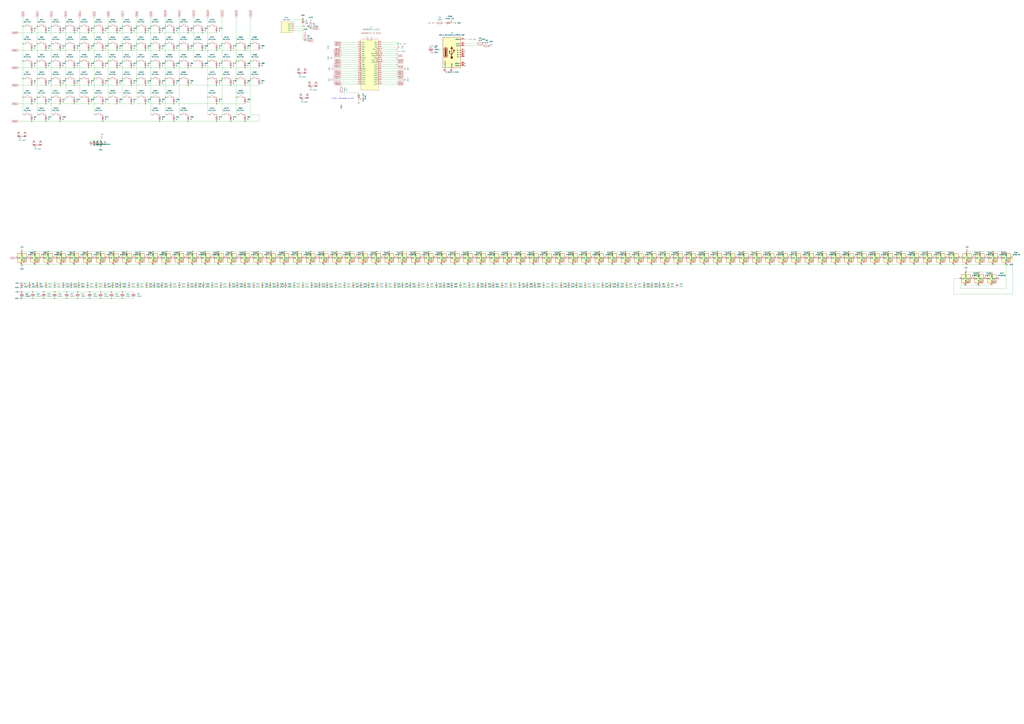
<source format=kicad_sch>
(kicad_sch (version 20241209) (generator "eeschema") (generator_version "8.99")
  (paper "A0")
  (lib_symbols
    (symbol "Connector:USB_C_Receptacle_USB2.0_16P" (pin_names (offset 1.016))
      (property "Reference" "J" (at 0 22.225 0))
      (property "Value" "USB_C_Receptacle_USB2.0_16P" (at 0 19.685 0))
      (symbol "USB_C_Receptacle_USB2.0_16P_1_1"
        (pin passive line (at -7.62 -22.86 90) (length 5.08) (name "SHIELD") (number "S1"))
        (pin passive line (at 0 -22.86 90) (length 5.08) (name "GND") (number "A1"))
        (pin passive line (at 0 -22.86 90) (length 5.08) (hide yes) (name "GND") (number "A12"))
        (pin passive line (at 0 -22.86 90) (length 5.08) (hide yes) (name "GND") (number "B1"))
        (pin passive line (at 0 -22.86 90) (length 5.08) (hide yes) (name "GND") (number "B12"))
        (pin passive line (at 15.24 15.24 180) (length 5.08) (name "VBUS") (number "A4"))
        (pin passive line (at 15.24 15.24 180) (length 5.08) (hide yes) (name "VBUS") (number "A9"))
        (pin passive line (at 15.24 15.24 180) (length 5.08) (hide yes) (name "VBUS") (number "B4"))
        (pin passive line (at 15.24 15.24 180) (length 5.08) (hide yes) (name "VBUS") (number "B9"))
        (pin bidirectional line (at 15.24 10.16 180) (length 5.08) (name "CC1") (number "A5"))
        (pin bidirectional line (at 15.24 7.62 180) (length 5.08) (name "CC2") (number "B5"))
        (pin bidirectional line (at 15.24 2.54 180) (length 5.08) (name "D-") (number "A7"))
        (pin bidirectional line (at 15.24 0 180) (length 5.08) (name "D-") (number "B7"))
        (pin bidirectional line (at 15.24 -2.54 180) (length 5.08) (name "D+") (number "A6"))
        (pin bidirectional line (at 15.24 -5.08 180) (length 5.08) (name "D+") (number "B6"))
        (pin bidirectional line (at 15.24 -12.7 180) (length 5.08) (name "SBU1") (number "A8"))
        (pin bidirectional line (at 15.24 -15.24 180) (length 5.08) (name "SBU2") (number "B8"))
      )
    )
    (symbol "Device:C" (pin_numbers (hide yes)) (pin_names (offset 0.254))
      (property "Reference" "C" (at 0.635 2.54 0))
      (property "Value" "C" (at 0.635 -2.54 0))
      (symbol "C_1_1"
        (pin passive line (at 0 3.81 270) (length 2.794) (name "~") (number "1"))
        (pin passive line (at 0 -3.81 90) (length 2.794) (name "~") (number "2"))
      )
    )
    (symbol "Device:C_Polarized" (pin_numbers (hide yes)) (pin_names (offset 0.254))
      (property "Reference" "C" (at 0.635 2.54 0))
      (property "Value" "C_Polarized" (at 0.635 -2.54 0))
      (symbol "C_Polarized_1_1"
        (pin passive line (at 0 3.81 270) (length 2.794) (name "~") (number "1"))
        (pin passive line (at 0 -3.81 90) (length 2.794) (name "~") (number "2"))
      )
    )
    (symbol "Device:C_Small" (pin_numbers (hide yes)) (pin_names (offset 0.254) (hide yes))
      (property "Reference" "C" (at 0.254 1.778 0))
      (property "Value" "C_Small" (at 0.254 -2.032 0))
      (symbol "C_Small_1_1"
        (pin passive line (at 0 2.54 270) (length 2.032) (name "~") (number "1"))
        (pin passive line (at 0 -2.54 90) (length 2.032) (name "~") (number "2"))
      )
    )
    (symbol "Device:D" (pin_numbers (hide yes)) (pin_names (offset 1.016) (hide yes))
      (property "Reference" "D" (at 0 2.54 0))
      (property "Value" "D" (at 0 -2.54 0))
      (symbol "D_1_1"
        (pin passive line (at -3.81 0 0) (length 2.54) (name "K") (number "1"))
        (pin passive line (at 3.81 0 180) (length 2.54) (name "A") (number "2"))
      )
    )
    (symbol "Device:LED" (pin_numbers (hide yes)) (pin_names (offset 1.016) (hide yes))
      (property "Reference" "D" (at 0 2.54 0))
      (property "Value" "LED" (at 0 -2.54 0))
      (symbol "LED_1_1"
        (pin passive line (at -3.81 0 0) (length 2.54) (name "K") (number "1"))
        (pin passive line (at 3.81 0 180) (length 2.54) (name "A") (number "2"))
      )
    )
    (symbol "Device:R" (pin_numbers (hide yes)) (pin_names (offset 0))
      (property "Reference" "R" (at 2.032 0 90))
      (property "Value" "R" (at 0 0 90))
      (symbol "R_1_1"
        (pin passive line (at 0 3.81 270) (length 1.27) (name "~") (number "1"))
        (pin passive line (at 0 -3.81 90) (length 1.27) (name "~") (number "2"))
      )
    )
    (symbol "LED:WS2812B" (pin_names (offset 0.254))
      (property "Reference" "D" (at 5.08 5.715 0))
      (property "Value" "WS2812B" (at 1.27 -5.715 0))
      (symbol "WS2812B_0_0"
        (text "RGB" (at 2.286 -4.191 0) (effects (font (size 0.762 0.762))))
      )
      (symbol "WS2812B_1_1"
        (pin input line (at -7.62 0 0) (length 2.54) (name "DIN") (number "4"))
        (pin power_in line (at 0 7.62 270) (length 2.54) (name "VDD") (number "1"))
        (pin power_in line (at 0 -7.62 90) (length 2.54) (name "VSS") (number "3"))
        (pin output line (at 7.62 0 180) (length 2.54) (name "DOUT") (number "2"))
      )
    )
    (symbol "OLED:SSD1306" (pin_names (offset 1.016))
      (property "Reference" "Brd" (at 0 -3.81 0))
      (property "Value" "SSD1306" (at 0 -1.27 0))
      (symbol "SSD1306_1_1"
        (pin input line (at -3.81 8.89 270) (length 2.54) (name "GND") (number "1"))
        (pin input line (at -1.27 8.89 270) (length 2.54) (name "VCC") (number "2"))
        (pin input line (at 1.27 8.89 270) (length 2.54) (name "SCL") (number "3"))
        (pin input line (at 3.81 8.89 270) (length 2.54) (name "SDA") (number "4"))
      )
    )
    (symbol "PCM_marbastlib-mx:MX_stab" (pin_names (offset 1.016))
      (property "Reference" "S" (at -5.08 6.35 0))
      (property "Value" "MX_stab" (at -5.08 3.81 0))
    )
    (symbol "RASPBERRY_PI_PICO:RASPBERRY_PI_PICO" (pin_names (offset 1.016))
      (property "Reference" "U" (at 0 0 0))
      (property "Value" "RASPBERRY_PI_PICO" (at 0 0 0))
      (symbol "RASPBERRY_PI_PICO_0_0"
        (text "raspberry pi pico" (at -7.62 30.48 0) (effects (font (size 1.778 1.778)) (justify left bottom)))
        (pin bidirectional line (at -10.16 20.32 0) (length 2.54) (name "GP0") (number "GP0"))
        (pin bidirectional line (at -10.16 17.78 0) (length 2.54) (name "GP1") (number "GP1"))
        (pin bidirectional line (at -10.16 15.24 0) (length 2.54) (name "GND4") (number "GND4"))
        (pin bidirectional line (at -10.16 12.7 0) (length 2.54) (name "GP2") (number "GP2"))
        (pin bidirectional line (at -10.16 10.16 0) (length 2.54) (name "GP3") (number "GP3"))
        (pin bidirectional line (at -10.16 7.62 0) (length 2.54) (name "GP4") (number "GP4"))
        (pin bidirectional line (at -10.16 5.08 0) (length 2.54) (name "GP5") (number "GP5"))
        (pin bidirectional line (at -10.16 2.54 0) (length 2.54) (name "GND5") (number "GND5"))
        (pin bidirectional line (at -10.16 0 0) (length 2.54) (name "GP6") (number "GP6"))
        (pin bidirectional line (at -10.16 -2.54 0) (length 2.54) (name "GP7") (number "GP7"))
        (pin bidirectional line (at -10.16 -5.08 0) (length 2.54) (name "GP8") (number "GP8"))
        (pin bidirectional line (at -10.16 -7.62 0) (length 2.54) (name "GP9") (number "GP9"))
        (pin bidirectional line (at -10.16 -10.16 0) (length 2.54) (name "GND6") (number "GND6"))
        (pin bidirectional line (at -10.16 -12.7 0) (length 2.54) (name "GP10") (number "GP10"))
        (pin bidirectional line (at -10.16 -15.24 0) (length 2.54) (name "GP11") (number "GP11"))
        (pin bidirectional line (at -10.16 -17.78 0) (length 2.54) (name "GP12") (number "GP12"))
        (pin bidirectional line (at -10.16 -20.32 0) (length 2.54) (name "GP13") (number "GP13"))
        (pin bidirectional line (at -10.16 -22.86 0) (length 2.54) (name "GND7") (number "GND7"))
        (pin bidirectional line (at -10.16 -25.4 0) (length 2.54) (name "GP14") (number "GP14"))
        (pin bidirectional line (at -10.16 -27.94 0) (length 2.54) (name "GP15") (number "GP15"))
        (pin bidirectional line (at 15.24 20.32 180) (length 2.54) (name "VBUS") (number "VBUS"))
        (pin bidirectional line (at 15.24 17.78 180) (length 2.54) (name "VSYS") (number "VSYS"))
        (pin bidirectional line (at 15.24 15.24 180) (length 2.54) (name "GND") (number "GND"))
        (pin bidirectional line (at 15.24 12.7 180) (length 2.54) (name "3V3_EN") (number "3V3_EN"))
        (pin bidirectional line (at 15.24 10.16 180) (length 2.54) (name "3V3") (number "3V3"))
        (pin bidirectional line (at 15.24 7.62 180) (length 2.54) (name "ADC_VREF") (number "ADC_VREF"))
        (pin bidirectional line (at 15.24 5.08 180) (length 2.54) (name "GP28_A2") (number "GP28_A2"))
        (pin bidirectional line (at 15.24 2.54 180) (length 2.54) (name "AGND") (number "AGND"))
        (pin bidirectional line (at 15.24 0 180) (length 2.54) (name "GP27_A1") (number "GP27_A1"))
        (pin bidirectional line (at 15.24 -2.54 180) (length 2.54) (name "GP26_A0") (number "GP26_A0"))
        (pin bidirectional line (at 15.24 -5.08 180) (length 2.54) (name "RUN") (number "RUN"))
        (pin bidirectional line (at 15.24 -7.62 180) (length 2.54) (name "GP22") (number "GP22"))
        (pin bidirectional line (at 15.24 -10.16 180) (length 2.54) (name "GND2") (number "GND2"))
        (pin bidirectional line (at 15.24 -12.7 180) (length 2.54) (name "GP21") (number "GP21"))
        (pin bidirectional line (at 15.24 -15.24 180) (length 2.54) (name "GP20") (number "GP20"))
        (pin bidirectional line (at 15.24 -17.78 180) (length 2.54) (name "GP19") (number "GP19"))
        (pin bidirectional line (at 15.24 -20.32 180) (length 2.54) (name "GP18") (number "GP18"))
        (pin bidirectional line (at 15.24 -22.86 180) (length 2.54) (name "GND3") (number "GND3"))
        (pin bidirectional line (at 15.24 -25.4 180) (length 2.54) (name "GP17") (number "GP17"))
        (pin bidirectional line (at 15.24 -27.94 180) (length 2.54) (name "GP16") (number "GP16"))
      )
    )
    (symbol "Switch:SW_Push" (pin_numbers (hide yes)) (pin_names (offset 1.016) (hide yes))
      (property "Reference" "SW" (at 1.27 2.54 0))
      (property "Value" "SW_Push" (at 0 -1.524 0))
      (symbol "SW_Push_0_1"
        (pin passive line (at -5.08 0 0) (length 2.54) (name "1") (number "1"))
        (pin passive line (at 5.08 0 180) (length 2.54) (name "2") (number "2"))
      )
    )
    (symbol "power:+3.3V" (power) (pin_numbers (hide yes)) (pin_names (offset 0) (hide yes))
      (property "Value" "+3.3V" (at 0 3.556 0))
      (symbol "+3.3V_1_1"
        (pin power_in line (at 0 0 90) (length 0) (name "~") (number "1"))
      )
    )
    (symbol "power:+5V" (power) (pin_numbers (hide yes)) (pin_names (offset 0) (hide yes))
      (property "Value" "+5V" (at 0 3.556 0))
      (symbol "+5V_1_1"
        (pin power_in line (at 0 0 90) (length 0) (name "~") (number "1"))
      )
    )
    (symbol "power:GND" (power) (pin_numbers (hide yes)) (pin_names (offset 0) (hide yes))
      (property "Value" "GND" (at 0 -3.81 0))
      (symbol "GND_1_1"
        (pin power_in line (at 0 0 270) (length 0) (name "~") (number "1"))
      )
    )
  )
  (text "If row 1 has power or not\n" (at 397.51 114.3 0) (effects (font (size 1.27 1.27))))
  (junction (at 391.16 307.34))
  (junction (at 77.47 339.09))
  (junction (at 330.2 292.1))
  (junction (at 772.16 292.1))
  (junction (at 726.44 307.34))
  (junction (at 91.44 334.01))
  (junction (at 69.85 58.42))
  (junction (at 241.3 71.12))
  (junction (at 389.89 334.01))
  (junction (at 669.29 328.93))
  (junction (at 90.17 339.09))
  (junction (at 1046.48 292.1))
  (junction (at 193.04 307.34))
  (junction (at 467.36 292.1))
  (junction (at 379.73 328.93))
  (junction (at 400.05 334.01))
  (junction (at 1016 292.1))
  (junction (at 1031.24 307.34))
  (junction (at 208.28 334.01))
  (junction (at 406.4 292.1))
  (junction (at 104.14 346.71))
  (junction (at 1137.92 292.1))
  (junction (at 370.84 334.01))
  (junction (at 43.18 334.01))
  (junction (at 86.36 292.1))
  (junction (at 651.51 328.93))
  (junction (at 391.16 292.1))
  (junction (at 775.97 334.01))
  (junction (at 63.5 346.71))
  (junction (at 970.28 307.34))
  (junction (at 524.51 334.01))
  (junction (at 25.4 334.01))
  (junction (at 476.25 334.01))
  (junction (at 375.92 307.34))
  (junction (at 275.59 334.01))
  (junction (at 848.36 307.34))
  (junction (at 878.84 292.1))
  (junction (at 290.83 50.8))
  (junction (at 817.88 292.1))
  (junction (at 152.4 99.06))
  (junction (at 641.35 334.01))
  (junction (at 650.24 307.34))
  (junction (at 36.83 78.74))
  (junction (at 284.48 99.06))
  (junction (at 660.4 328.93))
  (junction (at 421.64 292.1))
  (junction (at 73.66 328.93))
  (junction (at 1121.41 331.47))
  (junction (at 147.32 292.1))
  (junction (at 482.6 307.34))
  (junction (at 379.73 334.01))
  (junction (at 345.44 292.1))
  (junction (at 284.48 328.93))
  (junction (at 139.7 328.93))
  (junction (at 419.1 334.01))
  (junction (at 275.59 328.93))
  (junction (at 727.71 328.93))
  (junction (at 152.4 120.65))
  (junction (at 254 307.34))
  (junction (at 76.2 91.44))
  (junction (at 833.12 307.34))
  (junction (at 351.79 328.93))
  (junction (at 894.08 292.1))
  (junction (at 132.08 307.34))
  (junction (at 92.71 71.12))
  (junction (at 513.08 307.34))
  (junction (at 438.15 334.01))
  (junction (at 40.64 292.1))
  (junction (at 589.28 307.34))
  (junction (at 158.75 30.48))
  (junction (at 201.93 58.42))
  (junction (at 251.46 58.42))
  (junction (at 113.03 168.91))
  (junction (at 756.92 328.93))
  (junction (at 116.84 168.91))
  (junction (at 593.09 334.01))
  (junction (at 63.5 334.01))
  (junction (at 863.6 292.1))
  (junction (at 290.83 71.12))
  (junction (at 269.24 292.1))
  (junction (at 36.83 99.06))
  (junction (at 689.61 328.93))
  (junction (at 631.19 328.93))
  (junction (at 1137.92 307.34))
  (junction (at 496.57 328.93))
  (junction (at 1136.65 331.47))
  (junction (at 101.6 292.1))
  (junction (at 170.18 328.93))
  (junction (at 650.24 292.1))
  (junction (at 1031.24 292.1))
  (junction (at 208.28 328.93))
  (junction (at 76.2 30.48))
  (junction (at 314.96 292.1))
  (junction (at 102.87 120.65))
  (junction (at 345.44 307.34))
  (junction (at 158.75 71.12))
  (junction (at 168.91 38.1))
  (junction (at 924.56 307.34))
  (junction (at 544.83 328.93))
  (junction (at 191.77 91.44))
  (junction (at 726.44 292.1))
  (junction (at 680.72 292.1))
  (junction (at 101.6 328.93))
  (junction (at 25.4 328.93))
  (junction (at 267.97 99.06))
  (junction (at 224.79 50.8))
  (junction (at 1122.68 307.34))
  (junction (at 351.79 334.01))
  (junction (at 125.73 91.44))
  (junction (at 25.4 292.1))
  (junction (at 689.61 334.01))
  (junction (at 246.38 334.01))
  (junction (at 119.38 140.97))
  (junction (at 69.85 78.74))
  (junction (at 612.14 328.93))
  (junction (at 322.58 334.01))
  (junction (at 63.5 339.09))
  (junction (at 241.3 50.8))
  (junction (at 554.99 328.93))
  (junction (at 680.72 307.34))
  (junction (at 218.44 58.42))
  (junction (at 142.24 71.12))
  (junction (at 304.8 334.01))
  (junction (at 604.52 292.1))
  (junction (at 125.73 71.12))
  (junction (at 410.21 328.93))
  (junction (at 116.84 292.1))
  (junction (at 924.56 292.1))
  (junction (at 741.68 307.34))
  (junction (at 695.96 292.1))
  (junction (at 458.47 328.93))
  (junction (at 256.54 328.93))
  (junction (at 187.96 334.01))
  (junction (at 360.68 292.1))
  (junction (at 802.64 292.1))
  (junction (at 59.69 113.03))
  (junction (at 208.28 71.12))
  (junction (at 589.28 292.1))
  (junction (at 92.71 50.8))
  (junction (at 294.64 334.01))
  (junction (at 486.41 328.93))
  (junction (at 130.81 334.01))
  (junction (at 241.3 91.44))
  (junction (at 168.91 120.65))
  (junction (at 266.7 334.01))
  (junction (at 563.88 328.93))
  (junction (at 175.26 113.03))
  (junction (at 86.36 78.74))
  (junction (at 486.41 334.01))
  (junction (at 119.38 38.1))
  (junction (at 160.02 334.01))
  (junction (at 36.83 38.1))
  (junction (at 651.51 334.01))
  (junction (at 86.36 58.42))
  (junction (at 1016 307.34))
  (junction (at 53.34 140.97))
  (junction (at 59.69 50.8))
  (junction (at 1061.72 292.1))
  (junction (at 177.8 307.34))
  (junction (at 1000.76 292.1))
  (junction (at 69.85 120.65))
  (junction (at 1061.72 307.34))
  (junction (at 436.88 307.34))
  (junction (at 361.95 328.93))
  (junction (at 223.52 292.1))
  (junction (at 102.87 99.06))
  (junction (at 25.4 339.09))
  (junction (at 177.8 292.1))
  (junction (at 147.32 307.34))
  (junction (at 1168.4 307.34))
  (junction (at 132.08 292.1))
  (junction (at 939.8 307.34))
  (junction (at 175.26 30.48))
  (junction (at 563.88 334.01))
  (junction (at 92.71 30.48))
  (junction (at 116.84 346.71))
  (junction (at 448.31 328.93))
  (junction (at 257.81 71.12))
  (junction (at 534.67 328.93))
  (junction (at 267.97 140.97))
  (junction (at 238.76 292.1))
  (junction (at 438.15 328.93))
  (junction (at 43.18 328.93))
  (junction (at 635 292.1))
  (junction (at 111.76 328.93))
  (junction (at 59.69 71.12))
  (junction (at 284.48 140.97))
  (junction (at 175.26 91.44))
  (junction (at 59.69 91.44))
  (junction (at 909.32 292.1))
  (junction (at 436.88 292.1))
  (junction (at 534.67 334.01))
  (junction (at 102.87 58.42))
  (junction (at 34.29 328.93))
  (junction (at 619.76 307.34))
  (junction (at 129.54 339.09))
  (junction (at 218.44 78.74))
  (junction (at 419.1 328.93))
  (junction (at 269.24 307.34))
  (junction (at 142.24 50.8))
  (junction (at 101.6 307.34))
  (junction (at 185.42 120.65))
  (junction (at 711.2 307.34))
  (junction (at 699.77 328.93))
  (junction (at 299.72 292.1))
  (junction (at 621.03 334.01))
  (junction (at 201.93 99.06))
  (junction (at 765.81 328.93))
  (junction (at 86.36 307.34))
  (junction (at 741.68 292.1))
  (junction (at 63.5 328.93))
  (junction (at 69.85 140.97))
  (junction (at 191.77 50.8))
  (junction (at 679.45 328.93))
  (junction (at 185.42 140.97))
  (junction (at 593.09 328.93))
  (junction (at 36.83 58.42))
  (junction (at 125.73 30.48))
  (junction (at 833.12 292.1))
  (junction (at 142.24 91.44))
  (junction (at 802.64 307.34))
  (junction (at 660.4 334.01))
  (junction (at 135.89 38.1))
  (junction (at 756.92 307.34))
  (junction (at 135.89 99.06))
  (junction (at 227.33 328.93))
  (junction (at 116.84 163.83))
  (junction (at 102.87 38.1))
  (junction (at 201.93 78.74))
  (junction (at 50.8 339.09))
  (junction (at 748.03 334.01))
  (junction (at 543.56 307.34))
  (junction (at 574.04 307.34))
  (junction (at 109.22 50.8))
  (junction (at 612.14 334.01))
  (junction (at 360.68 307.34))
  (junction (at 142.24 30.48))
  (junction (at 76.2 71.12))
  (junction (at 121.92 334.01))
  (junction (at 756.92 292.1))
  (junction (at 254 292.1))
  (junction (at 572.77 334.01))
  (junction (at 251.46 99.06))
  (junction (at 1092.2 292.1))
  (junction (at 218.44 334.01))
  (junction (at 77.47 346.71))
  (junction (at 185.42 58.42))
  (junction (at 109.22 163.83))
  (junction (at 152.4 38.1))
  (junction (at 158.75 50.8))
  (junction (at 389.89 328.93))
  (junction (at 1000.76 307.34))
  (junction (at 955.04 307.34))
  (junction (at 775.97 328.93))
  (junction (at 462.28 50.8))
  (junction (at 135.89 78.74))
  (junction (at 34.29 334.01))
  (junction (at 1121.41 316.23))
  (junction (at 284.48 58.42))
  (junction (at 198.12 334.01))
  (junction (at 1107.44 307.34))
  (junction (at 162.56 292.1))
  (junction (at 497.84 292.1))
  (junction (at 621.03 328.93))
  (junction (at 641.35 328.93))
  (junction (at 257.81 50.8))
  (junction (at 708.66 334.01))
  (junction (at 71.12 307.34))
  (junction (at 175.26 71.12))
  (junction (at 142.24 339.09))
  (junction (at 55.88 292.1))
  (junction (at 53.34 99.06))
  (junction (at 26.67 71.12))
  (junction (at 160.02 328.93))
  (junction (at 558.8 292.1))
  (junction (at 582.93 328.93))
  (junction (at 970.28 292.1))
  (junction (at 73.66 334.01))
  (junction (at 218.44 328.93))
  (junction (at 251.46 78.74))
  (junction (at 149.86 334.01))
  (junction (at 53.34 120.65))
  (junction (at 234.95 38.1))
  (junction (at 375.92 292.1))
  (junction (at 711.2 292.1))
  (junction (at 331.47 328.93))
  (junction (at 458.47 334.01))
  (junction (at 341.63 334.01))
  (junction (at 528.32 292.1))
  (junction (at 939.8 292.1))
  (junction (at 158.75 91.44))
  (junction (at 53.34 38.1))
  (junction (at 59.69 30.48))
  (junction (at 109.22 71.12))
  (junction (at 26.67 50.8))
  (junction (at 119.38 58.42))
  (junction (at 43.18 71.12))
  (junction (at 299.72 307.34))
  (junction (at 53.34 78.74))
  (junction (at 234.95 78.74))
  (junction (at 36.83 140.97))
  (junction (at 198.12 328.93))
  (junction (at 370.84 328.93))
  (junction (at 524.51 328.93))
  (junction (at 1153.16 307.34))
  (junction (at 427.99 328.93))
  (junction (at 506.73 334.01))
  (junction (at 354.33 46.99))
  (junction (at 224.79 30.48))
  (junction (at 135.89 58.42))
  (junction (at 284.48 292.1))
  (junction (at 717.55 334.01))
  (junction (at 1153.16 292.1))
  (junction (at 304.8 328.93))
  (junction (at 38.1 339.09))
  (junction (at 351.79 22.86))
  (junction (at 201.93 140.97))
  (junction (at 284.48 334.01))
  (junction (at 452.12 292.1))
  (junction (at 185.42 78.74))
  (junction (at 322.58 328.93))
  (junction (at 294.64 328.93))
  (junction (at 191.77 71.12))
  (junction (at 179.07 334.01))
  (junction (at 227.33 334.01))
  (junction (at 452.12 307.34))
  (junction (at 53.34 58.42))
  (junction (at 152.4 78.74))
  (junction (at 506.73 328.93))
  (junction (at 448.31 334.01))
  (junction (at 142.24 346.71))
  (junction (at 894.08 307.34))
  (junction (at 208.28 307.34))
  (junction (at 101.6 334.01))
  (junction (at 193.04 292.1))
  (junction (at 149.86 328.93))
  (junction (at 102.87 78.74))
  (junction (at 985.52 307.34))
  (junction (at 238.76 307.34))
  (junction (at 361.95 334.01))
  (junction (at 82.55 328.93))
  (junction (at 400.05 328.93))
  (junction (at 544.83 334.01))
  (junction (at 86.36 38.1))
  (junction (at 53.34 334.01))
  (junction (at 86.36 99.06))
  (junction (at 1136.65 316.23))
  (junction (at 43.18 50.8))
  (junction (at 25.4 346.71))
  (junction (at 208.28 91.44))
  (junction (at 162.56 307.34))
  (junction (at 170.18 334.01))
  (junction (at 467.36 328.93))
  (junction (at 26.67 91.44))
  (junction (at 119.38 78.74))
  (junction (at 218.44 38.1))
  (junction (at 257.81 91.44))
  (junction (at 90.17 346.71))
  (junction (at 218.44 99.06))
  (junction (at 38.1 346.71))
  (junction (at 246.38 328.93))
  (junction (at 208.28 50.8))
  (junction (at 236.22 328.93))
  (junction (at 631.19 334.01))
  (junction (at 43.18 113.03))
  (junction (at 40.64 307.34))
  (junction (at 116.84 307.34))
  (junction (at 699.77 334.01))
  (junction (at 695.96 307.34))
  (junction (at 543.56 292.1))
  (junction (at 91.44 328.93))
  (junction (at 604.52 307.34))
  (junction (at 603.25 328.93))
  (junction (at 1076.96 292.1))
  (junction (at 26.67 30.48))
  (junction (at 187.96 328.93))
  (junction (at 717.55 328.93))
  (junction (at 679.45 334.01))
  (junction (at 43.18 30.48))
  (junction (at 218.44 140.97))
  (junction (at 251.46 120.65))
  (junction (at 119.38 120.65))
  (junction (at 116.84 339.09))
  (junction (at 267.97 78.74))
  (junction (at 772.16 307.34))
  (junction (at 909.32 307.34))
  (junction (at 558.8 307.34))
  (junction (at 109.22 168.91))
  (junction (at 109.22 113.03))
  (junction (at 266.7 328.93))
  (junction (at 50.8 346.71))
  (junction (at 515.62 334.01))
  (junction (at 113.03 163.83))
  (junction (at 25.4 307.34))
  (junction (at 863.6 307.34))
  (junction (at 274.32 113.03))
  (junction (at 191.77 113.03))
  (junction (at 330.2 307.34))
  (junction (at 251.46 140.97))
  (junction (at 708.66 328.93))
  (junction (at 572.77 328.93))
  (junction (at 817.88 307.34))
  (junction (at 406.4 307.34))
  (junction (at 121.92 328.93))
  (junction (at 748.03 328.93))
  (junction (at 208.28 292.1))
  (junction (at 467.36 334.01))
  (junction (at 234.95 58.42))
  (junction (at 43.18 91.44))
  (junction (at 139.7 334.01))
  (junction (at 185.42 99.06))
  (junction (at 130.81 328.93))
  (junction (at 208.28 30.48))
  (junction (at 168.91 78.74))
  (junction (at 360.68 33.02))
  (junction (at 86.36 120.65))
  (junction (at 351.79 30.48))
  (junction (at 955.04 292.1))
  (junction (at 111.76 334.01))
  (junction (at 528.32 307.34))
  (junction (at 727.71 334.01))
  (junction (at 223.52 307.34))
  (junction (at 313.69 328.93))
  (junction (at 92.71 91.44))
  (junction (at 175.26 50.8))
  (junction (at 179.07 328.93))
  (junction (at 236.22 334.01))
  (junction (at 314.96 307.34))
  (junction (at 129.54 346.71))
  (junction (at 765.81 334.01))
  (junction (at 284.48 307.34))
  (junction (at 135.89 120.65))
  (junction (at 55.88 307.34))
  (junction (at 665.48 307.34))
  (junction (at 787.4 292.1))
  (junction (at 26.67 113.03))
  (junction (at 201.93 38.1))
  (junction (at 554.99 334.01))
  (junction (at 168.91 99.06))
  (junction (at 241.3 30.48))
  (junction (at 574.04 292.1))
  (junction (at 513.08 292.1))
  (junction (at 274.32 50.8))
  (junction (at 36.83 120.65))
  (junction (at 274.32 71.12))
  (junction (at 497.84 307.34))
  (junction (at 985.52 292.1))
  (junction (at 1076.96 307.34))
  (junction (at 482.6 292.1))
  (junction (at 619.76 292.1))
  (junction (at 76.2 50.8))
  (junction (at 582.93 334.01))
  (junction (at 1122.68 292.1))
  (junction (at 848.36 292.1))
  (junction (at 82.55 334.01))
  (junction (at 421.64 307.34))
  (junction (at 665.48 292.1))
  (junction (at 410.21 334.01))
  (junction (at 1092.2 307.34))
  (junction (at 256.54 334.01))
  (junction (at 109.22 30.48))
  (junction (at 290.83 91.44))
  (junction (at 241.3 113.03))
  (junction (at 191.77 30.48))
  (junction (at 69.85 99.06))
  (junction (at 1046.48 307.34))
  (junction (at 53.34 328.93))
  (junction (at 515.62 328.93))
  (junction (at 737.87 334.01))
  (junction (at 274.32 91.44))
  (junction (at 71.12 292.1))
  (junction (at 168.91 58.42))
  (junction (at 152.4 58.42))
  (junction (at 119.38 99.06))
  (junction (at 756.92 334.01))
  (junction (at 109.22 91.44))
  (junction (at 737.87 328.93))
  (junction (at 267.97 58.42))
  (junction (at 603.25 334.01))
  (junction (at 125.73 50.8))
  (junction (at 427.99 334.01))
  (junction (at 331.47 334.01))
  (junction (at 878.84 307.34))
  (junction (at 313.69 334.01))
  (junction (at 185.42 38.1))
  (junction (at 104.14 339.09))
  (junction (at 341.63 328.93))
  (junction (at 476.25 328.93))
  (junction (at 669.29 334.01))
  (junction (at 284.48 78.74))
  (junction (at 467.36 307.34))
  (junction (at 201.93 120.65))
  (junction (at 787.4 307.34))
  (junction (at 496.57 334.01))
  (junction (at 69.85 38.1))
  (junction (at 635 307.34))
  (no_connect (at 461.01 57.15))
  (no_connect (at 461.01 67.31))
  (no_connect (at 461.01 74.93))
  (no_connect (at 1159.51 323.85))
  (no_connect (at 539.75 73.66))
  (no_connect (at 461.01 62.23))
  (no_connect (at 539.75 76.2))
  (wire (pts (xy 515.62 328.93) (xy 524.51 328.93)))
  (wire (pts (xy 878.84 307.34) (xy 894.08 307.34)))
  (wire (pts (xy 604.52 292.1) (xy 619.76 292.1)))
  (wire (pts (xy 461.01 82.55) (xy 441.96 82.55)))
  (wire (pts (xy 400.05 334.01) (xy 410.21 334.01)))
  (wire (pts (xy 802.64 307.34) (xy 817.88 307.34)))
  (wire (pts (xy 111.76 334.01) (xy 121.92 334.01)))
  (wire (pts (xy 410.21 328.93) (xy 419.1 328.93)))
  (wire (pts (xy 1122.68 292.1) (xy 1137.92 292.1)))
  (wire (pts (xy 775.97 328.93) (xy 786.13 328.93)))
  (wire (pts (xy 476.25 328.93) (xy 486.41 328.93)))
  (wire (pts (xy 737.87 328.93) (xy 748.03 328.93)))
  (wire (pts (xy 351.79 30.48) (xy 351.79 27.94)))
  (wire (pts (xy 92.71 91.44) (xy 92.71 113.03)))
  (wire (pts (xy 396.24 95.25) (xy 416.56 95.25)))
  (wire (pts (xy 170.18 328.93) (xy 179.07 328.93)))
  (wire (pts (xy 389.89 334.01) (xy 400.05 334.01)))
  (wire (pts (xy 34.29 334.01) (xy 43.18 334.01)))
  (wire (pts (xy 461.01 72.39) (xy 441.96 72.39)))
  (wire (pts (xy 116.84 346.71) (xy 129.54 346.71)))
  (wire (pts (xy 101.6 334.01) (xy 111.76 334.01)))
  (wire (pts (xy 461.01 69.85) (xy 441.96 69.85)))
  (wire (pts (xy 1153.16 307.34) (xy 1168.4 307.34)))
  (wire (pts (xy 90.17 346.71) (xy 104.14 346.71)))
  (wire (pts (xy 461.01 67.31) (xy 441.96 67.31)))
  (wire (pts (xy 101.6 307.34) (xy 116.84 307.34)))
  (wire (pts (xy 71.12 307.34) (xy 86.36 307.34)))
  (wire (pts (xy 284.48 307.34) (xy 299.72 307.34)))
  (wire (pts (xy 619.76 292.1) (xy 635 292.1)))
  (wire (pts (xy 765.81 328.93) (xy 775.97 328.93)))
  (wire (pts (xy 641.35 328.93) (xy 651.51 328.93)))
  (wire (pts (xy 833.12 307.34) (xy 848.36 307.34)))
  (wire (pts (xy 193.04 307.34) (xy 208.28 307.34)))
  (wire (pts (xy 679.45 328.93) (xy 689.61 328.93)))
  (wire (pts (xy 482.6 292.1) (xy 497.84 292.1)))
  (wire (pts (xy 427.99 328.93) (xy 438.15 328.93)))
  (wire (pts (xy 1121.41 331.47) (xy 1136.65 331.47)))
  (wire (pts (xy 185.42 120.65) (xy 201.93 120.65)))
  (wire (pts (xy 101.6 292.1) (xy 116.84 292.1)))
  (wire (pts (xy 299.72 292.1) (xy 314.96 292.1)))
  (wire (pts (xy 116.84 168.91) (xy 118.11 168.91)))
  (wire (pts (xy 102.87 78.74) (xy 119.38 78.74)))
  (wire (pts (xy 139.7 328.93) (xy 149.86 328.93)))
  (wire (pts (xy 1115.06 331.47) (xy 1115.06 335.28)))
  (wire (pts (xy 848.36 307.34) (xy 863.6 307.34)))
  (wire (pts (xy 119.38 140.97) (xy 185.42 140.97)))
  (wire (pts (xy 441.96 52.07) (xy 462.28 52.07)))
  (wire (pts (xy 1136.65 316.23) (xy 1151.89 316.23)))
  (wire (pts (xy 361.95 33.02) (xy 360.68 33.02)))
  (wire (pts (xy 452.12 292.1) (xy 467.36 292.1)))
  (wire (pts (xy 274.32 50.8) (xy 274.32 71.12)))
  (wire (pts (xy 341.63 27.94) (xy 341.63 22.86)))
  (wire (pts (xy 26.67 50.8) (xy 26.67 71.12)))
  (wire (pts (xy 254 307.34) (xy 269.24 307.34)))
  (wire (pts (xy 717.55 328.93) (xy 727.71 328.93)))
  (wire (pts (xy 341.63 334.01) (xy 351.79 334.01)))
  (wire (pts (xy 787.4 307.34) (xy 802.64 307.34)))
  (wire (pts (xy 43.18 71.12) (xy 43.18 91.44)))
  (wire (pts (xy 109.22 30.48) (xy 109.22 50.8)))
  (wire (pts (xy 43.18 50.8) (xy 43.18 71.12)))
  (wire (pts (xy 467.36 292.1) (xy 482.6 292.1)))
  (wire (pts (xy 59.69 20.32) (xy 59.69 30.48)))
  (wire (pts (xy 135.89 78.74) (xy 152.4 78.74)))
  (wire (pts (xy 452.12 307.34) (xy 467.36 307.34)))
  (wire (pts (xy 113.03 168.91) (xy 116.84 168.91)))
  (wire (pts (xy 121.92 334.01) (xy 130.81 334.01)))
  (wire (pts (xy 1016 292.1) (xy 1031.24 292.1)))
  (wire (pts (xy 351.79 334.01) (xy 361.95 334.01)))
  (wire (pts (xy 909.32 307.34) (xy 924.56 307.34)))
  (wire (pts (xy 727.71 334.01) (xy 737.87 334.01)))
  (wire (pts (xy 462.28 49.53) (xy 462.28 50.8)))
  (wire (pts (xy 1061.72 307.34) (xy 1076.96 307.34)))
  (wire (pts (xy 396.24 90.17) (xy 416.56 90.17)))
  (wire (pts (xy 73.66 334.01) (xy 82.55 334.01)))
  (wire (pts (xy 461.01 64.77) (xy 441.96 64.77)))
  (wire (pts (xy 53.34 78.74) (xy 69.85 78.74)))
  (wire (pts (xy 386.08 67.31) (xy 416.56 67.31)))
  (wire (pts (xy 82.55 328.93) (xy 91.44 328.93)))
  (wire (pts (xy 748.03 328.93) (xy 756.92 328.93)))
  (wire (pts (xy 218.44 38.1) (xy 234.95 38.1)))
  (wire (pts (xy 406.4 292.1) (xy 421.64 292.1)))
  (wire (pts (xy 748.03 334.01) (xy 756.92 334.01)))
  (wire (pts (xy 92.71 71.12) (xy 92.71 91.44)))
  (wire (pts (xy 741.68 307.34) (xy 756.92 307.34)))
  (wire (pts (xy 105.41 168.91) (xy 109.22 168.91)))
  (wire (pts (xy 193.04 292.1) (xy 208.28 292.1)))
  (wire (pts (xy 179.07 328.93) (xy 187.96 328.93)))
  (wire (pts (xy 238.76 292.1) (xy 254 292.1)))
  (wire (pts (xy 113.03 163.83) (xy 116.84 163.83)))
  (wire (pts (xy 284.48 99.06) (xy 300.99 99.06)))
  (wire (pts (xy 593.09 328.93) (xy 603.25 328.93)))
  (wire (pts (xy 53.34 328.93) (xy 63.5 328.93)))
  (wire (pts (xy 284.48 292.1) (xy 299.72 292.1)))
  (wire (pts (xy 438.15 328.93) (xy 448.31 328.93)))
  (wire (pts (xy 561.34 53.34) (xy 539.75 53.34)))
  (wire (pts (xy 360.68 307.34) (xy 375.92 307.34)))
  (wire (pts (xy 92.71 20.32) (xy 92.71 30.48)))
  (wire (pts (xy 135.89 58.42) (xy 152.4 58.42)))
  (wire (pts (xy 63.5 328.93) (xy 73.66 328.93)))
  (wire (pts (xy 53.34 334.01) (xy 63.5 334.01)))
  (wire (pts (xy 355.6 46.99) (xy 354.33 46.99)))
  (wire (pts (xy 142.24 346.71) (xy 154.94 346.71)))
  (wire (pts (xy 191.77 113.03) (xy 191.77 133.35)))
  (wire (pts (xy 21.59 58.42) (xy 36.83 58.42)))
  (wire (pts (xy 50.8 339.09) (xy 63.5 339.09)))
  (wire (pts (xy 71.12 292.1) (xy 86.36 292.1)))
  (wire (pts (xy 25.4 328.93) (xy 34.29 328.93)))
  (wire (pts (xy 116.84 307.34) (xy 132.08 307.34)))
  (wire (pts (xy 104.14 339.09) (xy 116.84 339.09)))
  (wire (pts (xy 574.04 307.34) (xy 589.28 307.34)))
  (wire (pts (xy 660.4 334.01) (xy 669.29 334.01)))
  (wire (pts (xy 680.72 292.1) (xy 695.96 292.1)))
  (wire (pts (xy 582.93 334.01) (xy 593.09 334.01)))
  (wire (pts (xy 486.41 334.01) (xy 496.57 334.01)))
  (wire (pts (xy 621.03 328.93) (xy 631.19 328.93)))
  (wire (pts (xy 218.44 328.93) (xy 227.33 328.93)))
  (wire (pts (xy 419.1 328.93) (xy 427.99 328.93)))
  (wire (pts (xy 506.73 328.93) (xy 515.62 328.93)))
  (wire (pts (xy 86.36 120.65) (xy 102.87 120.65)))
  (wire (pts (xy 168.91 99.06) (xy 185.42 99.06)))
  (wire (pts (xy 284.48 58.42) (xy 300.99 58.42)))
  (wire (pts (xy 269.24 307.34) (xy 284.48 307.34)))
  (wire (pts (xy 387.35 80.01) (xy 416.56 80.01)))
  (wire (pts (xy 341.63 30.48) (xy 351.79 30.48)))
  (wire (pts (xy 142.24 339.09) (xy 154.94 339.09)))
  (wire (pts (xy 246.38 334.01) (xy 256.54 334.01)))
  (wire (pts (xy 63.5 339.09) (xy 77.47 339.09)))
  (wire (pts (xy 69.85 140.97) (xy 119.38 140.97)))
  (wire (pts (xy 985.52 307.34) (xy 1000.76 307.34)))
  (wire (pts (xy 765.81 334.01) (xy 775.97 334.01)))
  (wire (pts (xy 152.4 58.42) (xy 168.91 58.42)))
  (wire (pts (xy 497.84 292.1) (xy 513.08 292.1)))
  (wire (pts (xy 109.22 91.44) (xy 109.22 113.03)))
  (wire (pts (xy 863.6 307.34) (xy 878.84 307.34)))
  (wire (pts (xy 330.2 292.1) (xy 345.44 292.1)))
  (wire (pts (xy 741.68 292.1) (xy 756.92 292.1)))
  (wire (pts (xy 370.84 334.01) (xy 379.73 334.01)))
  (wire (pts (xy 152.4 120.65) (xy 168.91 120.65)))
  (wire (pts (xy 201.93 58.42) (xy 218.44 58.42)))
  (wire (pts (xy 665.48 307.34) (xy 680.72 307.34)))
  (wire (pts (xy 36.83 140.97) (xy 53.34 140.97)))
  (wire (pts (xy 142.24 20.32) (xy 142.24 30.48)))
  (wire (pts (xy 513.08 307.34) (xy 528.32 307.34)))
  (wire (pts (xy 544.83 45.72) (xy 539.75 45.72)))
  (wire (pts (xy 69.85 38.1) (xy 86.36 38.1)))
  (wire (pts (xy 254 292.1) (xy 269.24 292.1)))
  (wire (pts (xy 77.47 346.71) (xy 90.17 346.71)))
  (wire (pts (xy 894.08 292.1) (xy 909.32 292.1)))
  (wire (pts (xy 1115.06 335.28) (xy 1168.4 335.28)))
  (wire (pts (xy 396.24 69.85) (xy 416.56 69.85)))
  (wire (pts (xy 147.32 307.34) (xy 162.56 307.34)))
  (wire (pts (xy 396.24 77.47) (xy 416.56 77.47)))
  (wire (pts (xy 187.96 334.01) (xy 198.12 334.01)))
  (wire (pts (xy 467.36 328.93) (xy 476.25 328.93)))
  (wire (pts (xy 59.69 50.8) (xy 59.69 71.12)))
  (wire (pts (xy 284.48 78.74) (xy 300.99 78.74)))
  (wire (pts (xy 175.26 113.03) (xy 175.26 133.35)))
  (wire (pts (xy 218.44 78.74) (xy 234.95 78.74)))
  (wire (pts (xy 387.35 92.71) (xy 416.56 92.71)))
  (wire (pts (xy 441.96 80.01) (xy 468.63 80.01)))
  (wire (pts (xy 461.01 74.93) (xy 441.96 74.93)))
  (wire (pts (xy 266.7 328.93) (xy 275.59 328.93)))
  (wire (pts (xy 82.55 334.01) (xy 91.44 334.01)))
  (wire (pts (xy 109.22 163.83) (xy 113.03 163.83)))
  (wire (pts (xy 304.8 328.93) (xy 313.69 328.93)))
  (wire (pts (xy 257.81 91.44) (xy 257.81 133.35)))
  (wire (pts (xy 208.28 30.48) (xy 208.28 50.8)))
  (wire (pts (xy 772.16 307.34) (xy 787.4 307.34)))
  (wire (pts (xy 118.11 161.29) (xy 116.84 161.29)))
  (wire (pts (xy 612.14 328.93) (xy 621.03 328.93)))
  (wire (pts (xy 251.46 78.74) (xy 267.97 78.74)))
  (wire (pts (xy 142.24 50.8) (xy 142.24 71.12)))
  (wire (pts (xy 257.81 50.8) (xy 257.81 71.12)))
  (wire (pts (xy 135.89 99.06) (xy 152.4 99.06)))
  (wire (pts (xy 290.83 133.35) (xy 300.99 133.35)))
  (wire (pts (xy 267.97 58.42) (xy 284.48 58.42)))
  (wire (pts (xy 21.59 38.1) (xy 36.83 38.1)))
  (wire (pts (xy 59.69 113.03) (xy 59.69 133.35)))
  (wire (pts (xy 149.86 328.93) (xy 160.02 328.93)))
  (wire (pts (xy 152.4 99.06) (xy 168.91 99.06)))
  (wire (pts (xy 726.44 292.1) (xy 741.68 292.1)))
  (wire (pts (xy 726.44 307.34) (xy 741.68 307.34)))
  (wire (pts (xy 711.2 307.34) (xy 726.44 307.34)))
  (wire (pts (xy 361.95 334.01) (xy 370.84 334.01)))
  (wire (pts (xy 396.24 97.79) (xy 396.24 100.33)))
  (wire (pts (xy 129.54 339.09) (xy 142.24 339.09)))
  (wire (pts (xy 125.73 91.44) (xy 125.73 113.03)))
  (wire (pts (xy 438.15 334.01) (xy 448.31 334.01)))
  (wire (pts (xy 59.69 91.44) (xy 59.69 113.03)))
  (wire (pts (xy 43.18 328.93) (xy 53.34 328.93)))
  (wire (pts (xy 158.75 30.48) (xy 158.75 50.8)))
  (wire (pts (xy 396.24 87.63) (xy 416.56 87.63)))
  (wire (pts (xy 304.8 334.01) (xy 313.69 334.01)))
  (wire (pts (xy 506.73 334.01) (xy 515.62 334.01)))
  (wire (pts (xy 589.28 307.34) (xy 604.52 307.34)))
  (wire (pts (xy 160.02 334.01) (xy 170.18 334.01)))
  (wire (pts (xy 175.26 50.8) (xy 175.26 71.12)))
  (wire (pts (xy 234.95 78.74) (xy 251.46 78.74)))
  (wire (pts (xy 191.77 71.12) (xy 191.77 91.44)))
  (wire (pts (xy 187.96 328.93) (xy 198.12 328.93)))
  (wire (pts (xy 119.38 58.42) (xy 135.89 58.42)))
  (wire (pts (xy 119.38 38.1) (xy 135.89 38.1)))
  (wire (pts (xy 539.75 58.42) (xy 539.75 60.96)))
  (wire (pts (xy 284.48 328.93) (xy 294.64 328.93)))
  (wire (pts (xy 132.08 307.34) (xy 147.32 307.34)))
  (wire (pts (xy 43.18 20.32) (xy 43.18 30.48)))
  (wire (pts (xy 1092.2 292.1) (xy 1076.96 292.1)))
  (wire (pts (xy 396.24 57.15) (xy 416.56 57.15)))
  (wire (pts (xy 1000.76 307.34) (xy 1016 307.34)))
  (wire (pts (xy 227.33 328.93) (xy 236.22 328.93)))
  (wire (pts (xy 553.72 50.8) (xy 539.75 50.8)))
  (wire (pts (xy 40.64 307.34) (xy 55.88 307.34)))
  (wire (pts (xy 448.31 334.01) (xy 458.47 334.01)))
  (wire (pts (xy 396.24 72.39) (xy 416.56 72.39)))
  (wire (pts (xy 251.46 120.65) (xy 284.48 120.65)))
  (wire (pts (xy 1092.2 307.34) (xy 1107.44 307.34)))
  (wire (pts (xy 515.62 334.01) (xy 524.51 334.01)))
  (wire (pts (xy 1137.92 307.34) (xy 1153.16 307.34)))
  (wire (pts (xy 274.32 71.12) (xy 274.32 91.44)))
  (wire (pts (xy 158.75 20.32) (xy 158.75 30.48)))
  (wire (pts (xy 939.8 307.34) (xy 955.04 307.34)))
  (wire (pts (xy 458.47 328.93) (xy 467.36 328.93)))
  (wire (pts (xy 267.97 99.06) (xy 284.48 99.06)))
  (wire (pts (xy 462.28 50.8) (xy 462.28 52.07)))
  (wire (pts (xy 695.96 307.34) (xy 711.2 307.34)))
  (wire (pts (xy 467.36 307.34) (xy 482.6 307.34)))
  (wire (pts (xy 135.89 38.1) (xy 152.4 38.1)))
  (wire (pts (xy 294.64 334.01) (xy 304.8 334.01)))
  (wire (pts (xy 391.16 307.34) (xy 406.4 307.34)))
  (wire (pts (xy 679.45 334.01) (xy 689.61 334.01)))
  (wire (pts (xy 241.3 30.48) (xy 241.3 50.8)))
  (wire (pts (xy 955.04 292.1) (xy 970.28 292.1)))
  (wire (pts (xy 1107.44 292.1) (xy 1092.2 292.1)))
  (wire (pts (xy 208.28 50.8) (xy 208.28 71.12)))
  (wire (pts (xy 130.81 334.01) (xy 139.7 334.01)))
  (wire (pts (xy 375.92 307.34) (xy 391.16 307.34)))
  (wire (pts (xy 314.96 307.34) (xy 330.2 307.34)))
  (wire (pts (xy 269.24 292.1) (xy 284.48 292.1)))
  (wire (pts (xy 191.77 30.48) (xy 191.77 50.8)))
  (wire (pts (xy 909.32 292.1) (xy 924.56 292.1)))
  (wire (pts (xy 497.84 307.34) (xy 513.08 307.34)))
  (wire (pts (xy 256.54 334.01) (xy 266.7 334.01)))
  (wire (pts (xy 50.8 346.71) (xy 63.5 346.71)))
  (wire (pts (xy 396.24 107.95) (xy 416.56 107.95)))
  (wire (pts (xy 436.88 307.34) (xy 452.12 307.34)))
  (wire (pts (xy 396.24 59.69) (xy 416.56 59.69)))
  (wire (pts (xy 345.44 307.34) (xy 360.68 307.34)))
  (wire (pts (xy 341.63 22.86) (xy 351.79 22.86)))
  (wire (pts (xy 396.24 52.07) (xy 416.56 52.07)))
  (wire (pts (xy 116.84 292.1) (xy 132.08 292.1)))
  (wire (pts (xy 43.18 334.01) (xy 53.34 334.01)))
  (wire (pts (xy 290.83 50.8) (xy 290.83 71.12)))
  (wire (pts (xy 121.92 328.93) (xy 130.81 328.93)))
  (wire (pts (xy 651.51 334.01) (xy 660.4 334.01)))
  (wire (pts (xy 175.26 30.48) (xy 175.26 50.8)))
  (wire (pts (xy 236.22 334.01) (xy 246.38 334.01)))
  (wire (pts (xy 568.96 53.34) (xy 570.23 53.34)))
  (wire (pts (xy 208.28 71.12) (xy 208.28 91.44)))
  (wire (pts (xy 38.1 339.09) (xy 50.8 339.09)))
  (wire (pts (xy 294.64 328.93) (xy 304.8 328.93)))
  (wire (pts (xy 370.84 328.93) (xy 379.73 328.93)))
  (wire (pts (xy 572.77 328.93) (xy 582.93 328.93)))
  (wire (pts (xy 36.83 78.74) (xy 53.34 78.74)))
  (wire (pts (xy 257.81 71.12) (xy 257.81 91.44)))
  (wire (pts (xy 86.36 78.74) (xy 102.87 78.74)))
  (wire (pts (xy 63.5 346.71) (xy 77.47 346.71)))
  (wire (pts (xy 158.75 71.12) (xy 158.75 91.44)))
  (wire (pts (xy 314.96 292.1) (xy 330.2 292.1)))
  (wire (pts (xy 90.17 339.09) (xy 104.14 339.09)))
  (wire (pts (xy 185.42 99.06) (xy 201.93 99.06)))
  (wire (pts (xy 351.79 46.99) (xy 351.79 35.56)))
  (wire (pts (xy 463.55 50.8) (xy 462.28 50.8)))
  (wire (pts (xy 621.03 334.01) (xy 631.19 334.01)))
  (wire (pts (xy 147.32 292.1) (xy 162.56 292.1)))
  (wire (pts (xy 119.38 120.65) (xy 135.89 120.65)))
  (wire (pts (xy 175.26 71.12) (xy 175.26 91.44)))
  (wire (pts (xy 130.81 328.93) (xy 139.7 328.93)))
  (wire (pts (xy 603.25 334.01) (xy 612.14 334.01)))
  (wire (pts (xy 175.26 91.44) (xy 175.26 113.03)))
  (wire (pts (xy 251.46 58.42) (xy 267.97 58.42)))
  (wire (pts (xy 158.75 91.44) (xy 158.75 113.03)))
  (wire (pts (xy 274.32 20.32) (xy 274.32 50.8)))
  (wire (pts (xy 119.38 99.06) (xy 135.89 99.06)))
  (wire (pts (xy 461.01 95.25) (xy 441.96 95.25)))
  (wire (pts (xy 152.4 38.1) (xy 168.91 38.1)))
  (wire (pts (xy 396.24 85.09) (xy 416.56 85.09)))
  (wire (pts (xy 1168.4 335.28) (xy 1168.4 307.34)))
  (wire (pts (xy 396.24 97.79) (xy 416.56 97.79)))
  (wire (pts (xy 129.54 346.71) (xy 142.24 346.71)))
  (wire (pts (xy 76.2 30.48) (xy 76.2 50.8)))
  (wire (pts (xy 699.77 334.01) (xy 708.66 334.01)))
  (wire (pts (xy 284.48 334.01) (xy 294.64 334.01)))
  (wire (pts (xy 817.88 307.34) (xy 833.12 307.34)))
  (wire (pts (xy 201.93 120.65) (xy 251.46 120.65)))
  (wire (pts (xy 109.22 113.03) (xy 109.22 133.35)))
  (wire (pts (xy 441.96 49.53) (xy 462.28 49.53)))
  (wire (pts (xy 379.73 328.93) (xy 389.89 328.93)))
  (wire (pts (xy 461.01 85.09) (xy 441.96 85.09)))
  (wire (pts (xy 218.44 99.06) (xy 251.46 99.06)))
  (wire (pts (xy 201.93 78.74) (xy 218.44 78.74)))
  (wire (pts (xy 391.16 292.1) (xy 406.4 292.1)))
  (wire (pts (xy 396.24 62.23) (xy 416.56 62.23)))
  (wire (pts (xy 26.67 113.03) (xy 26.67 133.35)))
  (wire (pts (xy 635 292.1) (xy 650.24 292.1)))
  (wire (pts (xy 1076.96 307.34) (xy 1092.2 307.34)))
  (wire (pts (xy 833.12 292.1) (xy 848.36 292.1)))
  (wire (pts (xy 419.1 334.01) (xy 427.99 334.01)))
  (wire (pts (xy 1107.44 323.85) (xy 1113.79 323.85)))
  (wire (pts (xy 55.88 307.34) (xy 71.12 307.34)))
  (wire (pts (xy 970.28 292.1) (xy 985.52 292.1)))
  (wire (pts (xy 125.73 20.32) (xy 125.73 30.48)))
  (wire (pts (xy 119.38 78.74) (xy 135.89 78.74)))
  (wire (pts (xy 116.84 163.83) (xy 118.11 163.83)))
  (wire (pts (xy 241.3 91.44) (xy 241.3 113.03)))
  (wire (pts (xy 300.99 133.35) (xy 300.99 140.97)))
  (wire (pts (xy 238.76 307.34) (xy 254 307.34)))
  (wire (pts (xy 86.36 38.1) (xy 102.87 38.1)))
  (wire (pts (xy 86.36 99.06) (xy 102.87 99.06)))
  (wire (pts (xy 26.67 71.12) (xy 26.67 91.44)))
  (wire (pts (xy 543.56 292.1) (xy 558.8 292.1)))
  (wire (pts (xy 59.69 30.48) (xy 59.69 50.8)))
  (wire (pts (xy 185.42 78.74) (xy 201.93 78.74)))
  (wire (pts (xy 331.47 328.93) (xy 341.63 328.93)))
  (wire (pts (xy 21.59 78.74) (xy 36.83 78.74)))
  (wire (pts (xy 191.77 20.32) (xy 191.77 30.48)))
  (wire (pts (xy 251.46 140.97) (xy 267.97 140.97)))
  (wire (pts (xy 361.95 328.93) (xy 370.84 328.93)))
  (wire (pts (xy 756.92 328.93) (xy 765.81 328.93)))
  (wire (pts (xy 524.51 26.67) (xy 527.05 26.67)))
  (wire (pts (xy 266.7 334.01) (xy 275.59 334.01)))
  (wire (pts (xy 299.72 307.34) (xy 314.96 307.34)))
  (wire (pts (xy 218.44 140.97) (xy 251.46 140.97)))
  (wire (pts (xy 544.83 328.93) (xy 554.99 328.93)))
  (wire (pts (xy 158.75 50.8) (xy 158.75 71.12)))
  (wire (pts (xy 572.77 334.01) (xy 582.93 334.01)))
  (wire (pts (xy 208.28 292.1) (xy 223.52 292.1)))
  (wire (pts (xy 34.29 328.93) (xy 43.18 328.93)))
  (wire (pts (xy 142.24 30.48) (xy 142.24 50.8)))
  (wire (pts (xy 86.36 292.1) (xy 101.6 292.1)))
  (wire (pts (xy 170.18 334.01) (xy 179.07 334.01)))
  (wire (pts (xy 116.84 161.29) (xy 116.84 163.83)))
  (wire (pts (xy 396.24 74.93) (xy 416.56 74.93)))
  (wire (pts (xy 360.68 33.02) (xy 341.63 33.02)))
  (wire (pts (xy 985.52 292.1) (xy 1000.76 292.1)))
  (wire (pts (xy 695.96 292.1) (xy 711.2 292.1)))
  (wire (pts (xy 185.42 58.42) (xy 201.93 58.42)))
  (wire (pts (xy 201.93 99.06) (xy 218.44 99.06)))
  (wire (pts (xy 396.24 64.77) (xy 416.56 64.77)))
  (wire (pts (xy 69.85 78.74) (xy 86.36 78.74)))
  (wire (pts (xy 69.85 120.65) (xy 86.36 120.65)))
  (wire (pts (xy 290.83 20.32) (xy 290.83 50.8)))
  (wire (pts (xy 246.38 328.93) (xy 256.54 328.93)))
  (wire (pts (xy 496.57 334.01) (xy 506.73 334.01)))
  (wire (pts (xy 53.34 140.97) (xy 69.85 140.97)))
  (wire (pts (xy 396.24 54.61) (xy 416.56 54.61)))
  (wire (pts (xy 125.73 71.12) (xy 125.73 91.44)))
  (wire (pts (xy 168.91 78.74) (xy 185.42 78.74)))
  (wire (pts (xy 185.42 140.97) (xy 201.93 140.97)))
  (wire (pts (xy 43.18 30.48) (xy 43.18 50.8)))
  (wire (pts (xy 421.64 307.34) (xy 436.88 307.34)))
  (wire (pts (xy 185.42 38.1) (xy 201.93 38.1)))
  (wire (pts (xy 461.01 62.23) (xy 441.96 62.23)))
  (wire (pts (xy 1031.24 292.1) (xy 1046.48 292.1)))
  (wire (pts (xy 92.71 50.8) (xy 92.71 71.12)))
  (wire (pts (xy 168.91 38.1) (xy 185.42 38.1)))
  (wire (pts (xy 1061.72 292.1) (xy 1046.48 292.1)))
  (wire (pts (xy 331.47 334.01) (xy 341.63 334.01)))
  (wire (pts (xy 69.85 99.06) (xy 86.36 99.06)))
  (wire (pts (xy 218.44 58.42) (xy 234.95 58.42)))
  (wire (pts (xy 669.29 328.93) (xy 679.45 328.93)))
  (wire (pts (xy 105.41 163.83) (xy 109.22 163.83)))
  (wire (pts (xy 650.24 292.1) (xy 665.48 292.1)))
  (wire (pts (xy 341.63 328.93) (xy 351.79 328.93)))
  (wire (pts (xy 177.8 307.34) (xy 193.04 307.34)))
  (wire (pts (xy 53.34 120.65) (xy 69.85 120.65)))
  (wire (pts (xy 168.91 120.65) (xy 185.42 120.65)))
  (wire (pts (xy 496.57 328.93) (xy 506.73 328.93)))
  (wire (pts (xy 53.34 99.06) (xy 69.85 99.06)))
  (wire (pts (xy 257.81 20.32) (xy 257.81 50.8)))
  (wire (pts (xy 275.59 334.01) (xy 284.48 334.01)))
  (wire (pts (xy 354.33 46.99) (xy 351.79 46.99)))
  (wire (pts (xy 208.28 328.93) (xy 218.44 328.93)))
  (wire (pts (xy 36.83 120.65) (xy 53.34 120.65)))
  (wire (pts (xy 848.36 292.1) (xy 863.6 292.1)))
  (wire (pts (xy 224.79 50.8) (xy 224.79 71.12)))
  (wire (pts (xy 554.99 328.93) (xy 563.88 328.93)))
  (wire (pts (xy 651.51 328.93) (xy 660.4 328.93)))
  (wire (pts (xy 563.88 334.01) (xy 572.77 334.01)))
  (wire (pts (xy 612.14 334.01) (xy 621.03 334.01)))
  (wire (pts (xy 191.77 91.44) (xy 191.77 113.03)))
  (wire (pts (xy 241.3 50.8) (xy 241.3 71.12)))
  (wire (pts (xy 36.83 58.42) (xy 53.34 58.42)))
  (wire (pts (xy 36.83 38.1) (xy 53.34 38.1)))
  (wire (pts (xy 737.87 334.01) (xy 748.03 334.01)))
  (wire (pts (xy 379.73 334.01) (xy 389.89 334.01)))
  (wire (pts (xy 160.02 328.93) (xy 170.18 328.93)))
  (wire (pts (xy 389.89 328.93) (xy 400.05 328.93)))
  (wire (pts (xy 1000.76 292.1) (xy 1016 292.1)))
  (wire (pts (xy 102.87 58.42) (xy 119.38 58.42)))
  (wire (pts (xy 26.67 30.48) (xy 26.67 50.8)))
  (wire (pts (xy 241.3 71.12) (xy 241.3 91.44)))
  (wire (pts (xy 218.44 334.01) (xy 227.33 334.01)))
  (wire (pts (xy 400.05 328.93) (xy 410.21 328.93)))
  (wire (pts (xy 91.44 328.93) (xy 101.6 328.93)))
  (wire (pts (xy 290.83 71.12) (xy 290.83 91.44)))
  (wire (pts (xy 534.67 334.01) (xy 544.83 334.01)))
  (wire (pts (xy 1153.16 292.1) (xy 1168.4 292.1)))
  (wire (pts (xy 689.61 334.01) (xy 699.77 334.01)))
  (wire (pts (xy 939.8 292.1) (xy 955.04 292.1)))
  (wire (pts (xy 635 307.34) (xy 650.24 307.34)))
  (wire (pts (xy 970.28 307.34) (xy 985.52 307.34)))
  (wire (pts (xy 539.75 63.5) (xy 539.75 66.04)))
  (wire (pts (xy 1107.44 341.63) (xy 1107.44 323.85)))
  (wire (pts (xy 102.87 38.1) (xy 119.38 38.1)))
  (wire (pts (xy 461.01 54.61) (xy 441.96 54.61)))
  (wire (pts (xy 708.66 328.93) (xy 717.55 328.93)))
  (wire (pts (xy 802.64 292.1) (xy 817.88 292.1)))
  (wire (pts (xy 461.01 90.17) (xy 441.96 90.17)))
  (wire (pts (xy 1122.68 307.34) (xy 1137.92 307.34)))
  (wire (pts (xy 461.01 87.63) (xy 441.96 87.63)))
  (wire (pts (xy 149.86 334.01) (xy 160.02 334.01)))
  (wire (pts (xy 544.83 334.01) (xy 554.99 334.01)))
  (wire (pts (xy 396.24 82.55) (xy 416.56 82.55)))
  (wire (pts (xy 534.67 328.93) (xy 544.83 328.93)))
  (wire (pts (xy 26.67 91.44) (xy 26.67 113.03)))
  (wire (pts (xy 448.31 328.93) (xy 458.47 328.93)))
  (wire (pts (xy 313.69 328.93) (xy 322.58 328.93)))
  (wire (pts (xy 1136.65 331.47) (xy 1151.89 331.47)))
  (wire (pts (xy 251.46 99.06) (xy 267.97 99.06)))
  (wire (pts (xy 603.25 328.93) (xy 612.14 328.93)))
  (wire (pts (xy 109.22 20.32) (xy 109.22 30.48)))
  (wire (pts (xy 43.18 113.03) (xy 43.18 133.35)))
  (wire (pts (xy 699.77 328.93) (xy 708.66 328.93)))
  (wire (pts (xy 241.3 113.03) (xy 241.3 133.35)))
  (wire (pts (xy 125.73 50.8) (xy 125.73 71.12)))
  (wire (pts (xy 504.19 26.67) (xy 506.73 26.67)))
  (wire (pts (xy 689.61 328.93) (xy 699.77 328.93)))
  (wire (pts (xy 116.84 339.09) (xy 129.54 339.09)))
  (wire (pts (xy 102.87 120.65) (xy 119.38 120.65)))
  (wire (pts (xy 558.8 292.1) (xy 574.04 292.1)))
  (wire (pts (xy 21.59 120.65) (xy 36.83 120.65)))
  (wire (pts (xy 513.08 292.1) (xy 528.32 292.1)))
  (wire (pts (xy 1137.92 292.1) (xy 1153.16 292.1)))
  (wire (pts (xy 878.84 292.1) (xy 894.08 292.1)))
  (wire (pts (xy 461.01 57.15) (xy 441.96 57.15)))
  (wire (pts (xy 476.25 334.01) (xy 486.41 334.01)))
  (wire (pts (xy 25.4 292.1) (xy 40.64 292.1)))
  (wire (pts (xy 416.56 115.57) (xy 416.56 118.11)))
  (wire (pts (xy 76.2 50.8) (xy 76.2 71.12)))
  (wire (pts (xy 92.71 30.48) (xy 92.71 50.8)))
  (wire (pts (xy 139.7 334.01) (xy 149.86 334.01)))
  (wire (pts (xy 76.2 91.44) (xy 76.2 113.03)))
  (wire (pts (xy 290.83 91.44) (xy 290.83 133.35)))
  (wire (pts (xy 111.76 328.93) (xy 121.92 328.93)))
  (wire (pts (xy 924.56 307.34) (xy 939.8 307.34)))
  (wire (pts (xy 604.52 307.34) (xy 619.76 307.34)))
  (wire (pts (xy 410.21 334.01) (xy 419.1 334.01)))
  (wire (pts (xy 86.36 307.34) (xy 101.6 307.34)))
  (wire (pts (xy 582.93 328.93) (xy 593.09 328.93)))
  (wire (pts (xy 236.22 328.93) (xy 246.38 328.93)))
  (wire (pts (xy 198.12 328.93) (xy 208.28 328.93)))
  (wire (pts (xy 554.99 334.01) (xy 563.88 334.01)))
  (wire (pts (xy 1121.41 316.23) (xy 1136.65 316.23)))
  (wire (pts (xy 375.92 292.1) (xy 391.16 292.1)))
  (wire (pts (xy 528.32 292.1) (xy 543.56 292.1)))
  (wire (pts (xy 267.97 78.74) (xy 284.48 78.74)))
  (wire (pts (xy 86.36 58.42) (xy 102.87 58.42)))
  (wire (pts (xy 1046.48 307.34) (xy 1061.72 307.34)))
  (wire (pts (xy 955.04 307.34) (xy 970.28 307.34)))
  (wire (pts (xy 486.41 328.93) (xy 496.57 328.93)))
  (wire (pts (xy 40.64 292.1) (xy 55.88 292.1)))
  (wire (pts (xy 1016 307.34) (xy 1031.24 307.34)))
  (wire (pts (xy 461.01 77.47) (xy 441.96 77.47)))
  (wire (pts (xy 175.26 20.32) (xy 175.26 30.48)))
  (wire (pts (xy 125.73 30.48) (xy 125.73 50.8)))
  (wire (pts (xy 817.88 292.1) (xy 833.12 292.1)))
  (wire (pts (xy 223.52 292.1) (xy 238.76 292.1)))
  (wire (pts (xy 680.72 307.34) (xy 695.96 307.34)))
  (wire (pts (xy 360.68 292.1) (xy 375.92 292.1)))
  (wire (pts (xy 201.93 140.97) (xy 218.44 140.97)))
  (wire (pts (xy 101.6 328.93) (xy 111.76 328.93)))
  (wire (pts (xy 322.58 328.93) (xy 331.47 328.93)))
  (wire (pts (xy 132.08 292.1) (xy 147.32 292.1)))
  (wire (pts (xy 1031.24 307.34) (xy 1046.48 307.34)))
  (wire (pts (xy 756.92 307.34) (xy 772.16 307.34)))
  (wire (pts (xy 191.77 50.8) (xy 191.77 71.12)))
  (wire (pts (xy 631.19 334.01) (xy 641.35 334.01)))
  (wire (pts (xy 25.4 334.01) (xy 34.29 334.01)))
  (wire (pts (xy 669.29 334.01) (xy 679.45 334.01)))
  (wire (pts (xy 482.6 307.34) (xy 497.84 307.34)))
  (wire (pts (xy 345.44 292.1) (xy 360.68 292.1)))
  (wire (pts (xy 267.97 140.97) (xy 284.48 140.97)))
  (wire (pts (xy 563.88 328.93) (xy 572.77 328.93)))
  (wire (pts (xy 461.01 97.79) (xy 441.96 97.79)))
  (wire (pts (xy 152.4 78.74) (xy 168.91 78.74)))
  (wire (pts (xy 227.33 334.01) (xy 236.22 334.01)))
  (wire (pts (xy 458.47 334.01) (xy 467.36 334.01)))
  (wire (pts (xy 1076.96 292.1) (xy 1061.72 292.1)))
  (wire (pts (xy 351.79 35.56) (xy 341.63 35.56)))
  (wire (pts (xy 43.18 91.44) (xy 43.18 113.03)))
  (wire (pts (xy 467.36 334.01) (xy 476.25 334.01)))
  (wire (pts (xy 91.44 334.01) (xy 101.6 334.01)))
  (wire (pts (xy 76.2 71.12) (xy 76.2 91.44)))
  (wire (pts (xy 102.87 99.06) (xy 119.38 99.06)))
  (wire (pts (xy 461.01 59.69) (xy 441.96 59.69)))
  (wire (pts (xy 593.09 334.01) (xy 603.25 334.01)))
  (wire (pts (xy 708.66 334.01) (xy 717.55 334.01)))
  (wire (pts (xy 109.22 71.12) (xy 109.22 91.44)))
  (wire (pts (xy 717.55 334.01) (xy 727.71 334.01)))
  (wire (pts (xy 274.32 91.44) (xy 274.32 113.03)))
  (wire (pts (xy 894.08 307.34) (xy 909.32 307.34)))
  (wire (pts (xy 665.48 292.1) (xy 680.72 292.1)))
  (wire (pts (xy 36.83 99.06) (xy 53.34 99.06)))
  (wire (pts (xy 198.12 334.01) (xy 208.28 334.01)))
  (wire (pts (xy 76.2 20.32) (xy 76.2 30.48)))
  (wire (pts (xy 351.79 328.93) (xy 361.95 328.93)))
  (wire (pts (xy 135.89 120.65) (xy 152.4 120.65)))
  (wire (pts (xy 406.4 307.34) (xy 421.64 307.34)))
  (wire (pts (xy 756.92 334.01) (xy 765.81 334.01)))
  (wire (pts (xy 208.28 91.44) (xy 208.28 133.35)))
  (wire (pts (xy 313.69 334.01) (xy 322.58 334.01)))
  (wire (pts (xy 322.58 334.01) (xy 331.47 334.01)))
  (wire (pts (xy 436.88 292.1) (xy 452.12 292.1)))
  (wire (pts (xy 396.24 49.53) (xy 416.56 49.53)))
  (wire (pts (xy 641.35 334.01) (xy 651.51 334.01)))
  (wire (pts (xy 528.32 307.34) (xy 543.56 307.34)))
  (wire (pts (xy 524.51 334.01) (xy 534.67 334.01)))
  (wire (pts (xy 275.59 328.93) (xy 284.48 328.93)))
  (wire (pts (xy 26.67 20.32) (xy 26.67 30.48)))
  (wire (pts (xy 256.54 328.93) (xy 266.7 328.93)))
  (wire (pts (xy 25.4 346.71) (xy 38.1 346.71)))
  (wire (pts (xy 775.97 334.01) (xy 786.13 334.01)))
  (wire (pts (xy 241.3 20.32) (xy 241.3 30.48)))
  (wire (pts (xy 787.4 292.1) (xy 802.64 292.1)))
  (wire (pts (xy 427.99 334.01) (xy 438.15 334.01)))
  (wire (pts (xy 574.04 292.1) (xy 589.28 292.1)))
  (wire (pts (xy 421.64 292.1) (xy 436.88 292.1)))
  (wire (pts (xy 631.19 328.93) (xy 641.35 328.93)))
  (wire (pts (xy 224.79 20.32) (xy 224.79 30.48)))
  (wire (pts (xy 177.8 292.1) (xy 193.04 292.1)))
  (wire (pts (xy 179.07 334.01) (xy 187.96 334.01)))
  (wire (pts (xy 53.34 38.1) (xy 69.85 38.1)))
  (wire (pts (xy 924.56 292.1) (xy 939.8 292.1)))
  (wire (pts (xy 208.28 334.01) (xy 218.44 334.01)))
  (wire (pts (xy 234.95 38.1) (xy 251.46 38.1)))
  (wire (pts (xy 53.34 58.42) (xy 69.85 58.42)))
  (wire (pts (xy 63.5 334.01) (xy 73.66 334.01)))
  (wire (pts (xy 77.47 339.09) (xy 90.17 339.09)))
  (wire (pts (xy 38.1 346.71) (xy 50.8 346.71)))
  (wire (pts (xy 109.22 168.91) (xy 113.03 168.91)))
  (wire (pts (xy 142.24 91.44) (xy 142.24 113.03)))
  (wire (pts (xy 142.24 71.12) (xy 142.24 91.44)))
  (wire (pts (xy 1176.02 341.63) (xy 1107.44 341.63)))
  (wire (pts (xy 69.85 58.42) (xy 86.36 58.42)))
  (wire (pts (xy 619.76 307.34) (xy 635 307.34)))
  (wire (pts (xy 208.28 20.32) (xy 208.28 30.48)))
  (wire (pts (xy 162.56 292.1) (xy 177.8 292.1)))
  (wire (pts (xy 162.56 307.34) (xy 177.8 307.34)))
  (wire (pts (xy 589.28 292.1) (xy 604.52 292.1)))
  (wire (pts (xy 168.91 58.42) (xy 185.42 58.42)))
  (wire (pts (xy 55.88 292.1) (xy 71.12 292.1)))
  (wire (pts (xy 201.93 38.1) (xy 218.44 38.1)))
  (wire (pts (xy 59.69 71.12) (xy 59.69 91.44)))
  (wire (pts (xy 224.79 30.48) (xy 224.79 50.8)))
  (wire (pts (xy 109.22 50.8) (xy 109.22 71.12)))
  (wire (pts (xy 558.8 307.34) (xy 574.04 307.34)))
  (wire (pts (xy 727.71 328.93) (xy 737.87 328.93)))
  (wire (pts (xy 25.4 307.34) (xy 40.64 307.34)))
  (wire (pts (xy 1107.44 307.34) (xy 1122.68 307.34)))
  (wire (pts (xy 756.92 292.1) (xy 772.16 292.1)))
  (wire (pts (xy 1176.02 299.72) (xy 1176.02 341.63)))
  (wire (pts (xy 21.59 99.06) (xy 36.83 99.06)))
  (wire (pts (xy 772.16 292.1) (xy 787.4 292.1)))
  (wire (pts (xy 234.95 58.42) (xy 251.46 58.42)))
  (wire (pts (xy 660.4 328.93) (xy 669.29 328.93)))
  (wire (pts (xy 650.24 307.34) (xy 665.48 307.34)))
  (wire (pts (xy 543.56 307.34) (xy 558.8 307.34)))
  (wire (pts (xy 514.35 26.67) (xy 516.89 26.67)))
  (wire (pts (xy 524.51 328.93) (xy 534.67 328.93)))
  (wire (pts (xy 25.4 339.09) (xy 38.1 339.09)))
  (wire (pts (xy 441.96 92.71) (xy 468.63 92.71)))
  (wire (pts (xy 274.32 113.03) (xy 274.32 133.35)))
  (wire (pts (xy 73.66 328.93) (xy 82.55 328.93)))
  (wire (pts (xy 104.14 346.71) (xy 116.84 346.71)))
  (wire (pts (xy 223.52 307.34) (xy 238.76 307.34)))
  (wire (pts (xy 330.2 307.34) (xy 345.44 307.34)))
  (wire (pts (xy 863.6 292.1) (xy 878.84 292.1)))
  (wire (pts (xy 21.59 140.97) (xy 36.83 140.97)))
  (wire (pts (xy 711.2 292.1) (xy 726.44 292.1)))
  (wire (pts (xy 208.28 307.34) (xy 223.52 307.34)))
  (wire (pts (xy 1115.06 331.47) (xy 1121.41 331.47)))
  (wire (pts (xy 284.48 140.97) (xy 300.99 140.97)))
  (global_label "ROW2" (shape input) (at 396.24 52.07 180) (property "Intersheetrefs" "${INTERSHEET_REFS}" (effects (hide yes))))
  (global_label "LED" (shape input) (at 461.01 64.77 0) (property "Intersheetrefs" "${INTERSHEET_REFS}" (effects (hide yes))))
  (global_label "COL0" (shape input) (at 461.01 97.79 0) (property "Intersheetrefs" "${INTERSHEET_REFS}" (effects (hide yes))))
  (global_label "COL2" (shape input) (at 59.69 20.32 90) (property "Intersheetrefs" "${INTERSHEET_REFS}" (effects (hide yes))))
  (global_label "COL8" (shape input) (at 461.01 69.85 0) (property "Intersheetrefs" "${INTERSHEET_REFS}" (effects (hide yes))))
  (global_label "COL12" (shape input) (at 396.24 95.25 180) (property "Intersheetrefs" "${INTERSHEET_REFS}" (effects (hide yes))))
  (global_label "COL10" (shape input) (at 396.24 87.63 180) (property "Intersheetrefs" "${INTERSHEET_REFS}" (effects (hide yes))))
  (global_label "ROW1" (shape input) (at 396.24 57.15 180) (property "Intersheetrefs" "${INTERSHEET_REFS}" (effects (hide yes))))
  (global_label "COL8" (shape input) (at 158.75 20.32 90) (property "Intersheetrefs" "${INTERSHEET_REFS}" (effects (hide yes))))
  (global_label "LED" (shape input) (at 17.78 299.72 180) (property "Intersheetrefs" "${INTERSHEET_REFS}" (effects (hide yes))))
  (global_label "COL4" (shape input) (at 461.01 85.09 0) (property "Intersheetrefs" "${INTERSHEET_REFS}" (effects (hide yes))))
  (global_label "COL16" (shape input) (at 396.24 59.69 180) (property "Intersheetrefs" "${INTERSHEET_REFS}" (effects (hide yes))))
  (global_label "SDAOL" (shape input) (at 355.6 46.99 0) (property "Intersheetrefs" "${INTERSHEET_REFS}" (effects (hide yes))))
  (global_label "COL13" (shape input) (at 241.3 20.32 90) (property "Intersheetrefs" "${INTERSHEET_REFS}" (effects (hide yes))))
  (global_label "ROW3" (shape input) (at 396.24 49.53 180) (property "Intersheetrefs" "${INTERSHEET_REFS}" (effects (hide yes))))
  (global_label "COL5" (shape input) (at 461.01 82.55 0) (property "Intersheetrefs" "${INTERSHEET_REFS}" (effects (hide yes))))
  (global_label "COL5" (shape input) (at 109.22 20.32 90) (property "Intersheetrefs" "${INTERSHEET_REFS}" (effects (hide yes))))
  (global_label "ROW4" (shape input) (at 396.24 72.39 180) (property "Intersheetrefs" "${INTERSHEET_REFS}" (effects (hide yes))))
  (global_label "COL14" (shape input) (at 257.81 20.32 90) (property "Intersheetrefs" "${INTERSHEET_REFS}" (effects (hide yes))))
  (global_label "SCLOL" (shape input) (at 361.95 33.02 0) (property "Intersheetrefs" "${INTERSHEET_REFS}" (effects (hide yes))))
  (global_label "ROW0" (shape input) (at 396.24 97.79 180) (property "Intersheetrefs" "${INTERSHEET_REFS}" (effects (hide yes))))
  (global_label "COL15" (shape input) (at 274.32 20.32 90) (property "Intersheetrefs" "${INTERSHEET_REFS}" (effects (hide yes))))
  (global_label "ROW5" (shape input) (at 396.24 69.85 180) (property "Intersheetrefs" "${INTERSHEET_REFS}" (effects (hide yes))))
  (global_label "COL15" (shape input) (at 396.24 74.93 180) (property "Intersheetrefs" "${INTERSHEET_REFS}" (effects (hide yes))))
  (global_label "COL7" (shape input) (at 461.01 72.39 0) (property "Intersheetrefs" "${INTERSHEET_REFS}" (effects (hide yes))))
  (global_label "ROW4" (shape input) (at 21.59 120.65 180) (property "Intersheetrefs" "${INTERSHEET_REFS}" (effects (hide yes))))
  (global_label "COL0" (shape input) (at 26.67 20.32 90) (property "Intersheetrefs" "${INTERSHEET_REFS}" (effects (hide yes))))
  (global_label "COL16" (shape input) (at 290.83 20.32 90) (property "Intersheetrefs" "${INTERSHEET_REFS}" (effects (hide yes))))
  (global_label "COL11" (shape input) (at 208.28 20.32 90) (property "Intersheetrefs" "${INTERSHEET_REFS}" (effects (hide yes))))
  (global_label "COL3" (shape input) (at 461.01 87.63 0) (property "Intersheetrefs" "${INTERSHEET_REFS}" (effects (hide yes))))
  (global_label "COL11" (shape input) (at 396.24 90.17 180) (property "Intersheetrefs" "${INTERSHEET_REFS}" (effects (hide yes))))
  (global_label "COL1" (shape input) (at 461.01 95.25 0) (property "Intersheetrefs" "${INTERSHEET_REFS}" (effects (hide yes))))
  (global_label "COL9" (shape input) (at 175.26 20.32 90) (property "Intersheetrefs" "${INTERSHEET_REFS}" (effects (hide yes))))
  (global_label "COL12" (shape input) (at 224.79 20.32 90) (property "Intersheetrefs" "${INTERSHEET_REFS}" (effects (hide yes))))
  (global_label "ROW3" (shape input) (at 21.59 99.06 180) (property "Intersheetrefs" "${INTERSHEET_REFS}" (effects (hide yes))))
  (global_label "COL6" (shape input) (at 461.01 77.47 0) (property "Intersheetrefs" "${INTERSHEET_REFS}" (effects (hide yes))))
  (global_label "ROW0" (shape input) (at 21.59 38.1 180) (property "Intersheetrefs" "${INTERSHEET_REFS}" (effects (hide yes))))
  (global_label "COL10" (shape input) (at 191.77 20.32 90) (property "Intersheetrefs" "${INTERSHEET_REFS}" (effects (hide yes))))
  (global_label "COL2" (shape input) (at 461.01 90.17 0) (property "Intersheetrefs" "${INTERSHEET_REFS}" (effects (hide yes))))
  (global_label "COL7" (shape input) (at 142.24 20.32 90) (property "Intersheetrefs" "${INTERSHEET_REFS}" (effects (hide yes))))
  (global_label "ROW2" (shape input) (at 21.59 78.74 180) (property "Intersheetrefs" "${INTERSHEET_REFS}" (effects (hide yes))))
  (global_label "COL3" (shape input) (at 76.2 20.32 90) (property "Intersheetrefs" "${INTERSHEET_REFS}" (effects (hide yes))))
  (global_label "ROW5" (shape input) (at 21.59 140.97 180) (property "Intersheetrefs" "${INTERSHEET_REFS}" (effects (hide yes))))
  (global_label "COL13" (shape input) (at 396.24 82.55 180) (property "Intersheetrefs" "${INTERSHEET_REFS}" (effects (hide yes))))
  (global_label "COL14" (shape input) (at 396.24 77.47 180) (property "Intersheetrefs" "${INTERSHEET_REFS}" (effects (hide yes))))
  (global_label "COL6" (shape input) (at 125.73 20.32 90) (property "Intersheetrefs" "${INTERSHEET_REFS}" (effects (hide yes))))
  (global_label "COL1" (shape input) (at 43.18 20.32 90) (property "Intersheetrefs" "${INTERSHEET_REFS}" (effects (hide yes))))
  (global_label "SCLOL" (shape input) (at 396.24 64.77 180) (property "Intersheetrefs" "${INTERSHEET_REFS}" (effects (hide yes))))
  (global_label "ROW1" (shape input) (at 21.59 58.42 180) (property "Intersheetrefs" "${INTERSHEET_REFS}" (effects (hide yes))))
  (global_label "COL9" (shape input) (at 396.24 85.09 180) (property "Intersheetrefs" "${INTERSHEET_REFS}" (effects (hide yes))))
  (global_label "COL4" (shape input) (at 92.71 20.32 90) (property "Intersheetrefs" "${INTERSHEET_REFS}" (effects (hide yes))))
  (global_label "SDAOL" (shape input) (at 396.24 62.23 180) (property "Intersheetrefs" "${INTERSHEET_REFS}" (effects (hide yes))))
  (symbol (lib_id "Device:D") (at 185.42 74.93 90) (unit 1)
    (property "Reference" "D52" (at 187.96 73.6599 90) (effects (justify right)))
    (property "Value" "D" (at 187.96 76.1999 90) (effects (justify right)))
    (property "Footprint" "Diode_SMD:D_MiniMELF_Handsoldering" (effects (hide yes)))
    (property "Description" "Diode" (effects (hide yes)))
    (property "Sim.Device" "D" (effects (hide yes)))
    (property "Sim.Pins" "1=K 2=A" (effects (hide yes)))
  )
  (symbol (lib_id "LED:WS2812B") (at 1153.16 299.72 0) (unit 1)
    (property "Reference" "D163" (at 1164.59 293.4014 0))
    (property "Value" "WS2812B" (at 1164.59 295.9414 0))
    (property "Footprint" "LED_SMD:LED_WS2812B_PLCC4_5.0x5.0mm_P3.2mm" (effects (hide yes)))
    (property "Datasheet" "https://cdn-shop.adafruit.com/datasheets/WS2812B.pdf" (effects (hide yes)))
    (property "Description" "RGB LED with integrated controller" (effects (hide yes)))
  )
  (symbol (lib_id "Device:D") (at 152.4 116.84 90) (unit 1)
    (property "Reference" "D44" (at 154.94 115.5699 90) (effects (justify right)))
    (property "Value" "D" (at 154.94 118.1099 90) (effects (justify right)))
    (property "Footprint" "Diode_SMD:D_MiniMELF_Handsoldering" (effects (hide yes)))
    (property "Description" "Diode" (effects (hide yes)))
    (property "Sim.Device" "D" (effects (hide yes)))
    (property "Sim.Pins" "1=K 2=A" (effects (hide yes)))
  )
  (symbol (lib_id "Device:C_Small") (at 187.96 331.47 0) (unit 1)
    (property "Reference" "C24" (at 190.5 330.2062 0) (effects (justify left)))
    (property "Value" "10uF" (at 190.5 332.7462 0) (effects (justify left)))
    (property "Footprint" "Capacitor_SMD:C_0805_2012Metric_Pad1.18x1.45mm_HandSolder" (effects (hide yes)))
    (property "Description" "Unpolarized capacitor, small symbol" (effects (hide yes)))
  )
  (symbol (lib_id "power:GND") (at 468.63 92.71 90) (mirror x) (unit 1)
    (property "Reference" "#PWR014" (effects (hide yes)))
    (property "Value" "GND" (at 473.71 92.71 0))
    (property "Description" "Power symbol creates a global label with name \"GND\" , ground" (effects (hide yes)))
  )
  (symbol (lib_id "LED:WS2812B") (at 558.8 299.72 0) (unit 1)
    (property "Reference" "D124" (at 570.23 293.4014 0))
    (property "Value" "WS2812B" (at 570.23 295.9414 0))
    (property "Footprint" "LED_SMD:LED_WS2812B_PLCC4_5.0x5.0mm_P3.2mm" (effects (hide yes)))
    (property "Datasheet" "https://cdn-shop.adafruit.com/datasheets/WS2812B.pdf" (effects (hide yes)))
    (property "Description" "RGB LED with integrated controller" (effects (hide yes)))
  )
  (symbol (lib_id "Device:D") (at 234.95 54.61 90) (unit 1)
    (property "Reference" "D68" (at 237.49 53.3399 90) (effects (justify right)))
    (property "Value" "D" (at 237.49 55.8799 90) (effects (justify right)))
    (property "Footprint" "Diode_SMD:D_MiniMELF_Handsoldering" (effects (hide yes)))
    (property "Description" "Diode" (effects (hide yes)))
    (property "Sim.Device" "D" (effects (hide yes)))
    (property "Sim.Pins" "1=K 2=A" (effects (hide yes)))
  )
  (symbol (lib_id "Device:C_Small") (at 218.44 331.47 0) (unit 1)
    (property "Reference" "C27" (at 220.98 330.2062 0) (effects (justify left)))
    (property "Value" "10uF" (at 220.98 332.7462 0) (effects (justify left)))
    (property "Footprint" "Capacitor_SMD:C_0805_2012Metric_Pad1.18x1.45mm_HandSolder" (effects (hide yes)))
    (property "Description" "Unpolarized capacitor, small symbol" (effects (hide yes)))
  )
  (symbol (lib_id "Device:C") (at 50.8 342.9 0) (unit 1)
    (property "Reference" "C89" (at 54.61 341.6299 0) (effects (justify left)))
    (property "Value" "100uF" (at 54.61 344.1699 0) (effects (justify left)))
    (property "Footprint" "Capacitor_SMD:C_0805_2012Metric_Pad1.18x1.45mm_HandSolder" (effects (hide yes)))
    (property "Description" "Unpolarized capacitor" (effects (hide yes)))
  )
  (symbol (lib_id "Device:D") (at 201.93 116.84 90) (unit 1)
    (property "Reference" "D60" (at 204.47 115.5699 90) (effects (justify right)))
    (property "Value" "D" (at 204.47 118.1099 90) (effects (justify right)))
    (property "Footprint" "Diode_SMD:D_MiniMELF_Handsoldering" (effects (hide yes)))
    (property "Description" "Diode" (effects (hide yes)))
    (property "Sim.Device" "D" (effects (hide yes)))
    (property "Sim.Pins" "1=K 2=A" (effects (hide yes)))
  )
  (symbol (lib_id "Device:D") (at 218.44 95.25 90) (unit 1)
    (property "Reference" "D65" (at 220.98 93.9799 90) (effects (justify right)))
    (property "Value" "D" (at 220.98 96.5199 90) (effects (justify right)))
    (property "Footprint" "Diode_SMD:D_MiniMELF_Handsoldering" (effects (hide yes)))
    (property "Description" "Diode" (effects (hide yes)))
    (property "Sim.Device" "D" (effects (hide yes)))
    (property "Sim.Pins" "1=K 2=A" (effects (hide yes)))
  )
  (symbol (lib_id "Device:D") (at 69.85 137.16 90) (unit 1)
    (property "Reference" "D18" (at 72.39 135.8899 90) (effects (justify right)))
    (property "Value" "D" (at 72.39 138.4299 90) (effects (justify right)))
    (property "Footprint" "Diode_SMD:D_MiniMELF_Handsoldering" (effects (hide yes)))
    (property "Description" "Diode" (effects (hide yes)))
    (property "Sim.Device" "D" (effects (hide yes)))
    (property "Sim.Pins" "1=K 2=A" (effects (hide yes)))
  )
  (symbol (lib_id "Device:C_Small") (at 25.4 331.47 0) (unit 1)
    (property "Reference" "C7" (at 27.94 330.2062 0) (effects (justify left)))
    (property "Value" "10uF" (at 27.94 332.7462 0) (effects (justify left)))
    (property "Footprint" "Capacitor_SMD:C_0805_2012Metric_Pad1.18x1.45mm_HandSolder" (effects (hide yes)))
    (property "Description" "Unpolarized capacitor, small symbol" (effects (hide yes)))
  )
  (symbol (lib_id "Device:D") (at 251.46 95.25 90) (unit 1)
    (property "Reference" "D73" (at 254 93.9799 90) (effects (justify right)))
    (property "Value" "D" (at 254 96.5199 90) (effects (justify right)))
    (property "Footprint" "Diode_SMD:D_MiniMELF_Handsoldering" (effects (hide yes)))
    (property "Description" "Diode" (effects (hide yes)))
    (property "Sim.Device" "D" (effects (hide yes)))
    (property "Sim.Pins" "1=K 2=A" (effects (hide yes)))
  )
  (symbol (lib_id "LED:WS2812B") (at 1151.89 323.85 0) (unit 1)
    (property "Reference" "D167" (at 1163.32 317.5314 0))
    (property "Value" "WS2812B" (at 1163.32 320.0714 0))
    (property "Footprint" "LED_SMD:LED_WS2812B_PLCC4_5.0x5.0mm_P3.2mm" (effects (hide yes)))
    (property "Datasheet" "https://cdn-shop.adafruit.com/datasheets/WS2812B.pdf" (effects (hide yes)))
    (property "Description" "RGB LED with integrated controller" (effects (hide yes)))
  )
  (symbol (lib_id "power:GND") (at 500.38 60.96 90) (unit 1)
    (property "Reference" "#PWR023" (effects (hide yes)))
    (property "Value" "GND" (at 504.19 60.9599 90) (effects (justify right)))
    (property "Description" "Power symbol creates a global label with name \"GND\" , ground" (effects (hide yes)))
  )
  (symbol (lib_id "Device:C") (at 154.94 342.9 0) (unit 1)
    (property "Reference" "C97" (at 158.75 341.6299 0) (effects (justify left)))
    (property "Value" "100uF" (at 158.75 344.1699 0) (effects (justify left)))
    (property "Footprint" "Capacitor_SMD:C_0805_2012Metric_Pad1.18x1.45mm_HandSolder" (effects (hide yes)))
    (property "Description" "Unpolarized capacitor" (effects (hide yes)))
  )
  (symbol (lib_id "LED:WS2812B") (at 86.36 299.72 0) (unit 1)
    (property "Reference" "D93" (at 97.79 293.4014 0))
    (property "Value" "WS2812B" (at 97.79 295.9414 0))
    (property "Footprint" "LED_SMD:LED_WS2812B_PLCC4_5.0x5.0mm_P3.2mm" (effects (hide yes)))
    (property "Datasheet" "https://cdn-shop.adafruit.com/datasheets/WS2812B.pdf" (effects (hide yes)))
    (property "Description" "RGB LED with integrated controller" (effects (hide yes)))
  )
  (symbol (lib_id "Device:D") (at 234.95 34.29 90) (unit 1)
    (property "Reference" "D67" (at 237.49 33.0199 90) (effects (justify right)))
    (property "Value" "D" (at 237.49 35.5599 90) (effects (justify right)))
    (property "Footprint" "Diode_SMD:D_MiniMELF_Handsoldering" (effects (hide yes)))
    (property "Description" "Diode" (effects (hide yes)))
    (property "Sim.Device" "D" (effects (hide yes)))
    (property "Sim.Pins" "1=K 2=A" (effects (hide yes)))
  )
  (symbol (lib_id "LED:WS2812B") (at 619.76 299.72 0) (unit 1)
    (property "Reference" "D128" (at 631.19 293.4014 0))
    (property "Value" "WS2812B" (at 631.19 295.9414 0))
    (property "Footprint" "LED_SMD:LED_WS2812B_PLCC4_5.0x5.0mm_P3.2mm" (effects (hide yes)))
    (property "Datasheet" "https://cdn-shop.adafruit.com/datasheets/WS2812B.pdf" (effects (hide yes)))
    (property "Description" "RGB LED with integrated controller" (effects (hide yes)))
  )
  (symbol (lib_id "Switch:SW_Push") (at 180.34 71.12 0) (unit 1)
    (property "Reference" "SW52" (at 180.34 63.5 0))
    (property "Value" "SW_Push" (at 180.34 66.04 0))
    (property "Footprint" "PCM_marbastlib-mx:SW_MX_1u" (effects (hide yes)))
    (property "Description" "Push button switch, generic, two pins" (effects (hide yes)))
  )
  (symbol (lib_id "Switch:SW_Push") (at 81.28 50.8 0) (unit 1)
    (property "Reference" "SW20" (at 81.28 43.18 0))
    (property "Value" "SW_Push" (at 81.28 45.72 0))
    (property "Footprint" "PCM_marbastlib-mx:SW_MX_1u" (effects (hide yes)))
    (property "Description" "Push button switch, generic, two pins" (effects (hide yes)))
  )
  (symbol (lib_id "Device:D") (at 201.93 95.25 90) (unit 1)
    (property "Reference" "D59" (at 204.47 93.9799 90) (effects (justify right)))
    (property "Value" "D" (at 204.47 96.5199 90) (effects (justify right)))
    (property "Footprint" "Diode_SMD:D_MiniMELF_Handsoldering" (effects (hide yes)))
    (property "Description" "Diode" (effects (hide yes)))
    (property "Sim.Device" "D" (effects (hide yes)))
    (property "Sim.Pins" "1=K 2=A" (effects (hide yes)))
  )
  (symbol (lib_id "Device:LED") (at 520.7 26.67 180) (unit 1)
    (property "Reference" "D168" (at 522.2875 19.05 0))
    (property "Value" "Green LED" (at 522.2875 21.59 0))
    (property "Footprint" "LED_SMD:LED_0603_1608Metric_Pad1.05x0.95mm_HandSolder" (effects (hide yes)))
    (property "Description" "Light emitting diode" (effects (hide yes)))
  )
  (symbol (lib_id "Device:D") (at 135.89 95.25 90) (unit 1)
    (property "Reference" "D38" (at 138.43 93.9799 90) (effects (justify right)))
    (property "Value" "D" (at 138.43 96.5199 90) (effects (justify right)))
    (property "Footprint" "Diode_SMD:D_MiniMELF_Handsoldering" (effects (hide yes)))
    (property "Description" "Diode" (effects (hide yes)))
    (property "Sim.Device" "D" (effects (hide yes)))
    (property "Sim.Pins" "1=K 2=A" (effects (hide yes)))
  )
  (symbol (lib_id "PCM_marbastlib-mx:MX_stab") (at 25.4 156.21 0) (unit 1)
    (property "Reference" "S1" (at 21.844 160.274 0) (effects (justify left)))
    (property "Value" "MX_stab" (at 21.844 162.814 0) (effects (justify left)))
    (property "Footprint" "PCM_marbastlib-mx:STAB_MX_2.25u" (effects (hide yes)))
    (property "Description" "Cherry MX-style stabilizer" (effects (hide yes)))
  )
  (symbol (lib_id "Switch:SW_Push") (at 163.83 113.03 0) (unit 1)
    (property "Reference" "SW49" (at 163.83 105.41 0))
    (property "Value" "SW_Push" (at 163.83 107.95 0))
    (property "Footprint" "PCM_marbastlib-mx:SW_MX_1u" (effects (hide yes)))
    (property "Description" "Push button switch, generic, two pins" (effects (hide yes)))
  )
  (symbol (lib_id "Switch:SW_Push") (at 279.4 71.12 0) (unit 1)
    (property "Reference" "SW81" (at 279.4 63.5 0))
    (property "Value" "SW_Push" (at 279.4 66.04 0))
    (property "Footprint" "PCM_marbastlib-mx:SW_MX_1u" (effects (hide yes)))
    (property "Description" "Push button switch, generic, two pins" (effects (hide yes)))
  )
  (symbol (lib_id "power:GND") (at 416.56 118.11 0) (unit 1)
    (property "Reference" "#PWR032" (effects (hide yes)))
    (property "Value" "GND" (at 396.2401 121.92 90) (effects (justify right)))
    (property "Description" "Power symbol creates a global label with name \"GND\" , ground" (effects (hide yes)))
  )
  (symbol (lib_id "Device:C_Small") (at 582.93 331.47 0) (unit 1)
    (property "Reference" "C65" (at 585.47 330.2062 0) (effects (justify left)))
    (property "Value" "10uF" (at 585.47 332.7462 0) (effects (justify left)))
    (property "Footprint" "Capacitor_SMD:C_0805_2012Metric_Pad1.18x1.45mm_HandSolder" (effects (hide yes)))
    (property "Description" "Unpolarized capacitor, small symbol" (effects (hide yes)))
  )
  (symbol (lib_id "Device:D") (at 152.4 95.25 90) (unit 1)
    (property "Reference" "D43" (at 154.94 93.9799 90) (effects (justify right)))
    (property "Value" "D" (at 154.94 96.5199 90) (effects (justify right)))
    (property "Footprint" "Diode_SMD:D_MiniMELF_Handsoldering" (effects (hide yes)))
    (property "Description" "Diode" (effects (hide yes)))
    (property "Sim.Device" "D" (effects (hide yes)))
    (property "Sim.Pins" "1=K 2=A" (effects (hide yes)))
  )
  (symbol (lib_id "Device:C") (at 38.1 342.9 0) (unit 1)
    (property "Reference" "C88" (at 41.91 341.6299 0) (effects (justify left)))
    (property "Value" "100uF" (at 41.91 344.1699 0) (effects (justify left)))
    (property "Footprint" "Capacitor_SMD:C_0805_2012Metric_Pad1.18x1.45mm_HandSolder" (effects (hide yes)))
    (property "Description" "Unpolarized capacitor" (effects (hide yes)))
  )
  (symbol (lib_id "Device:C_Small") (at 170.18 331.47 0) (unit 1)
    (property "Reference" "C22" (at 172.72 330.2062 0) (effects (justify left)))
    (property "Value" "10uF" (at 172.72 332.7462 0) (effects (justify left)))
    (property "Footprint" "Capacitor_SMD:C_0805_2012Metric_Pad1.18x1.45mm_HandSolder" (effects (hide yes)))
    (property "Description" "Unpolarized capacitor, small symbol" (effects (hide yes)))
  )
  (symbol (lib_id "power:+3.3V") (at 461.01 59.69 270) (unit 1)
    (property "Reference" "#PWR012" (effects (hide yes)))
    (property "Value" "+3.3V" (at 464.82 59.6899 90) (effects (justify left)))
    (property "Description" "Power symbol creates a global label with name \"+3.3V\"" (effects (hide yes)))
  )
  (symbol (lib_id "LED:WS2812B") (at 833.12 299.72 0) (unit 1)
    (property "Reference" "D142" (at 844.55 293.4014 0))
    (property "Value" "WS2812B" (at 844.55 295.9414 0))
    (property "Footprint" "LED_SMD:LED_WS2812B_PLCC4_5.0x5.0mm_P3.2mm" (effects (hide yes)))
    (property "Datasheet" "https://cdn-shop.adafruit.com/datasheets/WS2812B.pdf" (effects (hide yes)))
    (property "Description" "RGB LED with integrated controller" (effects (hide yes)))
  )
  (symbol (lib_id "Device:C_Small") (at 467.36 331.47 0) (unit 1)
    (property "Reference" "C53" (at 469.9 330.2062 0) (effects (justify left)))
    (property "Value" "10uF" (at 469.9 332.7462 0) (effects (justify left)))
    (property "Footprint" "Capacitor_SMD:C_0805_2012Metric_Pad1.18x1.45mm_HandSolder" (effects (hide yes)))
    (property "Description" "Unpolarized capacitor, small symbol" (effects (hide yes)))
  )
  (symbol (lib_id "Device:D") (at 119.38 54.61 90) (unit 1)
    (property "Reference" "D30" (at 121.92 53.3399 90) (effects (justify right)))
    (property "Value" "D" (at 121.92 55.8799 90) (effects (justify right)))
    (property "Footprint" "Diode_SMD:D_MiniMELF_Handsoldering" (effects (hide yes)))
    (property "Description" "Diode" (effects (hide yes)))
    (property "Sim.Device" "D" (effects (hide yes)))
    (property "Sim.Pins" "1=K 2=A" (effects (hide yes)))
  )
  (symbol (lib_id "Device:D") (at 135.89 54.61 90) (unit 1)
    (property "Reference" "D36" (at 138.43 53.3399 90) (effects (justify right)))
    (property "Value" "D" (at 138.43 55.8799 90) (effects (justify right)))
    (property "Footprint" "Diode_SMD:D_MiniMELF_Handsoldering" (effects (hide yes)))
    (property "Description" "Diode" (effects (hide yes)))
    (property "Sim.Device" "D" (effects (hide yes)))
    (property "Sim.Pins" "1=K 2=A" (effects (hide yes)))
  )
  (symbol (lib_id "LED:WS2812B") (at 848.36 299.72 0) (unit 1)
    (property "Reference" "D143" (at 859.79 293.4014 0))
    (property "Value" "WS2812B" (at 859.79 295.9414 0))
    (property "Footprint" "LED_SMD:LED_WS2812B_PLCC4_5.0x5.0mm_P3.2mm" (effects (hide yes)))
    (property "Datasheet" "https://cdn-shop.adafruit.com/datasheets/WS2812B.pdf" (effects (hide yes)))
    (property "Description" "RGB LED with integrated controller" (effects (hide yes)))
  )
  (symbol (lib_id "Switch:SW_Push") (at 97.79 113.03 0) (unit 1)
    (property "Reference" "SW28" (at 97.79 105.41 0))
    (property "Value" "SW_Push" (at 97.79 107.95 0))
    (property "Footprint" "PCM_marbastlib-mx:SW_MX_1u" (effects (hide yes)))
    (property "Description" "Push button switch, generic, two pins" (effects (hide yes)))
  )
  (symbol (lib_id "Device:R") (at 396.24 104.14 0) (unit 1)
    (property "Reference" "R4" (at 402.59 104.14 90))
    (property "Value" "100Ω" (at 400.05 104.14 90))
    (property "Footprint" "Resistor_SMD:R_0805_2012Metric_Pad1.20x1.40mm_HandSolder" (effects (hide yes)))
    (property "Description" "Resistor" (effects (hide yes)))
  )
  (symbol (lib_id "Switch:SW_Push") (at 48.26 133.35 0) (unit 1)
    (property "Reference" "SW12" (at 48.26 125.73 0))
    (property "Value" "SW_Push" (at 48.26 128.27 0))
    (property "Footprint" "PCM_marbastlib-mx:SW_MX_1.25u" (effects (hide yes)))
    (property "Description" "Push button switch, generic, two pins" (effects (hide yes)))
  )
  (symbol (lib_id "LED:WS2812B") (at 284.48 299.72 0) (unit 1)
    (property "Reference" "D106" (at 295.91 293.4014 0))
    (property "Value" "WS2812B" (at 295.91 295.9414 0))
    (property "Footprint" "LED_SMD:LED_WS2812B_PLCC4_5.0x5.0mm_P3.2mm" (effects (hide yes)))
    (property "Datasheet" "https://cdn-shop.adafruit.com/datasheets/WS2812B.pdf" (effects (hide yes)))
    (property "Description" "RGB LED with integrated controller" (effects (hide yes)))
  )
  (symbol (lib_id "power:GND") (at 516.89 83.82 90) (unit 1)
    (property "Reference" "#PWR018" (effects (hide yes)))
    (property "Value" "GND" (at 519.938 83.82 90) (effects (justify right)))
    (property "Description" "Power symbol creates a global label with name \"GND\" , ground" (effects (hide yes)))
  )
  (symbol (lib_id "Device:C_Small") (at 486.41 331.47 0) (unit 1)
    (property "Reference" "C55" (at 488.95 330.2062 0) (effects (justify left)))
    (property "Value" "10uF" (at 488.95 332.7462 0) (effects (justify left)))
    (property "Footprint" "Capacitor_SMD:C_0805_2012Metric_Pad1.18x1.45mm_HandSolder" (effects (hide yes)))
    (property "Description" "Unpolarized capacitor, small symbol" (effects (hide yes)))
  )
  (symbol (lib_id "LED:WS2812B") (at 1121.41 323.85 0) (unit 1)
    (property "Reference" "D165" (at 1132.84 317.5314 0))
    (property "Value" "WS2812B" (at 1132.84 320.0714 0))
    (property "Footprint" "LED_SMD:LED_WS2812B_PLCC4_5.0x5.0mm_P3.2mm" (effects (hide yes)))
    (property "Datasheet" "https://cdn-shop.adafruit.com/datasheets/WS2812B.pdf" (effects (hide yes)))
    (property "Description" "RGB LED with integrated controller" (effects (hide yes)))
  )
  (symbol (lib_id "Device:C") (at 25.4 342.9 0) (unit 1)
    (property "Reference" "C87" (at 29.21 341.6299 0) (effects (justify left)))
    (property "Value" "100uF" (at 29.21 344.1699 0) (effects (justify left)))
    (property "Footprint" "Capacitor_SMD:C_0805_2012Metric_Pad1.18x1.45mm_HandSolder" (effects (hide yes)))
    (property "Description" "Unpolarized capacitor" (effects (hide yes)))
  )
  (symbol (lib_id "Device:C_Small") (at 476.25 331.47 0) (unit 1)
    (property "Reference" "C54" (at 478.79 330.2062 0) (effects (justify left)))
    (property "Value" "10uF" (at 478.79 332.7462 0) (effects (justify left)))
    (property "Footprint" "Capacitor_SMD:C_0805_2012Metric_Pad1.18x1.45mm_HandSolder" (effects (hide yes)))
    (property "Description" "Unpolarized capacitor, small symbol" (effects (hide yes)))
  )
  (symbol (lib_id "LED:WS2812B") (at 772.16 299.72 0) (unit 1)
    (property "Reference" "D138" (at 783.59 293.4014 0))
    (property "Value" "WS2812B" (at 783.59 295.9414 0))
    (property "Footprint" "LED_SMD:LED_WS2812B_PLCC4_5.0x5.0mm_P3.2mm" (effects (hide yes)))
    (property "Datasheet" "https://cdn-shop.adafruit.com/datasheets/WS2812B.pdf" (effects (hide yes)))
    (property "Description" "RGB LED with integrated controller" (effects (hide yes)))
  )
  (symbol (lib_id "LED:WS2812B") (at 254 299.72 0) (unit 1)
    (property "Reference" "D104" (at 265.43 293.4014 0))
    (property "Value" "WS2812B" (at 265.43 295.9414 0))
    (property "Footprint" "LED_SMD:LED_WS2812B_PLCC4_5.0x5.0mm_P3.2mm" (effects (hide yes)))
    (property "Datasheet" "https://cdn-shop.adafruit.com/datasheets/WS2812B.pdf" (effects (hide yes)))
    (property "Description" "RGB LED with integrated controller" (effects (hide yes)))
  )
  (symbol (lib_id "Device:C_Small") (at 593.09 331.47 0) (unit 1)
    (property "Reference" "C66" (at 595.63 330.2062 0) (effects (justify left)))
    (property "Value" "10uF" (at 595.63 332.7462 0) (effects (justify left)))
    (property "Footprint" "Capacitor_SMD:C_0805_2012Metric_Pad1.18x1.45mm_HandSolder" (effects (hide yes)))
    (property "Description" "Unpolarized capacitor, small symbol" (effects (hide yes)))
  )
  (symbol (lib_id "Device:D") (at 135.89 74.93 90) (unit 1)
    (property "Reference" "D37" (at 138.43 73.6599 90) (effects (justify right)))
    (property "Value" "D" (at 138.43 76.1999 90) (effects (justify right)))
    (property "Footprint" "Diode_SMD:D_MiniMELF_Handsoldering" (effects (hide yes)))
    (property "Description" "Diode" (effects (hide yes)))
    (property "Sim.Device" "D" (effects (hide yes)))
    (property "Sim.Pins" "1=K 2=A" (effects (hide yes)))
  )
  (symbol (lib_id "Switch:SW_Push") (at 213.36 30.48 0) (unit 1)
    (property "Reference" "SW62" (at 213.36 22.86 0))
    (property "Value" "SW_Push" (at 213.36 25.4 0))
    (property "Footprint" "PCM_marbastlib-mx:SW_MX_1u" (effects (hide yes)))
    (property "Description" "Push button switch, generic, two pins" (effects (hide yes)))
  )
  (symbol (lib_id "LED:WS2812B") (at 680.72 299.72 0) (unit 1)
    (property "Reference" "D132" (at 692.15 293.4014 0))
    (property "Value" "WS2812B" (at 692.15 295.9414 0))
    (property "Footprint" "LED_SMD:LED_WS2812B_PLCC4_5.0x5.0mm_P3.2mm" (effects (hide yes)))
    (property "Datasheet" "https://cdn-shop.adafruit.com/datasheets/WS2812B.pdf" (effects (hide yes)))
    (property "Description" "RGB LED with integrated controller" (effects (hide yes)))
  )
  (symbol (lib_id "power:GND") (at 116.84 168.91 0) (mirror y) (unit 1)
    (property "Reference" "#PWR017" (effects (hide yes)))
    (property "Value" "GND" (at 116.84 173.99 0))
    (property "Description" "Power symbol creates a global label with name \"GND\" , ground" (effects (hide yes)))
  )
  (symbol (lib_id "Device:C_Small") (at 361.95 331.47 0) (unit 1)
    (property "Reference" "C42" (at 364.49 330.2062 0) (effects (justify left)))
    (property "Value" "10uF" (at 364.49 332.7462 0) (effects (justify left)))
    (property "Footprint" "Capacitor_SMD:C_0805_2012Metric_Pad1.18x1.45mm_HandSolder" (effects (hide yes)))
    (property "Description" "Unpolarized capacitor, small symbol" (effects (hide yes)))
  )
  (symbol (lib_id "Switch:SW_Push") (at 31.75 133.35 0) (unit 1)
    (property "Reference" "SW6" (at 31.75 125.73 0))
    (property "Value" "SW_Push" (at 31.75 128.27 0))
    (property "Footprint" "PCM_marbastlib-mx:SW_MX_1.25u" (effects (hide yes)))
    (property "Description" "Push button switch, generic, two pins" (effects (hide yes)))
  )
  (symbol (lib_id "Device:LED") (at 416.56 111.76 90) (unit 1)
    (property "Reference" "D169" (at 424.18 113.3475 0))
    (property "Value" "Green LED" (at 421.64 113.3475 0))
    (property "Footprint" "LED_SMD:LED_0603_1608Metric_Pad1.05x0.95mm_HandSolder" (effects (hide yes)))
    (property "Description" "Light emitting diode" (effects (hide yes)))
  )
  (symbol (lib_id "Switch:SW_Push") (at 114.3 133.35 0) (unit 1)
    (property "Reference" "SW34" (at 114.3 125.73 0))
    (property "Value" "SW_Push" (at 114.3 128.27 0))
    (property "Footprint" "PCM_marbastlib-mx:SW_MX_1u" (effects (hide yes)))
    (property "Description" "Push button switch, generic, two pins" (effects (hide yes)))
  )
  (symbol (lib_id "LED:WS2812B") (at 208.28 299.72 0) (unit 1)
    (property "Reference" "D101" (at 219.71 293.4014 0))
    (property "Value" "WS2812B" (at 219.71 295.9414 0))
    (property "Footprint" "LED_SMD:LED_WS2812B_PLCC4_5.0x5.0mm_P3.2mm" (effects (hide yes)))
    (property "Datasheet" "https://cdn-shop.adafruit.com/datasheets/WS2812B.pdf" (effects (hide yes)))
    (property "Description" "RGB LED with integrated controller" (effects (hide yes)))
  )
  (symbol (lib_id "Device:C_Small") (at 121.92 331.47 0) (unit 1)
    (property "Reference" "C17" (at 124.46 330.2062 0) (effects (justify left)))
    (property "Value" "10uF" (at 124.46 332.7462 0) (effects (justify left)))
    (property "Footprint" "Capacitor_SMD:C_0805_2012Metric_Pad1.18x1.45mm_HandSolder" (effects (hide yes)))
    (property "Description" "Unpolarized capacitor, small symbol" (effects (hide yes)))
  )
  (symbol (lib_id "Switch:SW_Push") (at 31.75 50.8 0) (unit 1)
    (property "Reference" "SW2" (at 31.75 43.18 0))
    (property "Value" "SW_Push" (at 31.75 45.72 0))
    (property "Footprint" "PCM_marbastlib-mx:SW_MX_1u" (effects (hide yes)))
    (property "Description" "Push button switch, generic, two pins" (effects (hide yes)))
  )
  (symbol (lib_id "Device:D") (at 69.85 74.93 90) (unit 1)
    (property "Reference" "D15" (at 72.39 73.6599 90) (effects (justify right)))
    (property "Value" "D" (at 72.39 76.1999 90) (effects (justify right)))
    (property "Footprint" "Diode_SMD:D_MiniMELF_Handsoldering" (effects (hide yes)))
    (property "Description" "Diode" (effects (hide yes)))
    (property "Sim.Device" "D" (effects (hide yes)))
    (property "Sim.Pins" "1=K 2=A" (effects (hide yes)))
  )
  (symbol (lib_id "Switch:SW_Push") (at 64.77 30.48 0) (unit 1)
    (property "Reference" "SW13" (at 64.77 22.86 0))
    (property "Value" "SW_Push" (at 64.77 25.4 0))
    (property "Footprint" "PCM_marbastlib-mx:SW_MX_1u" (effects (hide yes)))
    (property "Description" "Push button switch, generic, two pins" (effects (hide yes)))
  )
  (symbol (lib_id "PCM_marbastlib-mx:MX_stab") (at 350.52 82.55 0) (unit 1)
    (property "Reference" "S3" (at 346.964 86.614 0) (effects (justify left)))
    (property "Value" "MX_stab" (at 346.964 89.154 0) (effects (justify left)))
    (property "Footprint" "PCM_marbastlib-mx:STAB_MX_2u" (effects (hide yes)))
    (property "Description" "Cherry MX-style stabilizer" (effects (hide yes)))
  )
  (symbol (lib_id "LED:WS2812B") (at 116.84 299.72 0) (unit 1)
    (property "Reference" "D95" (at 128.27 293.4014 0))
    (property "Value" "WS2812B" (at 128.27 295.9414 0))
    (property "Footprint" "LED_SMD:LED_WS2812B_PLCC4_5.0x5.0mm_P3.2mm" (effects (hide yes)))
    (property "Datasheet" "https://cdn-shop.adafruit.com/datasheets/WS2812B.pdf" (effects (hide yes)))
    (property "Description" "RGB LED with integrated controller" (effects (hide yes)))
  )
  (symbol (lib_id "Device:D") (at 152.4 34.29 90) (unit 1)
    (property "Reference" "D40" (at 154.94 33.0199 90) (effects (justify right)))
    (property "Value" "D" (at 154.94 35.5599 90) (effects (justify right)))
    (property "Footprint" "Diode_SMD:D_MiniMELF_Handsoldering" (effects (hide yes)))
    (property "Description" "Diode" (effects (hide yes)))
    (property "Sim.Device" "D" (effects (hide yes)))
    (property "Sim.Pins" "1=K 2=A" (effects (hide yes)))
  )
  (symbol (lib_id "Switch:SW_Push") (at 48.26 30.48 0) (unit 1)
    (property "Reference" "SW7" (at 48.26 22.86 0))
    (property "Value" "SW_Push" (at 48.26 25.4 0))
    (property "Footprint" "PCM_marbastlib-mx:SW_MX_1u" (effects (hide yes)))
    (property "Description" "Push button switch, generic, two pins" (effects (hide yes)))
  )
  (symbol (lib_id "Device:D") (at 102.87 95.25 90) (unit 1)
    (property "Reference" "D27" (at 105.41 93.9799 90) (effects (justify right)))
    (property "Value" "D" (at 105.41 96.5199 90) (effects (justify right)))
    (property "Footprint" "Diode_SMD:D_MiniMELF_Handsoldering" (effects (hide yes)))
    (property "Description" "Diode" (effects (hide yes)))
    (property "Sim.Device" "D" (effects (hide yes)))
    (property "Sim.Pins" "1=K 2=A" (effects (hide yes)))
  )
  (symbol (lib_id "Device:D") (at 300.99 95.25 90) (unit 1)
    (property "Reference" "D87" (at 303.53 93.9799 90) (effects (justify right)))
    (property "Value" "D" (at 303.53 96.5199 90) (effects (justify right)))
    (property "Footprint" "Diode_SMD:D_MiniMELF_Handsoldering" (effects (hide yes)))
    (property "Description" "Diode" (effects (hide yes)))
    (property "Sim.Device" "D" (effects (hide yes)))
    (property "Sim.Pins" "1=K 2=A" (effects (hide yes)))
  )
  (symbol (lib_id "Device:C_Small") (at 669.29 331.47 0) (unit 1)
    (property "Reference" "C74" (at 671.83 330.2062 0) (effects (justify left)))
    (property "Value" "10uF" (at 671.83 332.7462 0) (effects (justify left)))
    (property "Footprint" "Capacitor_SMD:C_0805_2012Metric_Pad1.18x1.45mm_HandSolder" (effects (hide yes)))
    (property "Description" "Unpolarized capacitor, small symbol" (effects (hide yes)))
  )
  (symbol (lib_id "Switch:SW_Push") (at 229.87 50.8 0) (unit 1)
    (property "Reference" "SW68" (at 229.87 43.18 0))
    (property "Value" "SW_Push" (at 229.87 45.72 0))
    (property "Footprint" "PCM_marbastlib-mx:SW_MX_1u" (effects (hide yes)))
    (property "Description" "Push button switch, generic, two pins" (effects (hide yes)))
  )
  (symbol (lib_id "Device:C_Small") (at 448.31 331.47 0) (unit 1)
    (property "Reference" "C51" (at 450.85 330.2062 0) (effects (justify left)))
    (property "Value" "10uF" (at 450.85 332.7462 0) (effects (justify left)))
    (property "Footprint" "Capacitor_SMD:C_0805_2012Metric_Pad1.18x1.45mm_HandSolder" (effects (hide yes)))
    (property "Description" "Unpolarized capacitor, small symbol" (effects (hide yes)))
  )
  (symbol (lib_id "Device:D") (at 201.93 74.93 90) (unit 1)
    (property "Reference" "D58" (at 204.47 73.6599 90) (effects (justify right)))
    (property "Value" "D" (at 204.47 76.1999 90) (effects (justify right)))
    (property "Footprint" "Diode_SMD:D_MiniMELF_Handsoldering" (effects (hide yes)))
    (property "Description" "Diode" (effects (hide yes)))
    (property "Sim.Device" "D" (effects (hide yes)))
    (property "Sim.Pins" "1=K 2=A" (effects (hide yes)))
  )
  (symbol (lib_id "Device:D") (at 36.83 95.25 90) (unit 1)
    (property "Reference" "D4" (at 39.37 93.9799 90) (effects (justify right)))
    (property "Value" "D" (at 39.37 96.5199 90) (effects (justify right)))
    (property "Footprint" "Diode_SMD:D_MiniMELF_Handsoldering" (effects (hide yes)))
    (property "Description" "Diode" (effects (hide yes)))
    (property "Sim.Device" "D" (effects (hide yes)))
    (property "Sim.Pins" "1=K 2=A" (effects (hide yes)))
  )
  (symbol (lib_id "power:GND") (at 527.05 26.67 90) (unit 1)
    (property "Reference" "#PWR010" (effects (hide yes)))
    (property "Value" "GND" (at 530.86 26.6699 90) (effects (justify right)))
    (property "Description" "Power symbol creates a global label with name \"GND\" , ground" (effects (hide yes)))
  )
  (symbol (lib_id "Device:C_Small") (at 410.21 331.47 0) (unit 1)
    (property "Reference" "C47" (at 412.75 330.2062 0) (effects (justify left)))
    (property "Value" "10uF" (at 412.75 332.7462 0) (effects (justify left)))
    (property "Footprint" "Capacitor_SMD:C_0805_2012Metric_Pad1.18x1.45mm_HandSolder" (effects (hide yes)))
    (property "Description" "Unpolarized capacitor, small symbol" (effects (hide yes)))
  )
  (symbol (lib_id "LED:WS2812B") (at 1046.48 299.72 0) (unit 1)
    (property "Reference" "D156" (at 1057.91 293.4014 0))
    (property "Value" "WS2812B" (at 1057.91 295.9414 0))
    (property "Footprint" "LED_SMD:LED_WS2812B_PLCC4_5.0x5.0mm_P3.2mm" (effects (hide yes)))
    (property "Datasheet" "https://cdn-shop.adafruit.com/datasheets/WS2812B.pdf" (effects (hide yes)))
    (property "Description" "RGB LED with integrated controller" (effects (hide yes)))
  )
  (symbol (lib_id "Device:D") (at 284.48 116.84 90) (unit 1)
    (property "Reference" "D83" (at 287.02 115.5699 90) (effects (justify right)))
    (property "Value" "D" (at 287.02 118.1099 90) (effects (justify right)))
    (property "Footprint" "Diode_SMD:D_MiniMELF_Handsoldering" (effects (hide yes)))
    (property "Description" "Diode" (effects (hide yes)))
    (property "Sim.Device" "D" (effects (hide yes)))
    (property "Sim.Pins" "1=K 2=A" (effects (hide yes)))
  )
  (symbol (lib_id "power:GND") (at 461.01 54.61 90) (mirror x) (unit 1)
    (property "Reference" "#PWR011" (effects (hide yes)))
    (property "Value" "GND" (at 467.36 54.61 0))
    (property "Description" "Power symbol creates a global label with name \"GND\" , ground" (effects (hide yes)))
  )
  (symbol (lib_id "LED:WS2812B") (at 589.28 299.72 0) (unit 1)
    (property "Reference" "D126" (at 600.71 293.4014 0))
    (property "Value" "WS2812B" (at 600.71 295.9414 0))
    (property "Footprint" "LED_SMD:LED_WS2812B_PLCC4_5.0x5.0mm_P3.2mm" (effects (hide yes)))
    (property "Datasheet" "https://cdn-shop.adafruit.com/datasheets/WS2812B.pdf" (effects (hide yes)))
    (property "Description" "RGB LED with integrated controller" (effects (hide yes)))
  )
  (symbol (lib_id "Switch:SW_Push") (at 64.77 71.12 0) (unit 1)
    (property "Reference" "SW15" (at 64.77 63.5 0))
    (property "Value" "SW_Push" (at 64.77 66.04 0))
    (property "Footprint" "PCM_marbastlib-mx:SW_MX_1u" (effects (hide yes)))
    (property "Description" "Push button switch, generic, two pins" (effects (hide yes)))
  )
  (symbol (lib_id "Switch:SW_Push") (at 130.81 113.03 0) (unit 1)
    (property "Reference" "SW39" (at 130.81 105.41 0))
    (property "Value" "SW_Push" (at 130.81 107.95 0))
    (property "Footprint" "PCM_marbastlib-mx:SW_MX_1u" (effects (hide yes)))
    (property "Description" "Push button switch, generic, two pins" (effects (hide yes)))
  )
  (symbol (lib_id "Device:C_Small") (at 370.84 331.47 0) (unit 1)
    (property "Reference" "C43" (at 373.38 330.2062 0) (effects (justify left)))
    (property "Value" "10uF" (at 373.38 332.7462 0) (effects (justify left)))
    (property "Footprint" "Capacitor_SMD:C_0805_2012Metric_Pad1.18x1.45mm_HandSolder" (effects (hide yes)))
    (property "Description" "Unpolarized capacitor, small symbol" (effects (hide yes)))
  )
  (symbol (lib_id "power:+3.3V") (at 360.68 25.4 0) (unit 1)
    (property "Reference" "#PWR02" (effects (hide yes)))
    (property "Value" "+3.3V" (at 360.68 20.32 0))
    (property "Description" "Power symbol creates a global label with name \"+3.3V\"" (effects (hide yes)))
  )
  (symbol (lib_id "Device:C_Small") (at 612.14 331.47 0) (unit 1)
    (property "Reference" "C68" (at 614.68 330.2062 0) (effects (justify left)))
    (property "Value" "10uF" (at 614.68 332.7462 0) (effects (justify left)))
    (property "Footprint" "Capacitor_SMD:C_0805_2012Metric_Pad1.18x1.45mm_HandSolder" (effects (hide yes)))
    (property "Description" "Unpolarized capacitor, small symbol" (effects (hide yes)))
  )
  (symbol (lib_id "Device:D") (at 251.46 34.29 90) (unit 1)
    (property "Reference" "D70" (at 254 33.0199 90) (effects (justify right)))
    (property "Value" "D" (at 254 35.5599 90) (effects (justify right)))
    (property "Footprint" "Diode_SMD:D_MiniMELF_Handsoldering" (effects (hide yes)))
    (property "Description" "Diode" (effects (hide yes)))
    (property "Sim.Device" "D" (effects (hide yes)))
    (property "Sim.Pins" "1=K 2=A" (effects (hide yes)))
  )
  (symbol (lib_id "Switch:SW_Push") (at 262.89 133.35 0) (unit 1)
    (property "Reference" "SW79" (at 262.89 125.73 0))
    (property "Value" "SW_Push" (at 262.89 128.27 0))
    (property "Footprint" "PCM_marbastlib-mx:SW_MX_1u" (effects (hide yes)))
    (property "Description" "Push button switch, generic, two pins" (effects (hide yes)))
  )
  (symbol (lib_id "Switch:SW_Push") (at 196.85 71.12 0) (unit 1)
    (property "Reference" "SW58" (at 196.85 63.5 0))
    (property "Value" "SW_Push" (at 196.85 66.04 0))
    (property "Footprint" "PCM_marbastlib-mx:SW_MX_1u" (effects (hide yes)))
    (property "Description" "Push button switch, generic, two pins" (effects (hide yes)))
  )
  (symbol (lib_id "Device:C_Small") (at 91.44 331.47 0) (unit 1)
    (property "Reference" "C14" (at 93.98 330.2062 0) (effects (justify left)))
    (property "Value" "10uF" (at 93.98 332.7462 0) (effects (justify left)))
    (property "Footprint" "Capacitor_SMD:C_0805_2012Metric_Pad1.18x1.45mm_HandSolder" (effects (hide yes)))
    (property "Description" "Unpolarized capacitor, small symbol" (effects (hide yes)))
  )
  (symbol (lib_id "LED:WS2812B") (at 1076.96 299.72 0) (unit 1)
    (property "Reference" "D158" (at 1088.39 293.4014 0))
    (property "Value" "WS2812B" (at 1088.39 295.9414 0))
    (property "Footprint" "LED_SMD:LED_WS2812B_PLCC4_5.0x5.0mm_P3.2mm" (effects (hide yes)))
    (property "Datasheet" "https://cdn-shop.adafruit.com/datasheets/WS2812B.pdf" (effects (hide yes)))
    (property "Description" "RGB LED with integrated controller" (effects (hide yes)))
  )
  (symbol (lib_id "Device:D") (at 234.95 74.93 90) (unit 1)
    (property "Reference" "D69" (at 237.49 73.6599 90) (effects (justify right)))
    (property "Value" "D" (at 237.49 76.1999 90) (effects (justify right)))
    (property "Footprint" "Diode_SMD:D_MiniMELF_Handsoldering" (effects (hide yes)))
    (property "Description" "Diode" (effects (hide yes)))
    (property "Sim.Device" "D" (effects (hide yes)))
    (property "Sim.Pins" "1=K 2=A" (effects (hide yes)))
  )
  (symbol (lib_id "Device:D") (at 185.42 95.25 90) (unit 1)
    (property "Reference" "D53" (at 187.96 93.9799 90) (effects (justify right)))
    (property "Value" "D" (at 187.96 96.5199 90) (effects (justify right)))
    (property "Footprint" "Diode_SMD:D_MiniMELF_Handsoldering" (effects (hide yes)))
    (property "Description" "Diode" (effects (hide yes)))
    (property "Sim.Device" "D" (effects (hide yes)))
    (property "Sim.Pins" "1=K 2=A" (effects (hide yes)))
  )
  (symbol (lib_id "LED:WS2812B") (at 1000.76 299.72 0) (unit 1)
    (property "Reference" "D153" (at 1012.19 293.4014 0))
    (property "Value" "WS2812B" (at 1012.19 295.9414 0))
    (property "Footprint" "LED_SMD:LED_WS2812B_PLCC4_5.0x5.0mm_P3.2mm" (effects (hide yes)))
    (property "Datasheet" "https://cdn-shop.adafruit.com/datasheets/WS2812B.pdf" (effects (hide yes)))
    (property "Description" "RGB LED with integrated controller" (effects (hide yes)))
  )
  (symbol (lib_id "Device:D") (at 86.36 74.93 90) (unit 1)
    (property "Reference" "D21" (at 88.9 73.6599 90) (effects (justify right)))
    (property "Value" "D" (at 88.9 76.1999 90) (effects (justify right)))
    (property "Footprint" "Diode_SMD:D_MiniMELF_Handsoldering" (effects (hide yes)))
    (property "Description" "Diode" (effects (hide yes)))
    (property "Sim.Device" "D" (effects (hide yes)))
    (property "Sim.Pins" "1=K 2=A" (effects (hide yes)))
  )
  (symbol (lib_id "power:GND") (at 351.79 22.86 180) (unit 1)
    (property "Reference" "#PWR04" (effects (hide yes)))
    (property "Value" "GND" (at 351.79 17.78 0))
    (property "Description" "Power symbol creates a global label with name \"GND\" , ground" (effects (hide yes)))
  )
  (symbol (lib_id "Device:C_Small") (at 563.88 331.47 0) (unit 1)
    (property "Reference" "C63" (at 566.42 330.2062 0) (effects (justify left)))
    (property "Value" "10uF" (at 566.42 332.7462 0) (effects (justify left)))
    (property "Footprint" "Capacitor_SMD:C_0805_2012Metric_Pad1.18x1.45mm_HandSolder" (effects (hide yes)))
    (property "Description" "Unpolarized capacitor, small symbol" (effects (hide yes)))
  )
  (symbol (lib_id "LED:WS2812B") (at 543.56 299.72 0) (unit 1)
    (property "Reference" "D123" (at 554.99 293.4014 0))
    (property "Value" "WS2812B" (at 554.99 295.9414 0))
    (property "Footprint" "LED_SMD:LED_WS2812B_PLCC4_5.0x5.0mm_P3.2mm" (effects (hide yes)))
    (property "Datasheet" "https://cdn-shop.adafruit.com/datasheets/WS2812B.pdf" (effects (hide yes)))
    (property "Description" "RGB LED with integrated controller" (effects (hide yes)))
  )
  (symbol (lib_id "LED:WS2812B") (at 467.36 299.72 0) (unit 1)
    (property "Reference" "D118" (at 478.79 293.4014 0))
    (property "Value" "WS2812B" (at 478.79 295.9414 0))
    (property "Footprint" "LED_SMD:LED_WS2812B_PLCC4_5.0x5.0mm_P3.2mm" (effects (hide yes)))
    (property "Datasheet" "https://cdn-shop.adafruit.com/datasheets/WS2812B.pdf" (effects (hide yes)))
    (property "Description" "RGB LED with integrated controller" (effects (hide yes)))
  )
  (symbol (lib_id "Switch:SW_Push") (at 97.79 91.44 0) (unit 1)
    (property "Reference" "SW27" (at 97.79 83.82 0))
    (property "Value" "SW_Push" (at 97.79 86.36 0))
    (property "Footprint" "PCM_marbastlib-mx:SW_MX_1u" (effects (hide yes)))
    (property "Description" "Push button switch, generic, two pins" (effects (hide yes)))
  )
  (symbol (lib_id "Device:D") (at 185.42 34.29 90) (unit 1)
    (property "Reference" "D50" (at 187.96 33.0199 90) (effects (justify right)))
    (property "Value" "D" (at 187.96 35.5599 90) (effects (justify right)))
    (property "Footprint" "Diode_SMD:D_MiniMELF_Handsoldering" (effects (hide yes)))
    (property "Description" "Diode" (effects (hide yes)))
    (property "Sim.Device" "D" (effects (hide yes)))
    (property "Sim.Pins" "1=K 2=A" (effects (hide yes)))
  )
  (symbol (lib_id "Device:C_Small") (at 621.03 331.47 0) (unit 1)
    (property "Reference" "C69" (at 623.57 330.2062 0) (effects (justify left)))
    (property "Value" "10uF" (at 623.57 332.7462 0) (effects (justify left)))
    (property "Footprint" "Capacitor_SMD:C_0805_2012Metric_Pad1.18x1.45mm_HandSolder" (effects (hide yes)))
    (property "Description" "Unpolarized capacitor, small symbol" (effects (hide yes)))
  )
  (symbol (lib_id "Device:D") (at 36.83 34.29 90) (unit 1)
    (property "Reference" "D1" (at 39.37 33.0199 90) (effects (justify right)))
    (property "Value" "D" (at 39.37 35.5599 90) (effects (justify right)))
    (property "Footprint" "Diode_SMD:D_MiniMELF_Handsoldering" (effects (hide yes)))
    (property "Description" "Diode" (effects (hide yes)))
    (property "Sim.Device" "D" (effects (hide yes)))
    (property "Sim.Pins" "1=K 2=A" (effects (hide yes)))
  )
  (symbol (lib_id "LED:WS2812B") (at 909.32 299.72 0) (unit 1)
    (property "Reference" "D147" (at 920.75 293.4014 0))
    (property "Value" "WS2812B" (at 920.75 295.9414 0))
    (property "Footprint" "LED_SMD:LED_WS2812B_PLCC4_5.0x5.0mm_P3.2mm" (effects (hide yes)))
    (property "Datasheet" "https://cdn-shop.adafruit.com/datasheets/WS2812B.pdf" (effects (hide yes)))
    (property "Description" "RGB LED with integrated controller" (effects (hide yes)))
  )
  (symbol (lib_id "LED:WS2812B") (at 1136.65 323.85 0) (unit 1)
    (property "Reference" "D166" (at 1148.08 317.5314 0))
    (property "Value" "WS2812B" (at 1148.08 320.0714 0))
    (property "Footprint" "LED_SMD:LED_WS2812B_PLCC4_5.0x5.0mm_P3.2mm" (effects (hide yes)))
    (property "Datasheet" "https://cdn-shop.adafruit.com/datasheets/WS2812B.pdf" (effects (hide yes)))
    (property "Description" "RGB LED with integrated controller" (effects (hide yes)))
  )
  (symbol (lib_id "Switch:SW_Push") (at 31.75 113.03 0) (unit 1)
    (property "Reference" "SW5" (at 31.75 105.41 0))
    (property "Value" "SW_Push" (at 31.75 107.95 0))
    (property "Footprint" "PCM_marbastlib-mx:SW_MX_1u" (effects (hide yes)))
    (property "Description" "Push button switch, generic, two pins" (effects (hide yes)))
  )
  (symbol (lib_id "Switch:SW_Push") (at 246.38 91.44 0) (unit 1)
    (property "Reference" "SW73" (at 246.38 83.82 0))
    (property "Value" "SW_Push" (at 246.38 86.36 0))
    (property "Footprint" "PCM_marbastlib-mx:SW_MX_1u" (effects (hide yes)))
    (property "Description" "Push button switch, generic, two pins" (effects (hide yes)))
  )
  (symbol (lib_id "Device:C_Small") (at 427.99 331.47 0) (unit 1)
    (property "Reference" "C49" (at 430.53 330.2062 0) (effects (justify left)))
    (property "Value" "10uF" (at 430.53 332.7462 0) (effects (justify left)))
    (property "Footprint" "Capacitor_SMD:C_0805_2012Metric_Pad1.18x1.45mm_HandSolder" (effects (hide yes)))
    (property "Description" "Unpolarized capacitor, small symbol" (effects (hide yes)))
  )
  (symbol (lib_id "power:+5V") (at 1121.41 316.23 0) (unit 1)
    (property "Reference" "#PWR028" (effects (hide yes)))
    (property "Value" "+5V" (at 1121.41 311.15 0))
    (property "Description" "Power symbol creates a global label with name \"+5V\"" (effects (hide yes)))
  )
  (symbol (lib_id "Switch:SW_Push") (at 279.4 113.03 0) (unit 1)
    (property "Reference" "SW83" (at 279.4 105.41 0))
    (property "Value" "SW_Push" (at 279.4 107.95 0))
    (property "Footprint" "PCM_marbastlib-mx:SW_MX_1u" (effects (hide yes)))
    (property "Description" "Push button switch, generic, two pins" (effects (hide yes)))
  )
  (symbol (lib_id "LED:WS2812B") (at 193.04 299.72 0) (unit 1)
    (property "Reference" "D100" (at 204.47 293.4014 0))
    (property "Value" "WS2812B" (at 204.47 295.9414 0))
    (property "Footprint" "LED_SMD:LED_WS2812B_PLCC4_5.0x5.0mm_P3.2mm" (effects (hide yes)))
    (property "Datasheet" "https://cdn-shop.adafruit.com/datasheets/WS2812B.pdf" (effects (hide yes)))
    (property "Description" "RGB LED with integrated controller" (effects (hide yes)))
  )
  (symbol (lib_id "Device:C_Small") (at 34.29 331.47 0) (unit 1)
    (property "Reference" "C8" (at 36.83 330.2062 0) (effects (justify left)))
    (property "Value" "10uF" (at 36.83 332.7462 0) (effects (justify left)))
    (property "Footprint" "Capacitor_SMD:C_0805_2012Metric_Pad1.18x1.45mm_HandSolder" (effects (hide yes)))
    (property "Description" "Unpolarized capacitor, small symbol" (effects (hide yes)))
  )
  (symbol (lib_id "Switch:SW_Push") (at 31.75 71.12 0) (unit 1)
    (property "Reference" "SW3" (at 31.75 63.5 0))
    (property "Value" "SW_Push" (at 31.75 66.04 0))
    (property "Footprint" "PCM_marbastlib-mx:SW_MX_1.5u" (effects (hide yes)))
    (property "Description" "Push button switch, generic, two pins" (effects (hide yes)))
  )
  (symbol (lib_id "Device:C_Small") (at 679.45 331.47 0) (unit 1)
    (property "Reference" "C75" (at 681.99 330.2062 0) (effects (justify left)))
    (property "Value" "10uF" (at 681.99 332.7462 0) (effects (justify left)))
    (property "Footprint" "Capacitor_SMD:C_0805_2012Metric_Pad1.18x1.45mm_HandSolder" (effects (hide yes)))
    (property "Description" "Unpolarized capacitor, small symbol" (effects (hide yes)))
  )
  (symbol (lib_id "LED:WS2812B") (at 513.08 299.72 0) (unit 1)
    (property "Reference" "D121" (at 524.51 293.4014 0))
    (property "Value" "WS2812B" (at 524.51 295.9414 0))
    (property "Footprint" "LED_SMD:LED_WS2812B_PLCC4_5.0x5.0mm_P3.2mm" (effects (hide yes)))
    (property "Datasheet" "https://cdn-shop.adafruit.com/datasheets/WS2812B.pdf" (effects (hide yes)))
    (property "Description" "RGB LED with integrated controller" (effects (hide yes)))
  )
  (symbol (lib_id "Device:D") (at 218.44 137.16 90) (unit 1)
    (property "Reference" "D66" (at 220.98 135.8899 90) (effects (justify right)))
    (property "Value" "D" (at 220.98 138.4299 90) (effects (justify right)))
    (property "Footprint" "Diode_SMD:D_MiniMELF_Handsoldering" (effects (hide yes)))
    (property "Description" "Diode" (effects (hide yes)))
    (property "Sim.Device" "D" (effects (hide yes)))
    (property "Sim.Pins" "1=K 2=A" (effects (hide yes)))
  )
  (symbol (lib_id "Device:D") (at 284.48 74.93 90) (unit 1)
    (property "Reference" "D81" (at 287.02 73.6599 90) (effects (justify right)))
    (property "Value" "D" (at 287.02 76.1999 90) (effects (justify right)))
    (property "Footprint" "Diode_SMD:D_MiniMELF_Handsoldering" (effects (hide yes)))
    (property "Description" "Diode" (effects (hide yes)))
    (property "Sim.Device" "D" (effects (hide yes)))
    (property "Sim.Pins" "1=K 2=A" (effects (hide yes)))
  )
  (symbol (lib_id "Switch:SW_Push") (at 262.89 50.8 0) (unit 1)
    (property "Reference" "SW76" (at 262.89 43.18 0))
    (property "Value" "SW_Push" (at 262.89 45.72 0))
    (property "Footprint" "PCM_marbastlib-mx:SW_MX_1u" (effects (hide yes)))
    (property "Description" "Push button switch, generic, two pins" (effects (hide yes)))
  )
  (symbol (lib_id "LED:WS2812B") (at 741.68 299.72 0) (unit 1)
    (property "Reference" "D136" (at 753.11 293.4014 0))
    (property "Value" "WS2812B" (at 753.11 295.9414 0))
    (property "Footprint" "LED_SMD:LED_WS2812B_PLCC4_5.0x5.0mm_P3.2mm" (effects (hide yes)))
    (property "Datasheet" "https://cdn-shop.adafruit.com/datasheets/WS2812B.pdf" (effects (hide yes)))
    (property "Description" "RGB LED with integrated controller" (effects (hide yes)))
  )
  (symbol (lib_id "LED:WS2812B") (at 25.4 299.72 0) (unit 1)
    (property "Reference" "D89" (at 36.83 293.4014 0))
    (property "Value" "WS2812B" (at 36.83 295.9414 0))
    (property "Footprint" "LED_SMD:LED_WS2812B_PLCC4_5.0x5.0mm_P3.2mm" (effects (hide yes)))
    (property "Datasheet" "https://cdn-shop.adafruit.com/datasheets/WS2812B.pdf" (effects (hide yes)))
    (property "Description" "RGB LED with integrated controller" (effects (hide yes)))
  )
  (symbol (lib_id "LED:WS2812B") (at 574.04 299.72 0) (unit 1)
    (property "Reference" "D125" (at 585.47 293.4014 0))
    (property "Value" "WS2812B" (at 585.47 295.9414 0))
    (property "Footprint" "LED_SMD:LED_WS2812B_PLCC4_5.0x5.0mm_P3.2mm" (effects (hide yes)))
    (property "Datasheet" "https://cdn-shop.adafruit.com/datasheets/WS2812B.pdf" (effects (hide yes)))
    (property "Description" "RGB LED with integrated controller" (effects (hide yes)))
  )
  (symbol (lib_id "Device:D") (at 36.83 116.84 90) (unit 1)
    (property "Reference" "D5" (at 39.37 115.5699 90) (effects (justify right)))
    (property "Value" "D" (at 39.37 118.1099 90) (effects (justify right)))
    (property "Footprint" "Diode_SMD:D_MiniMELF_Handsoldering" (effects (hide yes)))
    (property "Description" "Diode" (effects (hide yes)))
    (property "Sim.Device" "D" (effects (hide yes)))
    (property "Sim.Pins" "1=K 2=A" (effects (hide yes)))
  )
  (symbol (lib_id "Device:C_Small") (at 109.22 166.37 0) (unit 1)
    (property "Reference" "C4" (at 111.76 165.1062 0) (effects (justify left)))
    (property "Value" "C_Small" (at 111.76 167.6462 0) (effects (justify left)))
    (property "Footprint" "Capacitor_SMD:C_0805_2012Metric_Pad1.18x1.45mm_HandSolder" (effects (hide yes)))
    (property "Description" "Unpolarized capacitor, small symbol" (effects (hide yes)))
  )
  (symbol (lib_id "LED:WS2812B") (at 40.64 299.72 0) (unit 1)
    (property "Reference" "D90" (at 52.07 293.4014 0))
    (property "Value" "WS2812B" (at 52.07 295.9414 0))
    (property "Footprint" "LED_SMD:LED_WS2812B_PLCC4_5.0x5.0mm_P3.2mm" (effects (hide yes)))
    (property "Datasheet" "https://cdn-shop.adafruit.com/datasheets/WS2812B.pdf" (effects (hide yes)))
    (property "Description" "RGB LED with integrated controller" (effects (hide yes)))
  )
  (symbol (lib_id "PCM_marbastlib-mx:MX_stab") (at 43.18 166.37 0) (unit 1)
    (property "Reference" "S2" (at 39.624 170.434 0) (effects (justify left)))
    (property "Value" "MX_stab" (at 39.624 172.974 0) (effects (justify left)))
    (property "Footprint" "PCM_marbastlib-mx:STAB_MX_6.25u" (effects (hide yes)))
    (property "Description" "Cherry MX-style stabilizer" (effects (hide yes)))
  )
  (symbol (lib_id "Device:C_Small") (at 786.13 331.47 0) (unit 1)
    (property "Reference" "C86" (at 788.67 330.2062 0) (effects (justify left)))
    (property "Value" "10uF" (at 788.67 332.7462 0) (effects (justify left)))
    (property "Footprint" "Capacitor_SMD:C_0805_2012Metric_Pad1.18x1.45mm_HandSolder" (effects (hide yes)))
    (property "Description" "Unpolarized capacitor, small symbol" (effects (hide yes)))
  )
  (symbol (lib_id "LED:WS2812B") (at 939.8 299.72 0) (unit 1)
    (property "Reference" "D149" (at 951.23 293.4014 0))
    (property "Value" "WS2812B" (at 951.23 295.9414 0))
    (property "Footprint" "LED_SMD:LED_WS2812B_PLCC4_5.0x5.0mm_P3.2mm" (effects (hide yes)))
    (property "Datasheet" "https://cdn-shop.adafruit.com/datasheets/WS2812B.pdf" (effects (hide yes)))
    (property "Description" "RGB LED with integrated controller" (effects (hide yes)))
  )
  (symbol (lib_id "Device:D") (at 201.93 34.29 90) (unit 1)
    (property "Reference" "D56" (at 204.47 33.0199 90) (effects (justify right)))
    (property "Value" "D" (at 204.47 35.5599 90) (effects (justify right)))
    (property "Footprint" "Diode_SMD:D_MiniMELF_Handsoldering" (effects (hide yes)))
    (property "Description" "Diode" (effects (hide yes)))
    (property "Sim.Device" "D" (effects (hide yes)))
    (property "Sim.Pins" "1=K 2=A" (effects (hide yes)))
  )
  (symbol (lib_id "Switch:SW_Push") (at 114.3 91.44 0) (unit 1)
    (property "Reference" "SW32" (at 114.3 83.82 0))
    (property "Value" "SW_Push" (at 114.3 86.36 0))
    (property "Footprint" "PCM_marbastlib-mx:SW_MX_1u" (effects (hide yes)))
    (property "Description" "Push button switch, generic, two pins" (effects (hide yes)))
  )
  (symbol (lib_id "Device:C_Small") (at 246.38 331.47 0) (unit 1)
    (property "Reference" "C30" (at 248.92 330.2062 0) (effects (justify left)))
    (property "Value" "10uF" (at 248.92 332.7462 0) (effects (justify left)))
    (property "Footprint" "Capacitor_SMD:C_0805_2012Metric_Pad1.18x1.45mm_HandSolder" (effects (hide yes)))
    (property "Description" "Unpolarized capacitor, small symbol" (effects (hide yes)))
  )
  (symbol (lib_id "Device:D") (at 185.42 137.16 90) (unit 1)
    (property "Reference" "D55" (at 187.96 135.8899 90) (effects (justify right)))
    (property "Value" "D" (at 187.96 138.4299 90) (effects (justify right)))
    (property "Footprint" "Diode_SMD:D_MiniMELF_Handsoldering" (effects (hide yes)))
    (property "Description" "Diode" (effects (hide yes)))
    (property "Sim.Device" "D" (effects (hide yes)))
    (property "Sim.Pins" "1=K 2=A" (effects (hide yes)))
  )
  (symbol (lib_id "Device:D") (at 168.91 74.93 90) (unit 1)
    (property "Reference" "D47" (at 171.45 73.6599 90) (effects (justify right)))
    (property "Value" "D" (at 171.45 76.1999 90) (effects (justify right)))
    (property "Footprint" "Diode_SMD:D_MiniMELF_Handsoldering" (effects (hide yes)))
    (property "Description" "Diode" (effects (hide yes)))
    (property "Sim.Device" "D" (effects (hide yes)))
    (property "Sim.Pins" "1=K 2=A" (effects (hide yes)))
  )
  (symbol (lib_id "Device:C_Small") (at 130.81 331.47 0) (unit 1)
    (property "Reference" "C18" (at 133.35 330.2062 0) (effects (justify left)))
    (property "Value" "10uF" (at 133.35 332.7462 0) (effects (justify left)))
    (property "Footprint" "Capacitor_SMD:C_0805_2012Metric_Pad1.18x1.45mm_HandSolder" (effects (hide yes)))
    (property "Description" "Unpolarized capacitor, small symbol" (effects (hide yes)))
  )
  (symbol (lib_id "LED:WS2812B") (at 1137.92 299.72 0) (unit 1)
    (property "Reference" "D162" (at 1149.35 293.4014 0))
    (property "Value" "WS2812B" (at 1149.35 295.9414 0))
    (property "Footprint" "LED_SMD:LED_WS2812B_PLCC4_5.0x5.0mm_P3.2mm" (effects (hide yes)))
    (property "Datasheet" "https://cdn-shop.adafruit.com/datasheets/WS2812B.pdf" (effects (hide yes)))
    (property "Description" "RGB LED with integrated controller" (effects (hide yes)))
  )
  (symbol (lib_id "Device:C_Polarized") (at 500.38 57.15 0) (unit 1)
    (property "Reference" "C6" (at 504.19 54.9909 0) (effects (justify left)))
    (property "Value" "100uF" (at 504.19 57.5309 0) (effects (justify left)))
    (property "Footprint" "Capacitor_THT:CP_Radial_D6.3mm_P2.50mm" (effects (hide yes)))
    (property "Description" "Polarized capacitor" (effects (hide yes)))
  )
  (symbol (lib_id "Device:C_Small") (at 534.67 331.47 0) (unit 1)
    (property "Reference" "C60" (at 537.21 330.2062 0) (effects (justify left)))
    (property "Value" "10uF" (at 537.21 332.7462 0) (effects (justify left)))
    (property "Footprint" "Capacitor_SMD:C_0805_2012Metric_Pad1.18x1.45mm_HandSolder" (effects (hide yes)))
    (property "Description" "Unpolarized capacitor, small symbol" (effects (hide yes)))
  )
  (symbol (lib_id "Switch:SW_Push") (at 213.36 50.8 0) (unit 1)
    (property "Reference" "SW63" (at 213.36 43.18 0))
    (property "Value" "SW_Push" (at 213.36 45.72 0))
    (property "Footprint" "PCM_marbastlib-mx:SW_MX_1u" (effects (hide yes)))
    (property "Description" "Push button switch, generic, two pins" (effects (hide yes)))
  )
  (symbol (lib_id "Switch:SW_Push") (at 246.38 71.12 0) (unit 1)
    (property "Reference" "SW72" (at 246.38 63.5 0))
    (property "Value" "SW_Push" (at 246.38 66.04 0))
    (property "Footprint" "PCM_marbastlib-mx:SW_MX_1.5u" (effects (hide yes)))
    (property "Description" "Push button switch, generic, two pins" (effects (hide yes)))
  )
  (symbol (lib_id "Device:D") (at 53.34 54.61 90) (unit 1)
    (property "Reference" "D8" (at 55.88 53.3399 90) (effects (justify right)))
    (property "Value" "D" (at 55.88 55.8799 90) (effects (justify right)))
    (property "Footprint" "Diode_SMD:D_MiniMELF_Handsoldering" (effects (hide yes)))
    (property "Description" "Diode" (effects (hide yes)))
    (property "Sim.Device" "D" (effects (hide yes)))
    (property "Sim.Pins" "1=K 2=A" (effects (hide yes)))
  )
  (symbol (lib_id "Device:C") (at 77.47 342.9 0) (unit 1)
    (property "Reference" "C91" (at 81.28 341.6299 0) (effects (justify left)))
    (property "Value" "100uF" (at 81.28 344.1699 0) (effects (justify left)))
    (property "Footprint" "Capacitor_SMD:C_0805_2012Metric_Pad1.18x1.45mm_HandSolder" (effects (hide yes)))
    (property "Description" "Unpolarized capacitor" (effects (hide yes)))
  )
  (symbol (lib_id "power:+5V") (at 25.4 339.09 90) (unit 1)
    (property "Reference" "#PWR031" (effects (hide yes)))
    (property "Value" "+5V" (at 21.59 339.0899 90) (effects (justify left)))
    (property "Description" "Power symbol creates a global label with name \"+5V\"" (effects (hide yes)))
  )
  (symbol (lib_id "Switch:SW_Push") (at 147.32 71.12 0) (unit 1)
    (property "Reference" "SW42" (at 147.32 63.5 0))
    (property "Value" "SW_Push" (at 147.32 66.04 0))
    (property "Footprint" "PCM_marbastlib-mx:SW_MX_1u" (effects (hide yes)))
    (property "Description" "Push button switch, generic, two pins" (effects (hide yes)))
  )
  (symbol (lib_id "LED:WS2812B") (at 345.44 299.72 0) (unit 1)
    (property "Reference" "D110" (at 356.87 293.4014 0))
    (property "Value" "WS2812B" (at 356.87 295.9414 0))
    (property "Footprint" "LED_SMD:LED_WS2812B_PLCC4_5.0x5.0mm_P3.2mm" (effects (hide yes)))
    (property "Datasheet" "https://cdn-shop.adafruit.com/datasheets/WS2812B.pdf" (effects (hide yes)))
    (property "Description" "RGB LED with integrated controller" (effects (hide yes)))
  )
  (symbol (lib_id "Device:C_Small") (at 438.15 331.47 0) (unit 1)
    (property "Reference" "C50" (at 440.69 330.2062 0) (effects (justify left)))
    (property "Value" "10uF" (at 440.69 332.7462 0) (effects (justify left)))
    (property "Footprint" "Capacitor_SMD:C_0805_2012Metric_Pad1.18x1.45mm_HandSolder" (effects (hide yes)))
    (property "Description" "Unpolarized capacitor, small symbol" (effects (hide yes)))
  )
  (symbol (lib_id "Device:D") (at 53.34 95.25 90) (unit 1)
    (property "Reference" "D10" (at 55.88 93.9799 90) (effects (justify right)))
    (property "Value" "D" (at 55.88 96.5199 90) (effects (justify right)))
    (property "Footprint" "Diode_SMD:D_MiniMELF_Handsoldering" (effects (hide yes)))
    (property "Description" "Diode" (effects (hide yes)))
    (property "Sim.Device" "D" (effects (hide yes)))
    (property "Sim.Pins" "1=K 2=A" (effects (hide yes)))
  )
  (symbol (lib_id "Switch:SW_Push") (at 31.75 91.44 0) (unit 1)
    (property "Reference" "SW4" (at 31.75 83.82 0))
    (property "Value" "SW_Push" (at 31.75 86.36 0))
    (property "Footprint" "PCM_marbastlib-mx:SW_MX_1.75u" (effects (hide yes)))
    (property "Description" "Push button switch, generic, two pins" (effects (hide yes)))
  )
  (symbol (lib_id "Switch:SW_Push") (at 48.26 113.03 0) (unit 1)
    (property "Reference" "SW11" (at 48.26 105.41 0))
    (property "Value" "SW_Push" (at 48.26 107.95 0))
    (property "Footprint" "PCM_marbastlib-mx:SW_MX_1u" (effects (hide yes)))
    (property "Description" "Push button switch, generic, two pins" (effects (hide yes)))
  )
  (symbol (lib_id "Device:D") (at 69.85 54.61 90) (unit 1)
    (property "Reference" "D14" (at 72.39 53.3399 90) (effects (justify right)))
    (property "Value" "D" (at 72.39 55.8799 90) (effects (justify right)))
    (property "Footprint" "Diode_SMD:D_MiniMELF_Handsoldering" (effects (hide yes)))
    (property "Description" "Diode" (effects (hide yes)))
    (property "Sim.Device" "D" (effects (hide yes)))
    (property "Sim.Pins" "1=K 2=A" (effects (hide yes)))
  )
  (symbol (lib_id "Device:D") (at 86.36 34.29 90) (unit 1)
    (property "Reference" "D19" (at 88.9 33.0199 90) (effects (justify right)))
    (property "Value" "D" (at 88.9 35.5599 90) (effects (justify right)))
    (property "Footprint" "Diode_SMD:D_MiniMELF_Handsoldering" (effects (hide yes)))
    (property "Description" "Diode" (effects (hide yes)))
    (property "Sim.Device" "D" (effects (hide yes)))
    (property "Sim.Pins" "1=K 2=A" (effects (hide yes)))
  )
  (symbol (lib_id "Device:C_Small") (at 689.61 331.47 0) (unit 1)
    (property "Reference" "C76" (at 692.15 330.2062 0) (effects (justify left)))
    (property "Value" "10uF" (at 692.15 332.7462 0) (effects (justify left)))
    (property "Footprint" "Capacitor_SMD:C_0805_2012Metric_Pad1.18x1.45mm_HandSolder" (effects (hide yes)))
    (property "Description" "Unpolarized capacitor, small symbol" (effects (hide yes)))
  )
  (symbol (lib_id "Switch:SW_Push") (at 213.36 91.44 0) (unit 1)
    (property "Reference" "SW65" (at 213.36 83.82 0))
    (property "Value" "SW_Push" (at 213.36 86.36 0))
    (property "Footprint" "PCM_marbastlib-mx:SW_MX_1u" (effects (hide yes)))
    (property "Description" "Push button switch, generic, two pins" (effects (hide yes)))
  )
  (symbol (lib_id "power:GND") (at 524.51 83.82 90) (unit 1)
    (property "Reference" "#PWR019" (effects (hide yes)))
    (property "Value" "GND" (at 528.32 83.8199 90) (effects (justify right)))
    (property "Description" "Power symbol creates a global label with name \"GND\" , ground" (effects (hide yes)))
  )
  (symbol (lib_id "Switch:SW_Push") (at 81.28 30.48 0) (unit 1)
    (property "Reference" "SW19" (at 81.28 22.86 0))
    (property "Value" "SW_Push" (at 81.28 25.4 0))
    (property "Footprint" "PCM_marbastlib-mx:SW_MX_1u" (effects (hide yes)))
    (property "Description" "Push button switch, generic, two pins" (effects (hide yes)))
  )
  (symbol (lib_id "Switch:SW_Push") (at 48.26 91.44 0) (unit 1)
    (property "Reference" "SW10" (at 48.26 83.82 0))
    (property "Value" "SW_Push" (at 48.26 86.36 0))
    (property "Footprint" "PCM_marbastlib-mx:SW_MX_1u" (effects (hide yes)))
    (property "Description" "Push button switch, generic, two pins" (effects (hide yes)))
  )
  (symbol (lib_id "LED:WS2812B") (at 497.84 299.72 0) (unit 1)
    (property "Reference" "D120" (at 509.27 293.4014 0))
    (property "Value" "WS2812B" (at 509.27 295.9414 0))
    (property "Footprint" "LED_SMD:LED_WS2812B_PLCC4_5.0x5.0mm_P3.2mm" (effects (hide yes)))
    (property "Datasheet" "https://cdn-shop.adafruit.com/datasheets/WS2812B.pdf" (effects (hide yes)))
    (property "Description" "RGB LED with integrated controller" (effects (hide yes)))
  )
  (symbol (lib_id "Device:C") (at 116.84 342.9 0) (unit 1)
    (property "Reference" "C94" (at 120.65 341.6299 0) (effects (justify left)))
    (property "Value" "100uF" (at 120.65 344.1699 0) (effects (justify left)))
    (property "Footprint" "Capacitor_SMD:C_0805_2012Metric_Pad1.18x1.45mm_HandSolder" (effects (hide yes)))
    (property "Description" "Unpolarized capacitor" (effects (hide yes)))
  )
  (symbol (lib_id "power:+3.3V") (at 354.33 39.37 0) (unit 1)
    (property "Reference" "#PWR016" (effects (hide yes)))
    (property "Value" "+3.3V" (at 354.33 34.29 0))
    (property "Description" "Power symbol creates a global label with name \"+3.3V\"" (effects (hide yes)))
  )
  (symbol (lib_id "LED:WS2812B") (at 406.4 299.72 0) (unit 1)
    (property "Reference" "D114" (at 417.83 293.4014 0))
    (property "Value" "WS2812B" (at 417.83 295.9414 0))
    (property "Footprint" "LED_SMD:LED_WS2812B_PLCC4_5.0x5.0mm_P3.2mm" (effects (hide yes)))
    (property "Datasheet" "https://cdn-shop.adafruit.com/datasheets/WS2812B.pdf" (effects (hide yes)))
    (property "Description" "RGB LED with integrated controller" (effects (hide yes)))
  )
  (symbol (lib_id "power:+5V") (at 544.83 45.72 270) (unit 1)
    (property "Reference" "#PWR020" (effects (hide yes)))
    (property "Value" "+5V" (at 548.64 45.7199 90) (effects (justify left)))
    (property "Description" "Power symbol creates a global label with name \"+5V\"" (effects (hide yes)))
  )
  (symbol (lib_id "Device:D") (at 201.93 137.16 90) (unit 1)
    (property "Reference" "D61" (at 204.47 135.8899 90) (effects (justify right)))
    (property "Value" "D" (at 204.47 138.4299 90) (effects (justify right)))
    (property "Footprint" "Diode_SMD:D_MiniMELF_Handsoldering" (effects (hide yes)))
    (property "Description" "Diode" (effects (hide yes)))
    (property "Sim.Device" "D" (effects (hide yes)))
    (property "Sim.Pins" "1=K 2=A" (effects (hide yes)))
  )
  (symbol (lib_id "Switch:SW_Push") (at 246.38 30.48 0) (unit 1)
    (property "Reference" "SW70" (at 246.38 22.86 0))
    (property "Value" "SW_Push" (at 246.38 25.4 0))
    (property "Footprint" "PCM_marbastlib-mx:SW_MX_1.5u" (effects (hide yes)))
    (property "Description" "Push button switch, generic, two pins" (effects (hide yes)))
  )
  (symbol (lib_id "Device:D") (at 168.91 34.29 90) (unit 1)
    (property "Reference" "D45" (at 171.45 33.0199 90) (effects (justify right)))
    (property "Value" "D" (at 171.45 35.5599 90) (effects (justify right)))
    (property "Footprint" "Diode_SMD:D_MiniMELF_Handsoldering" (effects (hide yes)))
    (property "Description" "Diode" (effects (hide yes)))
    (property "Sim.Device" "D" (effects (hide yes)))
    (property "Sim.Pins" "1=K 2=A" (effects (hide yes)))
  )
  (symbol (lib_id "Device:R") (at 510.54 26.67 90) (unit 1)
    (property "Reference" "R3" (at 510.54 20.32 90))
    (property "Value" "220Ω" (at 510.54 22.86 90))
    (property "Footprint" "Resistor_SMD:R_0805_2012Metric_Pad1.20x1.40mm_HandSolder" (effects (hide yes)))
    (property "Description" "Resistor" (effects (hide yes)))
  )
  (symbol (lib_id "LED:WS2812B") (at 711.2 299.72 0) (unit 1)
    (property "Reference" "D134" (at 722.63 293.4014 0))
    (property "Value" "WS2812B" (at 722.63 295.9414 0))
    (property "Footprint" "LED_SMD:LED_WS2812B_PLCC4_5.0x5.0mm_P3.2mm" (effects (hide yes)))
    (property "Datasheet" "https://cdn-shop.adafruit.com/datasheets/WS2812B.pdf" (effects (hide yes)))
    (property "Description" "RGB LED with integrated controller" (effects (hide yes)))
  )
  (symbol (lib_id "LED:WS2812B") (at 924.56 299.72 0) (unit 1)
    (property "Reference" "D148" (at 935.99 293.4014 0))
    (property "Value" "WS2812B" (at 935.99 295.9414 0))
    (property "Footprint" "LED_SMD:LED_WS2812B_PLCC4_5.0x5.0mm_P3.2mm" (effects (hide yes)))
    (property "Datasheet" "https://cdn-shop.adafruit.com/datasheets/WS2812B.pdf" (effects (hide yes)))
    (property "Description" "RGB LED with integrated controller" (effects (hide yes)))
  )
  (symbol (lib_id "Switch:SW_Push") (at 147.32 113.03 0) (unit 1)
    (property "Reference" "SW44" (at 147.32 105.41 0))
    (property "Value" "SW_Push" (at 147.32 107.95 0))
    (property "Footprint" "PCM_marbastlib-mx:SW_MX_1u" (effects (hide yes)))
    (property "Description" "Push button switch, generic, two pins" (effects (hide yes)))
  )
  (symbol (lib_id "Device:D") (at 218.44 74.93 90) (unit 1)
    (property "Reference" "D64" (at 220.98 73.6599 90) (effects (justify right)))
    (property "Value" "D" (at 220.98 76.1999 90) (effects (justify right)))
    (property "Footprint" "Diode_SMD:D_MiniMELF_Handsoldering" (effects (hide yes)))
    (property "Description" "Diode" (effects (hide yes)))
    (property "Sim.Device" "D" (effects (hide yes)))
    (property "Sim.Pins" "1=K 2=A" (effects (hide yes)))
  )
  (symbol (lib_id "Device:C_Small") (at 737.87 331.47 0) (unit 1)
    (property "Reference" "C81" (at 740.41 330.2062 0) (effects (justify left)))
    (property "Value" "10uF" (at 740.41 332.7462 0) (effects (justify left)))
    (property "Footprint" "Capacitor_SMD:C_0805_2012Metric_Pad1.18x1.45mm_HandSolder" (effects (hide yes)))
    (property "Description" "Unpolarized capacitor, small symbol" (effects (hide yes)))
  )
  (symbol (lib_id "Device:C_Small") (at 331.47 331.47 0) (unit 1)
    (property "Reference" "C39" (at 334.01 330.2062 0) (effects (justify left)))
    (property "Value" "10uF" (at 334.01 332.7462 0) (effects (justify left)))
    (property "Footprint" "Capacitor_SMD:C_0805_2012Metric_Pad1.18x1.45mm_HandSolder" (effects (hide yes)))
    (property "Description" "Unpolarized capacitor, small symbol" (effects (hide yes)))
  )
  (symbol (lib_id "Device:C_Small") (at 43.18 331.47 0) (unit 1)
    (property "Reference" "C9" (at 45.72 330.2062 0) (effects (justify left)))
    (property "Value" "10uF" (at 45.72 332.7462 0) (effects (justify left)))
    (property "Footprint" "Capacitor_SMD:C_0805_2012Metric_Pad1.18x1.45mm_HandSolder" (effects (hide yes)))
    (property "Description" "Unpolarized capacitor, small symbol" (effects (hide yes)))
  )
  (symbol (lib_id "LED:WS2812B") (at 894.08 299.72 0) (unit 1)
    (property "Reference" "D146" (at 905.51 293.4014 0))
    (property "Value" "WS2812B" (at 905.51 295.9414 0))
    (property "Footprint" "LED_SMD:LED_WS2812B_PLCC4_5.0x5.0mm_P3.2mm" (effects (hide yes)))
    (property "Datasheet" "https://cdn-shop.adafruit.com/datasheets/WS2812B.pdf" (effects (hide yes)))
    (property "Description" "RGB LED with integrated controller" (effects (hide yes)))
  )
  (symbol (lib_id "Device:C_Small") (at 708.66 331.47 0) (unit 1)
    (property "Reference" "C78" (at 711.2 330.2062 0) (effects (justify left)))
    (property "Value" "10uF" (at 711.2 332.7462 0) (effects (justify left)))
    (property "Footprint" "Capacitor_SMD:C_0805_2012Metric_Pad1.18x1.45mm_HandSolder" (effects (hide yes)))
    (property "Description" "Unpolarized capacitor, small symbol" (effects (hide yes)))
  )
  (symbol (lib_id "LED:WS2812B") (at 360.68 299.72 0) (unit 1)
    (property "Reference" "D111" (at 372.11 293.4014 0))
    (property "Value" "WS2812B" (at 372.11 295.9414 0))
    (property "Footprint" "LED_SMD:LED_WS2812B_PLCC4_5.0x5.0mm_P3.2mm" (effects (hide yes)))
    (property "Datasheet" "https://cdn-shop.adafruit.com/datasheets/WS2812B.pdf" (effects (hide yes)))
    (property "Description" "RGB LED with integrated controller" (effects (hide yes)))
  )
  (symbol (lib_id "Switch:SW_Push") (at 130.81 50.8 0) (unit 1)
    (property "Reference" "SW36" (at 130.81 43.18 0))
    (property "Value" "SW_Push" (at 130.81 45.72 0))
    (property "Footprint" "PCM_marbastlib-mx:SW_MX_1u" (effects (hide yes)))
    (property "Description" "Push button switch, generic, two pins" (effects (hide yes)))
  )
  (symbol (lib_id "power:+5V") (at 500.38 53.34 270) (unit 1)
    (property "Reference" "#PWR024" (effects (hide yes)))
    (property "Value" "+5V" (at 504.19 53.3399 90) (effects (justify left)))
    (property "Description" "Power symbol creates a global label with name \"+5V\"" (effects (hide yes)))
  )
  (symbol (lib_id "Device:D") (at 185.42 116.84 90) (unit 1)
    (property "Reference" "D54" (at 187.96 115.5699 90) (effects (justify right)))
    (property "Value" "D" (at 187.96 118.1099 90) (effects (justify right)))
    (property "Footprint" "Diode_SMD:D_MiniMELF_Handsoldering" (effects (hide yes)))
    (property "Description" "Diode" (effects (hide yes)))
    (property "Sim.Device" "D" (effects (hide yes)))
    (property "Sim.Pins" "1=K 2=A" (effects (hide yes)))
  )
  (symbol (lib_id "power:+5V") (at 25.4 328.93 90) (unit 1)
    (property "Reference" "#PWR030" (effects (hide yes)))
    (property "Value" "+5V" (at 21.59 328.9299 90) (effects (justify left)))
    (property "Description" "Power symbol creates a global label with name \"+5V\"" (effects (hide yes)))
  )
  (symbol (lib_id "Device:D") (at 267.97 74.93 90) (unit 1)
    (property "Reference" "D77" (at 270.51 73.6599 90) (effects (justify right)))
    (property "Value" "D" (at 270.51 76.1999 90) (effects (justify right)))
    (property "Footprint" "Diode_SMD:D_MiniMELF_Handsoldering" (effects (hide yes)))
    (property "Description" "Diode" (effects (hide yes)))
    (property "Sim.Device" "D" (effects (hide yes)))
    (property "Sim.Pins" "1=K 2=A" (effects (hide yes)))
  )
  (symbol (lib_id "Switch:SW_Push") (at 163.83 71.12 0) (unit 1)
    (property "Reference" "SW47" (at 163.83 63.5 0))
    (property "Value" "SW_Push" (at 163.83 66.04 0))
    (property "Footprint" "PCM_marbastlib-mx:SW_MX_1u" (effects (hide yes)))
    (property "Description" "Push button switch, generic, two pins" (effects (hide yes)))
  )
  (symbol (lib_id "LED:WS2812B") (at 101.6 299.72 0) (unit 1)
    (property "Reference" "D94" (at 113.03 293.4014 0))
    (property "Value" "WS2812B" (at 113.03 295.9414 0))
    (property "Footprint" "LED_SMD:LED_WS2812B_PLCC4_5.0x5.0mm_P3.2mm" (effects (hide yes)))
    (property "Datasheet" "https://cdn-shop.adafruit.com/datasheets/WS2812B.pdf" (effects (hide yes)))
    (property "Description" "RGB LED with integrated controller" (effects (hide yes)))
  )
  (symbol (lib_id "Switch:SW_Push") (at 114.3 71.12 0) (unit 1)
    (property "Reference" "SW31" (at 114.3 63.5 0))
    (property "Value" "SW_Push" (at 114.3 66.04 0))
    (property "Footprint" "PCM_marbastlib-mx:SW_MX_1u" (effects (hide yes)))
    (property "Description" "Push button switch, generic, two pins" (effects (hide yes)))
  )
  (symbol (lib_id "OLED:SSD1306") (at 332.74 31.75 270) (unit 1)
    (property "Reference" "Brd1" (at 332.74 20.32 90))
    (property "Value" "SSD1306" (at 332.74 22.86 90))
    (property "Footprint" "screen:SSD1306_0.96_Oled" (effects (hide yes)))
    (property "Description" "SSD1306 OLED" (effects (hide yes)))
  )
  (symbol (lib_id "Device:C_Small") (at 572.77 331.47 0) (unit 1)
    (property "Reference" "C64" (at 575.31 330.2062 0) (effects (justify left)))
    (property "Value" "10uF" (at 575.31 332.7462 0) (effects (justify left)))
    (property "Footprint" "Capacitor_SMD:C_0805_2012Metric_Pad1.18x1.45mm_HandSolder" (effects (hide yes)))
    (property "Description" "Unpolarized capacitor, small symbol" (effects (hide yes)))
  )
  (symbol (lib_id "LED:WS2812B") (at 330.2 299.72 0) (unit 1)
    (property "Reference" "D109" (at 341.63 293.4014 0))
    (property "Value" "WS2812B" (at 341.63 295.9414 0))
    (property "Footprint" "LED_SMD:LED_WS2812B_PLCC4_5.0x5.0mm_P3.2mm" (effects (hide yes)))
    (property "Datasheet" "https://cdn-shop.adafruit.com/datasheets/WS2812B.pdf" (effects (hide yes)))
    (property "Description" "RGB LED with integrated controller" (effects (hide yes)))
  )
  (symbol (lib_id "Device:D") (at 102.87 54.61 90) (unit 1)
    (property "Reference" "D25" (at 105.41 53.3399 90) (effects (justify right)))
    (property "Value" "D" (at 105.41 55.8799 90) (effects (justify right)))
    (property "Footprint" "Diode_SMD:D_MiniMELF_Handsoldering" (effects (hide yes)))
    (property "Description" "Diode" (effects (hide yes)))
    (property "Sim.Device" "D" (effects (hide yes)))
    (property "Sim.Pins" "1=K 2=A" (effects (hide yes)))
  )
  (symbol (lib_id "Device:D") (at 119.38 137.16 90) (unit 1)
    (property "Reference" "D34" (at 121.92 135.8899 90) (effects (justify right)))
    (property "Value" "D" (at 121.92 138.4299 90) (effects (justify right)))
    (property "Footprint" "Diode_SMD:D_MiniMELF_Handsoldering" (effects (hide yes)))
    (property "Description" "Diode" (effects (hide yes)))
    (property "Sim.Device" "D" (effects (hide yes)))
    (property "Sim.Pins" "1=K 2=A" (effects (hide yes)))
  )
  (symbol (lib_id "Switch:SW_Push") (at 213.36 133.35 0) (unit 1)
    (property "Reference" "SW66" (at 213.36 125.73 0))
    (property "Value" "SW_Push" (at 213.36 128.27 0))
    (property "Footprint" "PCM_marbastlib-mx:SW_MX_1.25u" (effects (hide yes)))
    (property "Description" "Push button switch, generic, two pins" (effects (hide yes)))
  )
  (symbol (lib_id "Device:D") (at 284.48 95.25 90) (unit 1)
    (property "Reference" "D82" (at 287.02 93.9799 90) (effects (justify right)))
    (property "Value" "D" (at 287.02 96.5199 90) (effects (justify right)))
    (property "Footprint" "Diode_SMD:D_MiniMELF_Handsoldering" (effects (hide yes)))
    (property "Description" "Diode" (effects (hide yes)))
    (property "Sim.Device" "D" (effects (hide yes)))
    (property "Sim.Pins" "1=K 2=A" (effects (hide yes)))
  )
  (symbol (lib_id "Device:C_Small") (at 515.62 331.47 0) (unit 1)
    (property "Reference" "C58" (at 518.16 330.2062 0) (effects (justify left)))
    (property "Value" "10uF" (at 518.16 332.7462 0) (effects (justify left)))
    (property "Footprint" "Capacitor_SMD:C_0805_2012Metric_Pad1.18x1.45mm_HandSolder" (effects (hide yes)))
    (property "Description" "Unpolarized capacitor, small symbol" (effects (hide yes)))
  )
  (symbol (lib_id "Device:C_Small") (at 266.7 331.47 0) (unit 1)
    (property "Reference" "C32" (at 269.24 330.2062 0) (effects (justify left)))
    (property "Value" "10uF" (at 269.24 332.7462 0) (effects (justify left)))
    (property "Footprint" "Capacitor_SMD:C_0805_2012Metric_Pad1.18x1.45mm_HandSolder" (effects (hide yes)))
    (property "Description" "Unpolarized capacitor, small symbol" (effects (hide yes)))
  )
  (symbol (lib_id "Switch:SW_Push") (at 246.38 50.8 0) (unit 1)
    (property "Reference" "SW71" (at 246.38 43.18 0))
    (property "Value" "SW_Push" (at 246.38 45.72 0))
    (property "Footprint" "PCM_marbastlib-mx:SW_MX_1u" (effects (hide yes)))
    (property "Description" "Push button switch, generic, two pins" (effects (hide yes)))
  )
  (symbol (lib_id "Device:C_Small") (at 748.03 331.47 0) (unit 1)
    (property "Reference" "C82" (at 750.57 330.2062 0) (effects (justify left)))
    (property "Value" "10uF" (at 750.57 332.7462 0) (effects (justify left)))
    (property "Footprint" "Capacitor_SMD:C_0805_2012Metric_Pad1.18x1.45mm_HandSolder" (effects (hide yes)))
    (property "Description" "Unpolarized capacitor, small symbol" (effects (hide yes)))
  )
  (symbol (lib_id "Switch:SW_Push") (at 114.3 30.48 0) (unit 1)
    (property "Reference" "SW29" (at 114.3 22.86 0))
    (property "Value" "SW_Push" (at 114.3 25.4 0))
    (property "Footprint" "PCM_marbastlib-mx:SW_MX_1u" (effects (hide yes)))
    (property "Description" "Push button switch, generic, two pins" (effects (hide yes)))
  )
  (symbol (lib_id "LED:WS2812B") (at 132.08 299.72 0) (unit 1)
    (property "Reference" "D96" (at 143.51 293.4014 0))
    (property "Value" "WS2812B" (at 143.51 295.9414 0))
    (property "Footprint" "LED_SMD:LED_WS2812B_PLCC4_5.0x5.0mm_P3.2mm" (effects (hide yes)))
    (property "Datasheet" "https://cdn-shop.adafruit.com/datasheets/WS2812B.pdf" (effects (hide yes)))
    (property "Description" "RGB LED with integrated controller" (effects (hide yes)))
  )
  (symbol (lib_id "Device:D") (at 201.93 54.61 90) (unit 1)
    (property "Reference" "D57" (at 204.47 53.3399 90) (effects (justify right)))
    (property "Value" "D" (at 204.47 55.8799 90) (effects (justify right)))
    (property "Footprint" "Diode_SMD:D_MiniMELF_Handsoldering" (effects (hide yes)))
    (property "Description" "Diode" (effects (hide yes)))
    (property "Sim.Device" "D" (effects (hide yes)))
    (property "Sim.Pins" "1=K 2=A" (effects (hide yes)))
  )
  (symbol (lib_id "Device:C_Small") (at 82.55 331.47 0) (unit 1)
    (property "Reference" "C13" (at 85.09 330.2062 0) (effects (justify left)))
    (property "Value" "10uF" (at 85.09 332.7462 0) (effects (justify left)))
    (property "Footprint" "Capacitor_SMD:C_0805_2012Metric_Pad1.18x1.45mm_HandSolder" (effects (hide yes)))
    (property "Description" "Unpolarized capacitor, small symbol" (effects (hide yes)))
  )
  (symbol (lib_id "Switch:SW_Push") (at 295.91 50.8 0) (unit 1)
    (property "Reference" "SW85" (at 295.91 43.18 0))
    (property "Value" "SW_Push" (at 295.91 45.72 0))
    (property "Footprint" "PCM_marbastlib-mx:SW_MX_1u" (effects (hide yes)))
    (property "Description" "Push button switch, generic, two pins" (effects (hide yes)))
  )
  (symbol (lib_id "Device:D") (at 119.38 74.93 90) (unit 1)
    (property "Reference" "D31" (at 121.92 73.6599 90) (effects (justify right)))
    (property "Value" "D" (at 121.92 76.1999 90) (effects (justify right)))
    (property "Footprint" "Diode_SMD:D_MiniMELF_Handsoldering" (effects (hide yes)))
    (property "Description" "Diode" (effects (hide yes)))
    (property "Sim.Device" "D" (effects (hide yes)))
    (property "Sim.Pins" "1=K 2=A" (effects (hide yes)))
  )
  (symbol (lib_id "Device:C_Small") (at 149.86 331.47 0) (unit 1)
    (property "Reference" "C20" (at 152.4 330.2062 0) (effects (justify left)))
    (property "Value" "10uF" (at 152.4 332.7462 0) (effects (justify left)))
    (property "Footprint" "Capacitor_SMD:C_0805_2012Metric_Pad1.18x1.45mm_HandSolder" (effects (hide yes)))
    (property "Description" "Unpolarized capacitor, small symbol" (effects (hide yes)))
  )
  (symbol (lib_id "Switch:SW_Push") (at 196.85 91.44 0) (unit 1)
    (property "Reference" "SW59" (at 196.85 83.82 0))
    (property "Value" "SW_Push" (at 196.85 86.36 0))
    (property "Footprint" "PCM_marbastlib-mx:SW_MX_1u" (effects (hide yes)))
    (property "Description" "Push button switch, generic, two pins" (effects (hide yes)))
  )
  (symbol (lib_id "Switch:SW_Push") (at 97.79 30.48 0) (unit 1)
    (property "Reference" "SW24" (at 97.79 22.86 0))
    (property "Value" "SW_Push" (at 97.79 25.4 0))
    (property "Footprint" "PCM_marbastlib-mx:SW_MX_1u" (effects (hide yes)))
    (property "Description" "Push button switch, generic, two pins" (effects (hide yes)))
  )
  (symbol (lib_id "Switch:SW_Push") (at 180.34 50.8 0) (unit 1)
    (property "Reference" "SW51" (at 180.34 43.18 0))
    (property "Value" "SW_Push" (at 180.34 45.72 0))
    (property "Footprint" "PCM_marbastlib-mx:SW_MX_1u" (effects (hide yes)))
    (property "Description" "Push button switch, generic, two pins" (effects (hide yes)))
  )
  (symbol (lib_id "power:+5V") (at 1122.68 292.1 0) (unit 1)
    (property "Reference" "#PWR027" (effects (hide yes)))
    (property "Value" "+5V" (at 1122.68 287.02 0))
    (property "Description" "Power symbol creates a global label with name \"+5V\"" (effects (hide yes)))
  )
  (symbol (lib_id "Device:C_Small") (at 341.63 331.47 0) (unit 1)
    (property "Reference" "C40" (at 344.17 330.2062 0) (effects (justify left)))
    (property "Value" "10uF" (at 344.17 332.7462 0) (effects (justify left)))
    (property "Footprint" "Capacitor_SMD:C_0805_2012Metric_Pad1.18x1.45mm_HandSolder" (effects (hide yes)))
    (property "Description" "Unpolarized capacitor, small symbol" (effects (hide yes)))
  )
  (symbol (lib_id "power:GND") (at 396.24 54.61 270) (mirror x) (unit 1)
    (property "Reference" "#PWR05" (effects (hide yes)))
    (property "Value" "GND" (at 381 54.864 0))
    (property "Description" "Power symbol creates a global label with name \"GND\" , ground" (effects (hide yes)))
  )
  (symbol (lib_id "power:GND") (at 25.4 334.01 270) (unit 1)
    (property "Reference" "#PWR033" (effects (hide yes)))
    (property "Value" "GND" (at 21.59 334.0099 90) (effects (justify right)))
    (property "Description" "Power symbol creates a global label with name \"GND\" , ground" (effects (hide yes)))
  )
  (symbol (lib_id "Device:D") (at 53.34 34.29 90) (unit 1)
    (property "Reference" "D7" (at 55.88 33.0199 90) (effects (justify right)))
    (property "Value" "D" (at 55.88 35.5599 90) (effects (justify right)))
    (property "Footprint" "Diode_SMD:D_MiniMELF_Handsoldering" (effects (hide yes)))
    (property "Description" "Diode" (effects (hide yes)))
    (property "Sim.Device" "D" (effects (hide yes)))
    (property "Sim.Pins" "1=K 2=A" (effects (hide yes)))
  )
  (symbol (lib_id "power:+5V") (at 463.55 50.8 270) (unit 1)
    (property "Reference" "#PWR015" (effects (hide yes)))
    (property "Value" "+5V" (at 467.36 50.7999 90) (effects (justify left)))
    (property "Description" "Power symbol creates a global label with name \"+5V\"" (effects (hide yes)))
  )
  (symbol (lib_id "Device:C_Small") (at 351.79 331.47 0) (unit 1)
    (property "Reference" "C41" (at 354.33 330.2062 0) (effects (justify left)))
    (property "Value" "10uF" (at 354.33 332.7462 0) (effects (justify left)))
    (property "Footprint" "Capacitor_SMD:C_0805_2012Metric_Pad1.18x1.45mm_HandSolder" (effects (hide yes)))
    (property "Description" "Unpolarized capacitor, small symbol" (effects (hide yes)))
  )
  (symbol (lib_id "Device:C_Small") (at 236.22 331.47 0) (unit 1)
    (property "Reference" "C29" (at 238.76 330.2062 0) (effects (justify left)))
    (property "Value" "10uF" (at 238.76 332.7462 0) (effects (justify left)))
    (property "Footprint" "Capacitor_SMD:C_0805_2012Metric_Pad1.18x1.45mm_HandSolder" (effects (hide yes)))
    (property "Description" "Unpolarized capacitor, small symbol" (effects (hide yes)))
  )
  (symbol (lib_id "Switch:SW_Push") (at 163.83 50.8 0) (unit 1)
    (property "Reference" "SW46" (at 163.83 43.18 0))
    (property "Value" "SW_Push" (at 163.83 45.72 0))
    (property "Footprint" "PCM_marbastlib-mx:SW_MX_1u" (effects (hide yes)))
    (property "Description" "Push button switch, generic, two pins" (effects (hide yes)))
  )
  (symbol (lib_id "Device:D") (at 135.89 116.84 90) (unit 1)
    (property "Reference" "D39" (at 138.43 115.5699 90) (effects (justify right)))
    (property "Value" "D" (at 138.43 118.1099 90) (effects (justify right)))
    (property "Footprint" "Diode_SMD:D_MiniMELF_Handsoldering" (effects (hide yes)))
    (property "Description" "Diode" (effects (hide yes)))
    (property "Sim.Device" "D" (effects (hide yes)))
    (property "Sim.Pins" "1=K 2=A" (effects (hide yes)))
  )
  (symbol (lib_id "Switch:SW_Push") (at 295.91 91.44 0) (unit 1)
    (property "Reference" "SW87" (at 295.91 83.82 0))
    (property "Value" "SW_Push" (at 295.91 86.36 0))
    (property "Footprint" "PCM_marbastlib-mx:SW_MX_1u" (effects (hide yes)))
    (property "Description" "Push button switch, generic, two pins" (effects (hide yes)))
  )
  (symbol (lib_id "LED:WS2812B") (at 878.84 299.72 0) (unit 1)
    (property "Reference" "D145" (at 890.27 293.4014 0))
    (property "Value" "WS2812B" (at 890.27 295.9414 0))
    (property "Footprint" "LED_SMD:LED_WS2812B_PLCC4_5.0x5.0mm_P3.2mm" (effects (hide yes)))
    (property "Datasheet" "https://cdn-shop.adafruit.com/datasheets/WS2812B.pdf" (effects (hide yes)))
    (property "Description" "RGB LED with integrated controller" (effects (hide yes)))
  )
  (symbol (lib_id "Device:C_Small") (at 554.99 331.47 0) (unit 1)
    (property "Reference" "C62" (at 557.53 330.2062 0) (effects (justify left)))
    (property "Value" "10uF" (at 557.53 332.7462 0) (effects (justify left)))
    (property "Footprint" "Capacitor_SMD:C_0805_2012Metric_Pad1.18x1.45mm_HandSolder" (effects (hide yes)))
    (property "Description" "Unpolarized capacitor, small symbol" (effects (hide yes)))
  )
  (symbol (lib_id "Device:D") (at 53.34 137.16 90) (unit 1)
    (property "Reference" "D12" (at 55.88 135.8899 90) (effects (justify right)))
    (property "Value" "D" (at 55.88 138.4299 90) (effects (justify right)))
    (property "Footprint" "Diode_SMD:D_MiniMELF_Handsoldering" (effects (hide yes)))
    (property "Description" "Diode" (effects (hide yes)))
    (property "Sim.Device" "D" (effects (hide yes)))
    (property "Sim.Pins" "1=K 2=A" (effects (hide yes)))
  )
  (symbol (lib_id "Switch:SW_Push") (at 229.87 30.48 0) (unit 1)
    (property "Reference" "SW67" (at 229.87 22.86 0))
    (property "Value" "SW_Push" (at 229.87 25.4 0))
    (property "Footprint" "PCM_marbastlib-mx:SW_MX_1u" (effects (hide yes)))
    (property "Description" "Push button switch, generic, two pins" (effects (hide yes)))
  )
  (symbol (lib_id "LED:WS2812B") (at 787.4 299.72 0) (unit 1)
    (property "Reference" "D139" (at 798.83 293.4014 0))
    (property "Value" "WS2812B" (at 798.83 295.9414 0))
    (property "Footprint" "LED_SMD:LED_WS2812B_PLCC4_5.0x5.0mm_P3.2mm" (effects (hide yes)))
    (property "Datasheet" "https://cdn-shop.adafruit.com/datasheets/WS2812B.pdf" (effects (hide yes)))
    (property "Description" "RGB LED with integrated controller" (effects (hide yes)))
  )
  (symbol (lib_id "Device:C_Small") (at 699.77 331.47 0) (unit 1)
    (property "Reference" "C77" (at 702.31 330.2062 0) (effects (justify left)))
    (property "Value" "10uF" (at 702.31 332.7462 0) (effects (justify left)))
    (property "Footprint" "Capacitor_SMD:C_0805_2012Metric_Pad1.18x1.45mm_HandSolder" (effects (hide yes)))
    (property "Description" "Unpolarized capacitor, small symbol" (effects (hide yes)))
  )
  (symbol (lib_id "Device:C") (at 104.14 342.9 0) (unit 1)
    (property "Reference" "C93" (at 107.95 341.6299 0) (effects (justify left)))
    (property "Value" "100uF" (at 107.95 344.1699 0) (effects (justify left)))
    (property "Footprint" "Capacitor_SMD:C_0805_2012Metric_Pad1.18x1.45mm_HandSolder" (effects (hide yes)))
    (property "Description" "Unpolarized capacitor" (effects (hide yes)))
  )
  (symbol (lib_id "Switch:SW_Push") (at 262.89 71.12 0) (unit 1)
    (property "Reference" "SW77" (at 262.89 63.5 0))
    (property "Value" "SW_Push" (at 262.89 66.04 0))
    (property "Footprint" "PCM_marbastlib-mx:SW_MX_1u" (effects (hide yes)))
    (property "Description" "Push button switch, generic, two pins" (effects (hide yes)))
  )
  (symbol (lib_id "power:+5V") (at 25.4 292.1 0) (unit 1)
    (property "Reference" "#PWR025" (effects (hide yes)))
    (property "Value" "+5V" (at 25.4 287.02 0))
    (property "Description" "Power symbol creates a global label with name \"+5V\"" (effects (hide yes)))
  )
  (symbol (lib_id "Device:R") (at 565.15 53.34 90) (unit 1)
    (property "Reference" "R6" (at 565.15 46.99 90))
    (property "Value" "5.1k" (at 565.15 49.53 90))
    (property "Footprint" "PCM_Resistor_SMD_AKL:R_0805_2012Metric_Pad1.15x1.40mm" (effects (hide yes)))
    (property "Description" "Resistor" (effects (hide yes)))
  )
  (symbol (lib_id "Device:D") (at 168.91 54.61 90) (unit 1)
    (property "Reference" "D46" (at 171.45 53.3399 90) (effects (justify right)))
    (property "Value" "D" (at 171.45 55.8799 90) (effects (justify right)))
    (property "Footprint" "Diode_SMD:D_MiniMELF_Handsoldering" (effects (hide yes)))
    (property "Description" "Diode" (effects (hide yes)))
    (property "Sim.Device" "D" (effects (hide yes)))
    (property "Sim.Pins" "1=K 2=A" (effects (hide yes)))
  )
  (symbol (lib_id "Switch:SW_Push") (at 295.91 71.12 0) (unit 1)
    (property "Reference" "SW86" (at 295.91 63.5 0))
    (property "Value" "SW_Push" (at 295.91 66.04 0))
    (property "Footprint" "PCM_marbastlib-mx:SW_MX_1u" (effects (hide yes)))
    (property "Description" "Push button switch, generic, two pins" (effects (hide yes)))
  )
  (symbol (lib_id "LED:WS2812B") (at 452.12 299.72 0) (unit 1)
    (property "Reference" "D117" (at 463.55 293.4014 0))
    (property "Value" "WS2812B" (at 463.55 295.9414 0))
    (property "Footprint" "LED_SMD:LED_WS2812B_PLCC4_5.0x5.0mm_P3.2mm" (effects (hide yes)))
    (property "Datasheet" "https://cdn-shop.adafruit.com/datasheets/WS2812B.pdf" (effects (hide yes)))
    (property "Description" "RGB LED with integrated controller" (effects (hide yes)))
  )
  (symbol (lib_id "Device:D") (at 36.83 137.16 90) (unit 1)
    (property "Reference" "D6" (at 39.37 135.8899 90) (effects (justify right)))
    (property "Value" "D" (at 39.37 138.4299 90) (effects (justify right)))
    (property "Footprint" "Diode_SMD:D_MiniMELF_Handsoldering" (effects (hide yes)))
    (property "Description" "Diode" (effects (hide yes)))
    (property "Sim.Device" "D" (effects (hide yes)))
    (property "Sim.Pins" "1=K 2=A" (effects (hide yes)))
  )
  (symbol (lib_id "LED:WS2812B") (at 269.24 299.72 0) (unit 1)
    (property "Reference" "D105" (at 280.67 293.4014 0))
    (property "Value" "WS2812B" (at 280.67 295.9414 0))
    (property "Footprint" "LED_SMD:LED_WS2812B_PLCC4_5.0x5.0mm_P3.2mm" (effects (hide yes)))
    (property "Datasheet" "https://cdn-shop.adafruit.com/datasheets/WS2812B.pdf" (effects (hide yes)))
    (property "Description" "RGB LED with integrated controller" (effects (hide yes)))
  )
  (symbol (lib_id "Device:C_Small") (at 101.6 331.47 0) (unit 1)
    (property "Reference" "C15" (at 104.14 330.2062 0) (effects (justify left)))
    (property "Value" "10uF" (at 104.14 332.7462 0) (effects (justify left)))
    (property "Footprint" "Capacitor_SMD:C_0805_2012Metric_Pad1.18x1.45mm_HandSolder" (effects (hide yes)))
    (property "Description" "Unpolarized capacitor, small symbol" (effects (hide yes)))
  )
  (symbol (lib_id "PCM_marbastlib-mx:MX_stab") (at 353.06 111.76 0) (unit 1)
    (property "Reference" "S5" (at 349.504 115.824 0) (effects (justify left)))
    (property "Value" "MX_stab" (at 349.504 118.364 0) (effects (justify left)))
    (property "Footprint" "PCM_marbastlib-mx:STAB_MX_2.75u" (effects (hide yes)))
    (property "Description" "Cherry MX-style stabilizer" (effects (hide yes)))
  )
  (symbol (lib_id "Device:D") (at 102.87 74.93 90) (unit 1)
    (property "Reference" "D26" (at 105.41 73.6599 90) (effects (justify right)))
    (property "Value" "D" (at 105.41 76.1999 90) (effects (justify right)))
    (property "Footprint" "Diode_SMD:D_MiniMELF_Handsoldering" (effects (hide yes)))
    (property "Description" "Diode" (effects (hide yes)))
    (property "Sim.Device" "D" (effects (hide yes)))
    (property "Sim.Pins" "1=K 2=A" (effects (hide yes)))
  )
  (symbol (lib_id "power:GND") (at 561.34 50.8 180) (unit 1)
    (property "Reference" "#PWR021" (effects (hide yes)))
    (property "Value" "GND" (at 561.34 45.72 0))
    (property "Description" "Power symbol creates a global label with name \"GND\" , ground" (effects (hide yes)))
  )
  (symbol (lib_id "Device:D") (at 284.48 54.61 90) (unit 1)
    (property "Reference" "D80" (at 287.02 53.3399 90) (effects (justify right)))
    (property "Value" "D" (at 287.02 55.8799 90) (effects (justify right)))
    (property "Footprint" "Diode_SMD:D_MiniMELF_Handsoldering" (effects (hide yes)))
    (property "Description" "Diode" (effects (hide yes)))
    (property "Sim.Device" "D" (effects (hide yes)))
    (property "Sim.Pins" "1=K 2=A" (effects (hide yes)))
  )
  (symbol (lib_id "Device:C_Small") (at 389.89 331.47 0) (unit 1)
    (property "Reference" "C45" (at 392.43 330.2062 0) (effects (justify left)))
    (property "Value" "10uF" (at 392.43 332.7462 0) (effects (justify left)))
    (property "Footprint" "Capacitor_SMD:C_0805_2012Metric_Pad1.18x1.45mm_HandSolder" (effects (hide yes)))
    (property "Description" "Unpolarized capacitor, small symbol" (effects (hide yes)))
  )
  (symbol (lib_id "Device:D") (at 53.34 74.93 90) (unit 1)
    (property "Reference" "D9" (at 55.88 73.6599 90) (effects (justify right)))
    (property "Value" "D" (at 55.88 76.1999 90) (effects (justify right)))
    (property "Footprint" "Diode_SMD:D_MiniMELF_Handsoldering" (effects (hide yes)))
    (property "Description" "Diode" (effects (hide yes)))
    (property "Sim.Device" "D" (effects (hide yes)))
    (property "Sim.Pins" "1=K 2=A" (effects (hide yes)))
  )
  (symbol (lib_id "Switch:SW_Push") (at 31.75 30.48 0) (unit 1)
    (property "Reference" "SW1" (at 31.75 22.86 0))
    (property "Value" "SW_Push" (at 31.75 25.4 0))
    (property "Footprint" "PCM_marbastlib-mx:SW_MX_1.5u" (effects (hide yes)))
    (property "Description" "Push button switch, generic, two pins" (effects (hide yes)))
  )
  (symbol (lib_id "Switch:SW_Push") (at 196.85 113.03 0) (unit 1)
    (property "Reference" "SW60" (at 196.85 105.41 0))
    (property "Value" "SW_Push" (at 196.85 107.95 0))
    (property "Footprint" "PCM_marbastlib-mx:SW_MX_1u" (effects (hide yes)))
    (property "Description" "Push button switch, generic, two pins" (effects (hide yes)))
  )
  (symbol (lib_id "Device:C_Small") (at 313.69 331.47 0) (unit 1)
    (property "Reference" "C37" (at 316.23 330.2062 0) (effects (justify left)))
    (property "Value" "10uF" (at 316.23 332.7462 0) (effects (justify left)))
    (property "Footprint" "Capacitor_SMD:C_0805_2012Metric_Pad1.18x1.45mm_HandSolder" (effects (hide yes)))
    (property "Description" "Unpolarized capacitor, small symbol" (effects (hide yes)))
  )
  (symbol (lib_id "PCM_marbastlib-mx:MX_stab") (at 363.22 97.79 0) (unit 1)
    (property "Reference" "S4" (at 359.664 101.854 0) (effects (justify left)))
    (property "Value" "MX_stab" (at 359.664 104.394 0) (effects (justify left)))
    (property "Footprint" "PCM_marbastlib-mx:STAB_MX_2.25u" (effects (hide yes)))
    (property "Description" "Cherry MX-style stabilizer" (effects (hide yes)))
  )
  (symbol (lib_id "Device:D") (at 86.36 116.84 90) (unit 1)
    (property "Reference" "D23" (at 88.9 115.5699 90) (effects (justify right)))
    (property "Value" "D" (at 88.9 118.1099 90) (effects (justify right)))
    (property "Footprint" "Diode_SMD:D_MiniMELF_Handsoldering" (effects (hide yes)))
    (property "Description" "Diode" (effects (hide yes)))
    (property "Sim.Device" "D" (effects (hide yes)))
    (property "Sim.Pins" "1=K 2=A" (effects (hide yes)))
  )
  (symbol (lib_id "LED:WS2812B") (at 863.6 299.72 0) (unit 1)
    (property "Reference" "D144" (at 875.03 293.4014 0))
    (property "Value" "WS2812B" (at 875.03 295.9414 0))
    (property "Footprint" "LED_SMD:LED_WS2812B_PLCC4_5.0x5.0mm_P3.2mm" (effects (hide yes)))
    (property "Datasheet" "https://cdn-shop.adafruit.com/datasheets/WS2812B.pdf" (effects (hide yes)))
    (property "Description" "RGB LED with integrated controller" (effects (hide yes)))
  )
  (symbol (lib_id "Switch:SW_Push") (at 262.89 91.44 0) (unit 1)
    (property "Reference" "SW78" (at 262.89 83.82 0))
    (property "Value" "SW_Push" (at 262.89 86.36 0))
    (property "Footprint" "PCM_marbastlib-mx:SW_MX_1u" (effects (hide yes)))
    (property "Description" "Push button switch, generic, two pins" (effects (hide yes)))
  )
  (symbol (lib_id "LED:WS2812B") (at 726.44 299.72 0) (unit 1)
    (property "Reference" "D135" (at 737.87 293.4014 0))
    (property "Value" "WS2812B" (at 737.87 295.9414 0))
    (property "Footprint" "LED_SMD:LED_WS2812B_PLCC4_5.0x5.0mm_P3.2mm" (effects (hide yes)))
    (property "Datasheet" "https://cdn-shop.adafruit.com/datasheets/WS2812B.pdf" (effects (hide yes)))
    (property "Description" "RGB LED with integrated controller" (effects (hide yes)))
  )
  (symbol (lib_id "Device:C_Small") (at 506.73 331.47 0) (unit 1)
    (property "Reference" "C57" (at 509.27 330.2062 0) (effects (justify left)))
    (property "Value" "10uF" (at 509.27 332.7462 0) (effects (justify left)))
    (property "Footprint" "Capacitor_SMD:C_0805_2012Metric_Pad1.18x1.45mm_HandSolder" (effects (hide yes)))
    (property "Description" "Unpolarized capacitor, small symbol" (effects (hide yes)))
  )
  (symbol (lib_id "Device:C_Small") (at 113.03 166.37 0) (unit 1)
    (property "Reference" "C3" (at 115.57 165.1062 0) (effects (justify left)))
    (property "Value" "C_Small" (at 115.57 167.6462 0) (effects (justify left)))
    (property "Footprint" "Capacitor_SMD:C_0805_2012Metric_Pad1.18x1.45mm_HandSolder" (effects (hide yes)))
    (property "Description" "Unpolarized capacitor, small symbol" (effects (hide yes)))
  )
  (symbol (lib_id "Switch:SW_Push") (at 130.81 71.12 0) (unit 1)
    (property "Reference" "SW37" (at 130.81 63.5 0))
    (property "Value" "SW_Push" (at 130.81 66.04 0))
    (property "Footprint" "PCM_marbastlib-mx:SW_MX_1u" (effects (hide yes)))
    (property "Description" "Push button switch, generic, two pins" (effects (hide yes)))
  )
  (symbol (lib_id "Device:C_Small") (at 603.25 331.47 0) (unit 1)
    (property "Reference" "C67" (at 605.79 330.2062 0) (effects (justify left)))
    (property "Value" "10uF" (at 605.79 332.7462 0) (effects (justify left)))
    (property "Footprint" "Capacitor_SMD:C_0805_2012Metric_Pad1.18x1.45mm_HandSolder" (effects (hide yes)))
    (property "Description" "Unpolarized capacitor, small symbol" (effects (hide yes)))
  )
  (symbol (lib_id "Device:C_Small") (at 631.19 331.47 0) (unit 1)
    (property "Reference" "C70" (at 633.73 330.2062 0) (effects (justify left)))
    (property "Value" "10uF" (at 633.73 332.7462 0) (effects (justify left)))
    (property "Footprint" "Capacitor_SMD:C_0805_2012Metric_Pad1.18x1.45mm_HandSolder" (effects (hide yes)))
    (property "Description" "Unpolarized capacitor, small symbol" (effects (hide yes)))
  )
  (symbol (lib_id "Device:C_Small") (at 284.48 331.47 0) (unit 1)
    (property "Reference" "C34" (at 287.02 330.2062 0) (effects (justify left)))
    (property "Value" "10uF" (at 287.02 332.7462 0) (effects (justify left)))
    (property "Footprint" "Capacitor_SMD:C_0805_2012Metric_Pad1.18x1.45mm_HandSolder" (effects (hide yes)))
    (property "Description" "Unpolarized capacitor, small symbol" (effects (hide yes)))
  )
  (symbol (lib_id "Device:D") (at 119.38 95.25 90) (unit 1)
    (property "Reference" "D32" (at 121.92 93.9799 90) (effects (justify right)))
    (property "Value" "D" (at 121.92 96.5199 90) (effects (justify right)))
    (property "Footprint" "Diode_SMD:D_MiniMELF_Handsoldering" (effects (hide yes)))
    (property "Description" "Diode" (effects (hide yes)))
    (property "Sim.Device" "D" (effects (hide yes)))
    (property "Sim.Pins" "1=K 2=A" (effects (hide yes)))
  )
  (symbol (lib_id "Device:D") (at 152.4 74.93 90) (unit 1)
    (property "Reference" "D42" (at 154.94 73.6599 90) (effects (justify right)))
    (property "Value" "D" (at 154.94 76.1999 90) (effects (justify right)))
    (property "Footprint" "Diode_SMD:D_MiniMELF_Handsoldering" (effects (hide yes)))
    (property "Description" "Diode" (effects (hide yes)))
    (property "Sim.Device" "D" (effects (hide yes)))
    (property "Sim.Pins" "1=K 2=A" (effects (hide yes)))
  )
  (symbol (lib_id "Device:C_Small") (at 275.59 331.47 0) (unit 1)
    (property "Reference" "C33" (at 278.13 330.2062 0) (effects (justify left)))
    (property "Value" "10uF" (at 278.13 332.7462 0) (effects (justify left)))
    (property "Footprint" "Capacitor_SMD:C_0805_2012Metric_Pad1.18x1.45mm_HandSolder" (effects (hide yes)))
    (property "Description" "Unpolarized capacitor, small symbol" (effects (hide yes)))
  )
  (symbol (lib_id "Device:C") (at 142.24 342.9 0) (unit 1)
    (property "Reference" "C96" (at 146.05 341.6299 0) (effects (justify left)))
    (property "Value" "100uF" (at 146.05 344.1699 0) (effects (justify left)))
    (property "Footprint" "Capacitor_SMD:C_0805_2012Metric_Pad1.18x1.45mm_HandSolder" (effects (hide yes)))
    (property "Description" "Unpolarized capacitor" (effects (hide yes)))
  )
  (symbol (lib_id "LED:WS2812B") (at 802.64 299.72 0) (unit 1)
    (property "Reference" "D140" (at 814.07 293.4014 0))
    (property "Value" "WS2812B" (at 814.07 295.9414 0))
    (property "Footprint" "LED_SMD:LED_WS2812B_PLCC4_5.0x5.0mm_P3.2mm" (effects (hide yes)))
    (property "Datasheet" "https://cdn-shop.adafruit.com/datasheets/WS2812B.pdf" (effects (hide yes)))
    (property "Description" "RGB LED with integrated controller" (effects (hide yes)))
  )
  (symbol (lib_id "Device:C_Small") (at 496.57 331.47 0) (unit 1)
    (property "Reference" "C56" (at 499.11 330.2062 0) (effects (justify left)))
    (property "Value" "10uF" (at 499.11 332.7462 0) (effects (justify left)))
    (property "Footprint" "Capacitor_SMD:C_0805_2012Metric_Pad1.18x1.45mm_HandSolder" (effects (hide yes)))
    (property "Description" "Unpolarized capacitor, small symbol" (effects (hide yes)))
  )
  (symbol (lib_id "Connector:USB_C_Receptacle_USB2.0_16P") (at 524.51 60.96 0) (unit 1)
    (property "Reference" "J1" (at 524.51 38.1 0))
    (property "Value" "USB_C_Receptacle_USB2.0_16P" (at 524.51 40.64 0))
    (property "Footprint" "Connector_USB:USB_C_Receptacle_GCT_USB4105-xx-A_16P_TopMnt_Horizontal" (effects (hide yes)))
    (property "Datasheet" "https://www.usb.org/sites/default/files/documents/usb_type-c.zip" (effects (hide yes)))
    (property "Description" "USB 2.0-only 16P Type-C Receptacle connector" (effects (hide yes)))
  )
  (symbol (lib_id "LED:WS2812B") (at 665.48 299.72 0) (unit 1)
    (property "Reference" "D131" (at 676.91 293.4014 0))
    (property "Value" "WS2812B" (at 676.91 295.9414 0))
    (property "Footprint" "LED_SMD:LED_WS2812B_PLCC4_5.0x5.0mm_P3.2mm" (effects (hide yes)))
    (property "Datasheet" "https://cdn-shop.adafruit.com/datasheets/WS2812B.pdf" (effects (hide yes)))
    (property "Description" "RGB LED with integrated controller" (effects (hide yes)))
  )
  (symbol (lib_id "Device:C") (at 90.17 342.9 0) (unit 1)
    (property "Reference" "C92" (at 93.98 341.6299 0) (effects (justify left)))
    (property "Value" "100uF" (at 93.98 344.1699 0) (effects (justify left)))
    (property "Footprint" "Capacitor_SMD:C_0805_2012Metric_Pad1.18x1.45mm_HandSolder" (effects (hide yes)))
    (property "Description" "Unpolarized capacitor" (effects (hide yes)))
  )
  (symbol (lib_id "power:GND") (at 25.4 346.71 270) (unit 1)
    (property "Reference" "#PWR034" (effects (hide yes)))
    (property "Value" "GND" (at 21.59 346.7099 90) (effects (justify right)))
    (property "Description" "Power symbol creates a global label with name \"GND\" , ground" (effects (hide yes)))
  )
  (symbol (lib_id "power:GND") (at 386.08 67.31 270) (mirror x) (unit 1)
    (property "Reference" "#PWR06" (effects (hide yes)))
    (property "Value" "GND" (at 381 67.31 0))
    (property "Description" "Power symbol creates a global label with name \"GND\" , ground" (effects (hide yes)))
  )
  (symbol (lib_id "Device:C_Small") (at 208.28 331.47 0) (unit 1)
    (property "Reference" "C26" (at 210.82 330.2062 0) (effects (justify left)))
    (property "Value" "10uF" (at 210.82 332.7462 0) (effects (justify left)))
    (property "Footprint" "Capacitor_SMD:C_0805_2012Metric_Pad1.18x1.45mm_HandSolder" (effects (hide yes)))
    (property "Description" "Unpolarized capacitor, small symbol" (effects (hide yes)))
  )
  (symbol (lib_id "Device:R") (at 557.53 50.8 90) (unit 1)
    (property "Reference" "R5" (at 557.53 44.45 90))
    (property "Value" "5.1k" (at 557.53 46.99 90))
    (property "Footprint" "PCM_Resistor_SMD_AKL:R_0805_2012Metric_Pad1.15x1.40mm" (effects (hide yes)))
    (property "Description" "Resistor" (effects (hide yes)))
  )
  (symbol (lib_id "Switch:SW_Push") (at 97.79 71.12 0) (unit 1)
    (property "Reference" "SW26" (at 97.79 63.5 0))
    (property "Value" "SW_Push" (at 97.79 66.04 0))
    (property "Footprint" "PCM_marbastlib-mx:SW_MX_1u" (effects (hide yes)))
    (property "Description" "Push button switch, generic, two pins" (effects (hide yes)))
  )
  (symbol (lib_id "LED:WS2812B") (at 635 299.72 0) (unit 1)
    (property "Reference" "D129" (at 646.43 293.4014 0))
    (property "Value" "WS2812B" (at 646.43 295.9414 0))
    (property "Footprint" "LED_SMD:LED_WS2812B_PLCC4_5.0x5.0mm_P3.2mm" (effects (hide yes)))
    (property "Datasheet" "https://cdn-shop.adafruit.com/datasheets/WS2812B.pdf" (effects (hide yes)))
    (property "Description" "RGB LED with integrated controller" (effects (hide yes)))
  )
  (symbol (lib_id "LED:WS2812B") (at 1092.2 299.72 0) (unit 1)
    (property "Reference" "D159" (at 1103.63 293.4014 0))
    (property "Value" "WS2812B" (at 1103.63 295.9414 0))
    (property "Footprint" "LED_SMD:LED_WS2812B_PLCC4_5.0x5.0mm_P3.2mm" (effects (hide yes)))
    (property "Datasheet" "https://cdn-shop.adafruit.com/datasheets/WS2812B.pdf" (effects (hide yes)))
    (property "Description" "RGB LED with integrated controller" (effects (hide yes)))
  )
  (symbol (lib_id "Device:D") (at 267.97 95.25 90) (unit 1)
    (property "Reference" "D78" (at 270.51 93.9799 90) (effects (justify right)))
    (property "Value" "D" (at 270.51 96.5199 90) (effects (justify right)))
    (property "Footprint" "Diode_SMD:D_MiniMELF_Handsoldering" (effects (hide yes)))
    (property "Description" "Diode" (effects (hide yes)))
    (property "Sim.Device" "D" (effects (hide yes)))
    (property "Sim.Pins" "1=K 2=A" (effects (hide yes)))
  )
  (symbol (lib_id "Device:D") (at 86.36 54.61 90) (unit 1)
    (property "Reference" "D20" (at 88.9 53.3399 90) (effects (justify right)))
    (property "Value" "D" (at 88.9 55.8799 90) (effects (justify right)))
    (property "Footprint" "Diode_SMD:D_MiniMELF_Handsoldering" (effects (hide yes)))
    (property "Description" "Diode" (effects (hide yes)))
    (property "Sim.Device" "D" (effects (hide yes)))
    (property "Sim.Pins" "1=K 2=A" (effects (hide yes)))
  )
  (symbol (lib_id "Switch:SW_Push") (at 64.77 113.03 0) (unit 1)
    (property "Reference" "SW17" (at 64.77 105.41 0))
    (property "Value" "SW_Push" (at 64.77 107.95 0))
    (property "Footprint" "PCM_marbastlib-mx:SW_MX_1u" (effects (hide yes)))
    (property "Description" "Push button switch, generic, two pins" (effects (hide yes)))
  )
  (symbol (lib_id "power:+5V") (at 351.79 30.48 270) (unit 1)
    (property "Reference" "#PWR03" (effects (hide yes)))
    (property "Value" "+5V" (at 355.6 30.4799 90) (effects (justify left)))
    (property "Description" "Power symbol creates a global label with name \"+5V\"" (effects (hide yes)))
  )
  (symbol (lib_id "LED:WS2812B") (at 1016 299.72 0) (unit 1)
    (property "Reference" "D154" (at 1027.43 293.4014 0))
    (property "Value" "WS2812B" (at 1027.43 295.9414 0))
    (property "Footprint" "LED_SMD:LED_WS2812B_PLCC4_5.0x5.0mm_P3.2mm" (effects (hide yes)))
    (property "Datasheet" "https://cdn-shop.adafruit.com/datasheets/WS2812B.pdf" (effects (hide yes)))
    (property "Description" "RGB LED with integrated controller" (effects (hide yes)))
  )
  (symbol (lib_id "Switch:SW_Push") (at 147.32 50.8 0) (unit 1)
    (property "Reference" "SW41" (at 147.32 43.18 0))
    (property "Value" "SW_Push" (at 147.32 45.72 0))
    (property "Footprint" "PCM_marbastlib-mx:SW_MX_1u" (effects (hide yes)))
    (property "Description" "Push button switch, generic, two pins" (effects (hide yes)))
  )
  (symbol (lib_id "power:GND") (at 387.35 80.01 270) (mirror x) (unit 1)
    (property "Reference" "#PWR07" (effects (hide yes)))
    (property "Value" "GND" (at 382.27 80.01 0))
    (property "Description" "Power symbol creates a global label with name \"GND\" , ground" (effects (hide yes)))
  )
  (symbol (lib_id "RASPBERRY_PI_PICO:RASPBERRY_PI_PICO") (at 426.72 69.85 0) (unit 1)
    (property "Reference" "U1" (at 430.8171 31.75 0))
    (property "Value" "RASPBERRY_PI_PICO" (at 430.8171 34.29 0))
    (property "Footprint" "RASPBERRY_PI_PICO:RASPBERRY_PI_PICO" (effects (hide yes)))
    (property "MF" "Raspberry Pi" (effects (hide yes)))
    (property "Description_1" "\n                        \n                            Raspberry Pi Board, Arm Cortex-M0+; Core Architecture:Arm; Core Sub-Architecture:Cortex-M0+; Kit Contents:Raspberry Pi Pico Board; No. Of Bits:32Bit; Silicon Core Number:Rp2040; Silicon Manufacturer:Raspberry Pi |Raspberry-Pi RASPBERRY PI PICO\n                        \n" (effects (hide yes)))
    (property "Package" "None" (effects (hide yes)))
    (property "Price" "None" (effects (hide yes)))
    (property "SnapEDA_Link" "https://www.snapeda.com/parts/RASPBERRY%20PI%20PICO/Raspberry+Pi/view-part/?ref=snap" (effects (hide yes)))
    (property "MP" "RASPBERRY PI PICO" (effects (hide yes)))
    (property "Availability" "Not in stock" (effects (hide yes)))
    (property "Check_prices" "https://www.snapeda.com/parts/RASPBERRY%20PI%20PICO/Raspberry+Pi/view-part/?ref=eda" (effects (hide yes)))
  )
  (symbol (lib_id "Device:C_Small") (at 379.73 331.47 0) (unit 1)
    (property "Reference" "C44" (at 382.27 330.2062 0) (effects (justify left)))
    (property "Value" "10uF" (at 382.27 332.7462 0) (effects (justify left)))
    (property "Footprint" "Capacitor_SMD:C_0805_2012Metric_Pad1.18x1.45mm_HandSolder" (effects (hide yes)))
    (property "Description" "Unpolarized capacitor, small symbol" (effects (hide yes)))
  )
  (symbol (lib_id "Device:C_Small") (at 111.76 331.47 0) (unit 1)
    (property "Reference" "C16" (at 114.3 330.2062 0) (effects (justify left)))
    (property "Value" "10uF" (at 114.3 332.7462 0) (effects (justify left)))
    (property "Footprint" "Capacitor_SMD:C_0805_2012Metric_Pad1.18x1.45mm_HandSolder" (effects (hide yes)))
    (property "Description" "Unpolarized capacitor, small symbol" (effects (hide yes)))
  )
  (symbol (lib_id "LED:WS2812B") (at 756.92 299.72 0) (unit 1)
    (property "Reference" "D137" (at 768.35 293.4014 0))
    (property "Value" "WS2812B" (at 768.35 295.9414 0))
    (property "Footprint" "LED_SMD:LED_WS2812B_PLCC4_5.0x5.0mm_P3.2mm" (effects (hide yes)))
    (property "Datasheet" "https://cdn-shop.adafruit.com/datasheets/WS2812B.pdf" (effects (hide yes)))
    (property "Description" "RGB LED with integrated controller" (effects (hide yes)))
  )
  (symbol (lib_id "Switch:SW_Push") (at 48.26 50.8 0) (unit 1)
    (property "Reference" "SW8" (at 48.26 43.18 0))
    (property "Value" "SW_Push" (at 48.26 45.72 0))
    (property "Footprint" "PCM_marbastlib-mx:SW_MX_1u" (effects (hide yes)))
    (property "Description" "Push button switch, generic, two pins" (effects (hide yes)))
  )
  (symbol (lib_id "Device:D") (at 102.87 116.84 90) (unit 1)
    (property "Reference" "D28" (at 105.41 115.5699 90) (effects (justify right)))
    (property "Value" "D" (at 105.41 118.1099 90) (effects (justify right)))
    (property "Footprint" "Diode_SMD:D_MiniMELF_Handsoldering" (effects (hide yes)))
    (property "Description" "Diode" (effects (hide yes)))
    (property "Sim.Device" "D" (effects (hide yes)))
    (property "Sim.Pins" "1=K 2=A" (effects (hide yes)))
  )
  (symbol (lib_id "LED:WS2812B") (at 314.96 299.72 0) (unit 1)
    (property "Reference" "D108" (at 326.39 293.4014 0))
    (property "Value" "WS2812B" (at 326.39 295.9414 0))
    (property "Footprint" "LED_SMD:LED_WS2812B_PLCC4_5.0x5.0mm_P3.2mm" (effects (hide yes)))
    (property "Datasheet" "https://cdn-shop.adafruit.com/datasheets/WS2812B.pdf" (effects (hide yes)))
    (property "Description" "RGB LED with integrated controller" (effects (hide yes)))
  )
  (symbol (lib_id "LED:WS2812B") (at 71.12 299.72 0) (unit 1)
    (property "Reference" "D92" (at 82.55 293.4014 0))
    (property "Value" "WS2812B" (at 82.55 295.9414 0))
    (property "Footprint" "LED_SMD:LED_WS2812B_PLCC4_5.0x5.0mm_P3.2mm" (effects (hide yes)))
    (property "Datasheet" "https://cdn-shop.adafruit.com/datasheets/WS2812B.pdf" (effects (hide yes)))
    (property "Description" "RGB LED with integrated controller" (effects (hide yes)))
  )
  (symbol (lib_id "LED:WS2812B") (at 147.32 299.72 0) (unit 1)
    (property "Reference" "D97" (at 158.75 293.4014 0))
    (property "Value" "WS2812B" (at 158.75 295.9414 0))
    (property "Footprint" "LED_SMD:LED_WS2812B_PLCC4_5.0x5.0mm_P3.2mm" (effects (hide yes)))
    (property "Datasheet" "https://cdn-shop.adafruit.com/datasheets/WS2812B.pdf" (effects (hide yes)))
    (property "Description" "RGB LED with integrated controller" (effects (hide yes)))
  )
  (symbol (lib_id "LED:WS2812B") (at 482.6 299.72 0) (unit 1)
    (property "Reference" "D119" (at 494.03 293.4014 0))
    (property "Value" "WS2812B" (at 494.03 295.9414 0))
    (property "Footprint" "LED_SMD:LED_WS2812B_PLCC4_5.0x5.0mm_P3.2mm" (effects (hide yes)))
    (property "Datasheet" "https://cdn-shop.adafruit.com/datasheets/WS2812B.pdf" (effects (hide yes)))
    (property "Description" "RGB LED with integrated controller" (effects (hide yes)))
  )
  (symbol (lib_id "Device:C") (at 129.54 342.9 0) (unit 1)
    (property "Reference" "C95" (at 133.35 341.6299 0) (effects (justify left)))
    (property "Value" "100uF" (at 133.35 344.1699 0) (effects (justify left)))
    (property "Footprint" "Capacitor_SMD:C_0805_2012Metric_Pad1.18x1.45mm_HandSolder" (effects (hide yes)))
    (property "Description" "Unpolarized capacitor" (effects (hide yes)))
  )
  (symbol (lib_id "LED:WS2812B") (at 238.76 299.72 0) (unit 1)
    (property "Reference" "D103" (at 250.19 293.4014 0))
    (property "Value" "WS2812B" (at 250.19 295.9414 0))
    (property "Footprint" "LED_SMD:LED_WS2812B_PLCC4_5.0x5.0mm_P3.2mm" (effects (hide yes)))
    (property "Datasheet" "https://cdn-shop.adafruit.com/datasheets/WS2812B.pdf" (effects (hide yes)))
    (property "Description" "RGB LED with integrated controller" (effects (hide yes)))
  )
  (symbol (lib_id "power:+5V") (at 504.19 26.67 90) (unit 1)
    (property "Reference" "#PWR09" (effects (hide yes)))
    (property "Value" "+5V" (at 500.38 26.6699 90) (effects (justify left)))
    (property "Description" "Power symbol creates a global label with name \"+5V\"" (effects (hide yes)))
  )
  (symbol (lib_id "LED:WS2812B") (at 1061.72 299.72 0) (unit 1)
    (property "Reference" "D157" (at 1073.15 293.4014 0))
    (property "Value" "WS2812B" (at 1073.15 295.9414 0))
    (property "Footprint" "LED_SMD:LED_WS2812B_PLCC4_5.0x5.0mm_P3.2mm" (effects (hide yes)))
    (property "Datasheet" "https://cdn-shop.adafruit.com/datasheets/WS2812B.pdf" (effects (hide yes)))
    (property "Description" "RGB LED with integrated controller" (effects (hide yes)))
  )
  (symbol (lib_id "power:GND") (at 468.63 80.01 90) (mirror x) (unit 1)
    (property "Reference" "#PWR013" (effects (hide yes)))
    (property "Value" "GND" (at 473.71 80.01 0))
    (property "Description" "Power symbol creates a global label with name \"GND\" , ground" (effects (hide yes)))
  )
  (symbol (lib_id "Switch:SW_Push") (at 48.26 71.12 0) (unit 1)
    (property "Reference" "SW9" (at 48.26 63.5 0))
    (property "Value" "SW_Push" (at 48.26 66.04 0))
    (property "Footprint" "PCM_marbastlib-mx:SW_MX_1u" (effects (hide yes)))
    (property "Description" "Push button switch, generic, two pins" (effects (hide yes)))
  )
  (symbol (lib_id "Switch:SW_Push") (at 97.79 50.8 0) (unit 1)
    (property "Reference" "SW25" (at 97.79 43.18 0))
    (property "Value" "SW_Push" (at 97.79 45.72 0))
    (property "Footprint" "PCM_marbastlib-mx:SW_MX_1u" (effects (hide yes)))
    (property "Description" "Push button switch, generic, two pins" (effects (hide yes)))
  )
  (symbol (lib_id "Device:D") (at 251.46 137.16 90) (unit 1)
    (property "Reference" "D75" (at 254 135.8899 90) (effects (justify right)))
    (property "Value" "D" (at 254 138.4299 90) (effects (justify right)))
    (property "Footprint" "Diode_SMD:D_MiniMELF_Handsoldering" (effects (hide yes)))
    (property "Description" "Diode" (effects (hide yes)))
    (property "Sim.Device" "D" (effects (hide yes)))
    (property "Sim.Pins" "1=K 2=A" (effects (hide yes)))
  )
  (symbol (lib_id "LED:WS2812B") (at 528.32 299.72 0) (unit 1)
    (property "Reference" "D122" (at 539.75 293.4014 0))
    (property "Value" "WS2812B" (at 539.75 295.9414 0))
    (property "Footprint" "LED_SMD:LED_WS2812B_PLCC4_5.0x5.0mm_P3.2mm" (effects (hide yes)))
    (property "Datasheet" "https://cdn-shop.adafruit.com/datasheets/WS2812B.pdf" (effects (hide yes)))
    (property "Description" "RGB LED with integrated controller" (effects (hide yes)))
  )
  (symbol (lib_id "Switch:SW_Push") (at 213.36 71.12 0) (unit 1)
    (property "Reference" "SW64" (at 213.36 63.5 0))
    (property "Value" "SW_Push" (at 213.36 66.04 0))
    (property "Footprint" "PCM_marbastlib-mx:SW_MX_1u" (effects (hide yes)))
    (property "Description" "Push button switch, generic, two pins" (effects (hide yes)))
  )
  (symbol (lib_id "power:+5V") (at 118.11 161.29 0) (unit 1)
    (property "Reference" "#PWR01" (effects (hide yes)))
    (property "Value" "+5V" (at 118.11 156.21 0))
    (property "Description" "Power symbol creates a global label with name \"+5V\"" (effects (hide yes)))
  )
  (symbol (lib_id "LED:WS2812B") (at 970.28 299.72 0) (unit 1)
    (property "Reference" "D151" (at 981.71 293.4014 0))
    (property "Value" "WS2812B" (at 981.71 295.9414 0))
    (property "Footprint" "LED_SMD:LED_WS2812B_PLCC4_5.0x5.0mm_P3.2mm" (effects (hide yes)))
    (property "Datasheet" "https://cdn-shop.adafruit.com/datasheets/WS2812B.pdf" (effects (hide yes)))
    (property "Description" "RGB LED with integrated controller" (effects (hide yes)))
  )
  (symbol (lib_id "Device:D") (at 185.42 54.61 90) (unit 1)
    (property "Reference" "D51" (at 187.96 53.3399 90) (effects (justify right)))
    (property "Value" "D" (at 187.96 55.8799 90) (effects (justify right)))
    (property "Footprint" "Diode_SMD:D_MiniMELF_Handsoldering" (effects (hide yes)))
    (property "Description" "Diode" (effects (hide yes)))
    (property "Sim.Device" "D" (effects (hide yes)))
    (property "Sim.Pins" "1=K 2=A" (effects (hide yes)))
  )
  (symbol (lib_id "Switch:SW_Push") (at 229.87 71.12 0) (unit 1)
    (property "Reference" "SW69" (at 229.87 63.5 0))
    (property "Value" "SW_Push" (at 229.87 66.04 0))
    (property "Footprint" "PCM_marbastlib-mx:SW_MX_1u" (effects (hide yes)))
    (property "Description" "Push button switch, generic, two pins" (effects (hide yes)))
  )
  (symbol (lib_id "Switch:SW_Push") (at 147.32 91.44 0) (unit 1)
    (property "Reference" "SW43" (at 147.32 83.82 0))
    (property "Value" "SW_Push" (at 147.32 86.36 0))
    (property "Footprint" "PCM_marbastlib-mx:SW_MX_1u" (effects (hide yes)))
    (property "Description" "Push button switch, generic, two pins" (effects (hide yes)))
  )
  (symbol (lib_id "Switch:SW_Push") (at 196.85 133.35 0) (unit 1)
    (property "Reference" "SW61" (at 196.85 125.73 0))
    (property "Value" "SW_Push" (at 196.85 128.27 0))
    (property "Footprint" "PCM_marbastlib-mx:SW_MX_1.25u" (effects (hide yes)))
    (property "Description" "Push button switch, generic, two pins" (effects (hide yes)))
  )
  (symbol (lib_id "Device:C_Small") (at 139.7 331.47 0) (unit 1)
    (property "Reference" "C19" (at 142.24 330.2062 0) (effects (justify left)))
    (property "Value" "10uF" (at 142.24 332.7462 0) (effects (justify left)))
    (property "Footprint" "Capacitor_SMD:C_0805_2012Metric_Pad1.18x1.45mm_HandSolder" (effects (hide yes)))
    (property "Description" "Unpolarized capacitor, small symbol" (effects (hide yes)))
  )
  (symbol (lib_id "Switch:SW_Push") (at 180.34 113.03 0) (unit 1)
    (property "Reference" "SW54" (at 180.34 105.41 0))
    (property "Value" "SW_Push" (at 180.34 107.95 0))
    (property "Footprint" "PCM_marbastlib-mx:SW_MX_1u" (effects (hide yes)))
    (property "Description" "Push button switch, generic, two pins" (effects (hide yes)))
  )
  (symbol (lib_id "LED:WS2812B") (at 421.64 299.72 0) (unit 1)
    (property "Reference" "D115" (at 433.07 293.4014 0))
    (property "Value" "WS2812B" (at 433.07 295.9414 0))
    (property "Footprint" "LED_SMD:LED_WS2812B_PLCC4_5.0x5.0mm_P3.2mm" (effects (hide yes)))
    (property "Datasheet" "https://cdn-shop.adafruit.com/datasheets/WS2812B.pdf" (effects (hide yes)))
    (property "Description" "RGB LED with integrated controller" (effects (hide yes)))
  )
  (symbol (lib_id "Device:C_Small") (at 160.02 331.47 0) (unit 1)
    (property "Reference" "C21" (at 162.56 330.2062 0) (effects (justify left)))
    (property "Value" "10uF" (at 162.56 332.7462 0) (effects (justify left)))
    (property "Footprint" "Capacitor_SMD:C_0805_2012Metric_Pad1.18x1.45mm_HandSolder" (effects (hide yes)))
    (property "Description" "Unpolarized capacitor, small symbol" (effects (hide yes)))
  )
  (symbol (lib_id "LED:WS2812B") (at 1031.24 299.72 0) (unit 1)
    (property "Reference" "D155" (at 1042.67 293.4014 0))
    (property "Value" "WS2812B" (at 1042.67 295.9414 0))
    (property "Footprint" "LED_SMD:LED_WS2812B_PLCC4_5.0x5.0mm_P3.2mm" (effects (hide yes)))
    (property "Datasheet" "https://cdn-shop.adafruit.com/datasheets/WS2812B.pdf" (effects (hide yes)))
    (property "Description" "RGB LED with integrated controller" (effects (hide yes)))
  )
  (symbol (lib_id "Device:C_Small") (at 775.97 331.47 0) (unit 1)
    (property "Reference" "C85" (at 778.51 330.2062 0) (effects (justify left)))
    (property "Value" "10uF" (at 778.51 332.7462 0) (effects (justify left)))
    (property "Footprint" "Capacitor_SMD:C_0805_2012Metric_Pad1.18x1.45mm_HandSolder" (effects (hide yes)))
    (property "Description" "Unpolarized capacitor, small symbol" (effects (hide yes)))
  )
  (symbol (lib_id "LED:WS2812B") (at 604.52 299.72 0) (unit 1)
    (property "Reference" "D127" (at 615.95 293.4014 0))
    (property "Value" "WS2812B" (at 615.95 295.9414 0))
    (property "Footprint" "LED_SMD:LED_WS2812B_PLCC4_5.0x5.0mm_P3.2mm" (effects (hide yes)))
    (property "Datasheet" "https://cdn-shop.adafruit.com/datasheets/WS2812B.pdf" (effects (hide yes)))
    (property "Description" "RGB LED with integrated controller" (effects (hide yes)))
  )
  (symbol (lib_id "Switch:SW_Push") (at 130.81 30.48 0) (unit 1)
    (property "Reference" "SW35" (at 130.81 22.86 0))
    (property "Value" "SW_Push" (at 130.81 25.4 0))
    (property "Footprint" "PCM_marbastlib-mx:SW_MX_1u" (effects (hide yes)))
    (property "Description" "Push button switch, generic, two pins" (effects (hide yes)))
  )
  (symbol (lib_id "Device:C_Small") (at 458.47 331.47 0) (unit 1)
    (property "Reference" "C52" (at 461.01 330.2062 0) (effects (justify left)))
    (property "Value" "10uF" (at 461.01 332.7462 0) (effects (justify left)))
    (property "Footprint" "Capacitor_SMD:C_0805_2012Metric_Pad1.18x1.45mm_HandSolder" (effects (hide yes)))
    (property "Description" "Unpolarized capacitor, small symbol" (effects (hide yes)))
  )
  (symbol (lib_id "Switch:SW_Push") (at 163.83 91.44 0) (unit 1)
    (property "Reference" "SW48" (at 163.83 83.82 0))
    (property "Value" "SW_Push" (at 163.83 86.36 0))
    (property "Footprint" "PCM_marbastlib-mx:SW_MX_1u" (effects (hide yes)))
    (property "Description" "Push button switch, generic, two pins" (effects (hide yes)))
  )
  (symbol (lib_id "power:GND") (at 387.35 92.71 270) (mirror x) (unit 1)
    (property "Reference" "#PWR08" (effects (hide yes)))
    (property "Value" "GND" (at 382.27 92.71 0))
    (property "Description" "Power symbol creates a global label with name \"GND\" , ground" (effects (hide yes)))
  )
  (symbol (lib_id "Device:D") (at 267.97 137.16 90) (unit 1)
    (property "Reference" "D79" (at 270.51 135.8899 90) (effects (justify right)))
    (property "Value" "D" (at 270.51 138.4299 90) (effects (justify right)))
    (property "Footprint" "Diode_SMD:D_MiniMELF_Handsoldering" (effects (hide yes)))
    (property "Description" "Diode" (effects (hide yes)))
    (property "Sim.Device" "D" (effects (hide yes)))
    (property "Sim.Pins" "1=K 2=A" (effects (hide yes)))
  )
  (symbol (lib_id "Device:C_Small") (at 118.11 166.37 0) (unit 1)
    (property "Reference" "C2" (at 120.65 165.1062 0) (effects (justify left)))
    (property "Value" "C_Small" (at 120.65 167.6462 0) (effects (justify left)))
    (property "Footprint" "Capacitor_SMD:C_0805_2012Metric_Pad1.18x1.45mm_HandSolder" (effects (hide yes)))
    (property "Description" "Unpolarized capacitor, small symbol" (effects (hide yes)))
  )
  (symbol (lib_id "Switch:SW_Push") (at 114.3 50.8 0) (unit 1)
    (property "Reference" "SW30" (at 114.3 43.18 0))
    (property "Value" "SW_Push" (at 114.3 45.72 0))
    (property "Footprint" "PCM_marbastlib-mx:SW_MX_1u" (effects (hide yes)))
    (property "Description" "Push button switch, generic, two pins" (effects (hide yes)))
  )
  (symbol (lib_id "Device:C_Small") (at 660.4 331.47 0) (unit 1)
    (property "Reference" "C73" (at 662.94 330.2062 0) (effects (justify left)))
    (property "Value" "10uF" (at 662.94 332.7462 0) (effects (justify left)))
    (property "Footprint" "Capacitor_SMD:C_0805_2012Metric_Pad1.18x1.45mm_HandSolder" (effects (hide yes)))
    (property "Description" "Unpolarized capacitor, small symbol" (effects (hide yes)))
  )
  (symbol (lib_id "Device:C_Small") (at 227.33 331.47 0) (unit 1)
    (property "Reference" "C28" (at 229.87 330.2062 0) (effects (justify left)))
    (property "Value" "10uF" (at 229.87 332.7462 0) (effects (justify left)))
    (property "Footprint" "Capacitor_SMD:C_0805_2012Metric_Pad1.18x1.45mm_HandSolder" (effects (hide yes)))
    (property "Description" "Unpolarized capacitor, small symbol" (effects (hide yes)))
  )
  (symbol (lib_id "Device:D") (at 152.4 54.61 90) (unit 1)
    (property "Reference" "D41" (at 154.94 53.3399 90) (effects (justify right)))
    (property "Value" "D" (at 154.94 55.8799 90) (effects (justify right)))
    (property "Footprint" "Diode_SMD:D_MiniMELF_Handsoldering" (effects (hide yes)))
    (property "Description" "Diode" (effects (hide yes)))
    (property "Sim.Device" "D" (effects (hide yes)))
    (property "Sim.Pins" "1=K 2=A" (effects (hide yes)))
  )
  (symbol (lib_id "LED:WS2812B") (at 436.88 299.72 0) (unit 1)
    (property "Reference" "D116" (at 448.31 293.4014 0))
    (property "Value" "WS2812B" (at 448.31 295.9414 0))
    (property "Footprint" "LED_SMD:LED_WS2812B_PLCC4_5.0x5.0mm_P3.2mm" (effects (hide yes)))
    (property "Datasheet" "https://cdn-shop.adafruit.com/datasheets/WS2812B.pdf" (effects (hide yes)))
    (property "Description" "RGB LED with integrated controller" (effects (hide yes)))
  )
  (symbol (lib_id "Device:C_Small") (at 73.66 331.47 0) (unit 1)
    (property "Reference" "C12" (at 76.2 330.2062 0) (effects (justify left)))
    (property "Value" "10uF" (at 76.2 332.7462 0) (effects (justify left)))
    (property "Footprint" "Capacitor_SMD:C_0805_2012Metric_Pad1.18x1.45mm_HandSolder" (effects (hide yes)))
    (property "Description" "Unpolarized capacitor, small symbol" (effects (hide yes)))
  )
  (symbol (lib_id "Switch:SW_Push") (at 279.4 91.44 0) (unit 1)
    (property "Reference" "SW82" (at 279.4 83.82 0))
    (property "Value" "SW_Push" (at 279.4 86.36 0))
    (property "Footprint" "PCM_marbastlib-mx:SW_MX_1u" (effects (hide yes)))
    (property "Description" "Push button switch, generic, two pins" (effects (hide yes)))
  )
  (symbol (lib_id "Device:C_Small") (at 304.8 331.47 0) (unit 1)
    (property "Reference" "C36" (at 307.34 330.2062 0) (effects (justify left)))
    (property "Value" "10uF" (at 307.34 332.7462 0) (effects (justify left)))
    (property "Footprint" "Capacitor_SMD:C_0805_2012Metric_Pad1.18x1.45mm_HandSolder" (effects (hide yes)))
    (property "Description" "Unpolarized capacitor, small symbol" (effects (hide yes)))
  )
  (symbol (lib_id "Device:D") (at 251.46 116.84 90) (unit 1)
    (property "Reference" "D74" (at 254 115.5699 90) (effects (justify right)))
    (property "Value" "D" (at 254 118.1099 90) (effects (justify right)))
    (property "Footprint" "Diode_SMD:D_MiniMELF_Handsoldering" (effects (hide yes)))
    (property "Description" "Diode" (effects (hide yes)))
    (property "Sim.Device" "D" (effects (hide yes)))
    (property "Sim.Pins" "1=K 2=A" (effects (hide yes)))
  )
  (symbol (lib_id "Switch:SW_Push") (at 279.4 133.35 0) (unit 1)
    (property "Reference" "SW84" (at 279.4 125.73 0))
    (property "Value" "SW_Push" (at 279.4 128.27 0))
    (property "Footprint" "PCM_marbastlib-mx:SW_MX_1u" (effects (hide yes)))
    (property "Description" "Push button switch, generic, two pins" (effects (hide yes)))
  )
  (symbol (lib_id "Device:D") (at 53.34 116.84 90) (unit 1)
    (property "Reference" "D11" (at 55.88 115.5699 90) (effects (justify right)))
    (property "Value" "D" (at 55.88 118.1099 90) (effects (justify right)))
    (property "Footprint" "Diode_SMD:D_MiniMELF_Handsoldering" (effects (hide yes)))
    (property "Description" "Diode" (effects (hide yes)))
    (property "Sim.Device" "D" (effects (hide yes)))
    (property "Sim.Pins" "1=K 2=A" (effects (hide yes)))
  )
  (symbol (lib_id "Device:R") (at 354.33 43.18 180) (unit 1)
    (property "Reference" "R2" (at 356.87 41.9099 0) (effects (justify right)))
    (property "Value" "4.7kΩ" (at 356.87 44.4499 0) (effects (justify right)))
    (property "Footprint" "Resistor_SMD:R_0805_2012Metric_Pad1.20x1.40mm_HandSolder" (effects (hide yes)))
    (property "Description" "Resistor" (effects (hide yes)))
  )
  (symbol (lib_id "Device:D") (at 168.91 95.25 90) (unit 1)
    (property "Reference" "D48" (at 171.45 93.9799 90) (effects (justify right)))
    (property "Value" "D" (at 171.45 96.5199 90) (effects (justify right)))
    (property "Footprint" "Diode_SMD:D_MiniMELF_Handsoldering" (effects (hide yes)))
    (property "Description" "Diode" (effects (hide yes)))
    (property "Sim.Device" "D" (effects (hide yes)))
    (property "Sim.Pins" "1=K 2=A" (effects (hide yes)))
  )
  (symbol (lib_id "LED:WS2812B") (at 299.72 299.72 0) (unit 1)
    (property "Reference" "D107" (at 311.15 293.4014 0))
    (property "Value" "WS2812B" (at 311.15 295.9414 0))
    (property "Footprint" "LED_SMD:LED_WS2812B_PLCC4_5.0x5.0mm_P3.2mm" (effects (hide yes)))
    (property "Datasheet" "https://cdn-shop.adafruit.com/datasheets/WS2812B.pdf" (effects (hide yes)))
    (property "Description" "RGB LED with integrated controller" (effects (hide yes)))
  )
  (symbol (lib_id "LED:WS2812B") (at 650.24 299.72 0) (unit 1)
    (property "Reference" "D130" (at 661.67 293.4014 0))
    (property "Value" "WS2812B" (at 661.67 295.9414 0))
    (property "Footprint" "LED_SMD:LED_WS2812B_PLCC4_5.0x5.0mm_P3.2mm" (effects (hide yes)))
    (property "Datasheet" "https://cdn-shop.adafruit.com/datasheets/WS2812B.pdf" (effects (hide yes)))
    (property "Description" "RGB LED with integrated controller" (effects (hide yes)))
  )
  (symbol (lib_id "Device:C_Small") (at 765.81 331.47 0) (unit 1)
    (property "Reference" "C84" (at 768.35 330.2062 0) (effects (justify left)))
    (property "Value" "10uF" (at 768.35 332.7462 0) (effects (justify left)))
    (property "Footprint" "Capacitor_SMD:C_0805_2012Metric_Pad1.18x1.45mm_HandSolder" (effects (hide yes)))
    (property "Description" "Unpolarized capacitor, small symbol" (effects (hide yes)))
  )
  (symbol (lib_id "Device:D") (at 218.44 54.61 90) (unit 1)
    (property "Reference" "D63" (at 220.98 53.3399 90) (effects (justify right)))
    (property "Value" "D" (at 220.98 55.8799 90) (effects (justify right)))
    (property "Footprint" "Diode_SMD:D_MiniMELF_Handsoldering" (effects (hide yes)))
    (property "Description" "Diode" (effects (hide yes)))
    (property "Sim.Device" "D" (effects (hide yes)))
    (property "Sim.Pins" "1=K 2=A" (effects (hide yes)))
  )
  (symbol (lib_id "Device:C") (at 63.5 342.9 0) (unit 1)
    (property "Reference" "C90" (at 67.31 341.6299 0) (effects (justify left)))
    (property "Value" "100uF" (at 67.31 344.1699 0) (effects (justify left)))
    (property "Footprint" "Capacitor_SMD:C_0805_2012Metric_Pad1.18x1.45mm_HandSolder" (effects (hide yes)))
    (property "Description" "Unpolarized capacitor" (effects (hide yes)))
  )
  (symbol (lib_id "Switch:SW_Push") (at 64.77 91.44 0) (unit 1)
    (property "Reference" "SW16" (at 64.77 83.82 0))
    (property "Value" "SW_Push" (at 64.77 86.36 0))
    (property "Footprint" "PCM_marbastlib-mx:SW_MX_1u" (effects (hide yes)))
    (property "Description" "Push button switch, generic, two pins" (effects (hide yes)))
  )
  (symbol (lib_id "Device:D") (at 36.83 54.61 90) (unit 1)
    (property "Reference" "D2" (at 39.37 53.3399 90) (effects (justify right)))
    (property "Value" "D" (at 39.37 55.8799 90) (effects (justify right)))
    (property "Footprint" "Diode_SMD:D_MiniMELF_Handsoldering" (effects (hide yes)))
    (property "Description" "Diode" (effects (hide yes)))
    (property "Sim.Device" "D" (effects (hide yes)))
    (property "Sim.Pins" "1=K 2=A" (effects (hide yes)))
  )
  (symbol (lib_id "Device:D") (at 119.38 34.29 90) (unit 1)
    (property "Reference" "D29" (at 121.92 33.0199 90) (effects (justify right)))
    (property "Value" "D" (at 121.92 35.5599 90) (effects (justify right)))
    (property "Footprint" "Diode_SMD:D_MiniMELF_Handsoldering" (effects (hide yes)))
    (property "Description" "Diode" (effects (hide yes)))
    (property "Sim.Device" "D" (effects (hide yes)))
    (property "Sim.Pins" "1=K 2=A" (effects (hide yes)))
  )
  (symbol (lib_id "Device:D") (at 284.48 137.16 90) (unit 1)
    (property "Reference" "D84" (at 287.02 135.8899 90) (effects (justify right)))
    (property "Value" "D" (at 287.02 138.4299 90) (effects (justify right)))
    (property "Footprint" "Diode_SMD:D_MiniMELF_Handsoldering" (effects (hide yes)))
    (property "Description" "Diode" (effects (hide yes)))
    (property "Sim.Device" "D" (effects (hide yes)))
    (property "Sim.Pins" "1=K 2=A" (effects (hide yes)))
  )
  (symbol (lib_id "Device:C_Small") (at 524.51 331.47 0) (unit 1)
    (property "Reference" "C59" (at 527.05 330.2062 0) (effects (justify left)))
    (property "Value" "10uF" (at 527.05 332.7462 0) (effects (justify left)))
    (property "Footprint" "Capacitor_SMD:C_0805_2012Metric_Pad1.18x1.45mm_HandSolder" (effects (hide yes)))
    (property "Description" "Unpolarized capacitor, small symbol" (effects (hide yes)))
  )
  (symbol (lib_id "Device:C_Small") (at 641.35 331.47 0) (unit 1)
    (property "Reference" "C71" (at 643.89 330.2062 0) (effects (justify left)))
    (property "Value" "10uF" (at 643.89 332.7462 0) (effects (justify left)))
    (property "Footprint" "Capacitor_SMD:C_0805_2012Metric_Pad1.18x1.45mm_HandSolder" (effects (hide yes)))
    (property "Description" "Unpolarized capacitor, small symbol" (effects (hide yes)))
  )
  (symbol (lib_id "Device:D") (at 135.89 34.29 90) (unit 1)
    (property "Reference" "D35" (at 138.43 33.0199 90) (effects (justify right)))
    (property "Value" "D" (at 138.43 35.5599 90) (effects (justify right)))
    (property "Footprint" "Diode_SMD:D_MiniMELF_Handsoldering" (effects (hide yes)))
    (property "Description" "Diode" (effects (hide yes)))
    (property "Sim.Device" "D" (effects (hide yes)))
    (property "Sim.Pins" "1=K 2=A" (effects (hide yes)))
  )
  (symbol (lib_id "Device:D") (at 69.85 116.84 90) (unit 1)
    (property "Reference" "D17" (at 72.39 115.5699 90) (effects (justify right)))
    (property "Value" "D" (at 72.39 118.1099 90) (effects (justify right)))
    (property "Footprint" "Diode_SMD:D_MiniMELF_Handsoldering" (effects (hide yes)))
    (property "Description" "Diode" (effects (hide yes)))
    (property "Sim.Device" "D" (effects (hide yes)))
    (property "Sim.Pins" "1=K 2=A" (effects (hide yes)))
  )
  (symbol (lib_id "Device:D") (at 251.46 74.93 90) (unit 1)
    (property "Reference" "D72" (at 254 73.6599 90) (effects (justify right)))
    (property "Value" "D" (at 254 76.1999 90) (effects (justify right)))
    (property "Footprint" "Diode_SMD:D_MiniMELF_Handsoldering" (effects (hide yes)))
    (property "Description" "Diode" (effects (hide yes)))
    (property "Sim.Device" "D" (effects (hide yes)))
    (property "Sim.Pins" "1=K 2=A" (effects (hide yes)))
  )
  (symbol (lib_id "Switch:SW_Push") (at 147.32 30.48 0) (unit 1)
    (property "Reference" "SW40" (at 147.32 22.86 0))
    (property "Value" "SW_Push" (at 147.32 25.4 0))
    (property "Footprint" "PCM_marbastlib-mx:SW_MX_1u" (effects (hide yes)))
    (property "Description" "Push button switch, generic, two pins" (effects (hide yes)))
  )
  (symbol (lib_id "Switch:SW_Push") (at 246.38 133.35 0) (unit 1)
    (property "Reference" "SW75" (at 246.38 125.73 0))
    (property "Value" "SW_Push" (at 246.38 128.27 0))
    (property "Footprint" "PCM_marbastlib-mx:SW_MX_1.25u" (effects (hide yes)))
    (property "Description" "Push button switch, generic, two pins" (effects (hide yes)))
  )
  (symbol (lib_id "LED:WS2812B") (at 223.52 299.72 0) (unit 1)
    (property "Reference" "D102" (at 234.95 293.4014 0))
    (property "Value" "WS2812B" (at 234.95 295.9414 0))
    (property "Footprint" "LED_SMD:LED_WS2812B_PLCC4_5.0x5.0mm_P3.2mm" (effects (hide yes)))
    (property "Datasheet" "https://cdn-shop.adafruit.com/datasheets/WS2812B.pdf" (effects (hide yes)))
    (property "Description" "RGB LED with integrated controller" (effects (hide yes)))
  )
  (symbol (lib_id "Device:C_Small") (at 294.64 331.47 0) (unit 1)
    (property "Reference" "C35" (at 297.18 330.2062 0) (effects (justify left)))
    (property "Value" "10uF" (at 297.18 332.7462 0) (effects (justify left)))
    (property "Footprint" "Capacitor_SMD:C_0805_2012Metric_Pad1.18x1.45mm_HandSolder" (effects (hide yes)))
    (property "Description" "Unpolarized capacitor, small symbol" (effects (hide yes)))
  )
  (symbol (lib_id "Device:D") (at 267.97 54.61 90) (unit 1)
    (property "Reference" "D76" (at 270.51 53.3399 90) (effects (justify right)))
    (property "Value" "D" (at 270.51 55.8799 90) (effects (justify right)))
    (property "Footprint" "Diode_SMD:D_MiniMELF_Handsoldering" (effects (hide yes)))
    (property "Description" "Diode" (effects (hide yes)))
    (property "Sim.Device" "D" (effects (hide yes)))
    (property "Sim.Pins" "1=K 2=A" (effects (hide yes)))
  )
  (symbol (lib_id "Device:C_Small") (at 400.05 331.47 0) (unit 1)
    (property "Reference" "C46" (at 402.59 330.2062 0) (effects (justify left)))
    (property "Value" "10uF" (at 402.59 332.7462 0) (effects (justify left)))
    (property "Footprint" "Capacitor_SMD:C_0805_2012Metric_Pad1.18x1.45mm_HandSolder" (effects (hide yes)))
    (property "Description" "Unpolarized capacitor, small symbol" (effects (hide yes)))
  )
  (symbol (lib_id "LED:WS2812B") (at 1168.4 299.72 0) (unit 1)
    (property "Reference" "D164" (at 1179.83 293.4014 0))
    (property "Value" "WS2812B" (at 1179.83 295.9414 0))
    (property "Footprint" "LED_SMD:LED_WS2812B_PLCC4_5.0x5.0mm_P3.2mm" (effects (hide yes)))
    (property "Datasheet" "https://cdn-shop.adafruit.com/datasheets/WS2812B.pdf" (effects (hide yes)))
    (property "Description" "RGB LED with integrated controller" (effects (hide yes)))
  )
  (symbol (lib_id "LED:WS2812B") (at 985.52 299.72 0) (unit 1)
    (property "Reference" "D152" (at 996.95 293.4014 0))
    (property "Value" "WS2812B" (at 996.95 295.9414 0))
    (property "Footprint" "LED_SMD:LED_WS2812B_PLCC4_5.0x5.0mm_P3.2mm" (effects (hide yes)))
    (property "Datasheet" "https://cdn-shop.adafruit.com/datasheets/WS2812B.pdf" (effects (hide yes)))
    (property "Description" "RGB LED with integrated controller" (effects (hide yes)))
  )
  (symbol (lib_id "Switch:SW_Push") (at 64.77 50.8 0) (unit 1)
    (property "Reference" "SW14" (at 64.77 43.18 0))
    (property "Value" "SW_Push" (at 64.77 45.72 0))
    (property "Footprint" "PCM_marbastlib-mx:SW_MX_1u" (effects (hide yes)))
    (property "Description" "Push button switch, generic, two pins" (effects (hide yes)))
  )
  (symbol (lib_id "Device:D") (at 251.46 54.61 90) (unit 1)
    (property "Reference" "D71" (at 254 53.3399 90) (effects (justify right)))
    (property "Value" "D" (at 254 55.8799 90) (effects (justify right)))
    (property "Footprint" "Diode_SMD:D_MiniMELF_Handsoldering" (effects (hide yes)))
    (property "Description" "Diode" (effects (hide yes)))
    (property "Sim.Device" "D" (effects (hide yes)))
    (property "Sim.Pins" "1=K 2=A" (effects (hide yes)))
  )
  (symbol (lib_id "Switch:SW_Push") (at 180.34 133.35 0) (unit 1)
    (property "Reference" "SW55" (at 180.34 125.73 0))
    (property "Value" "SW_Push" (at 180.34 128.27 0))
    (property "Footprint" "PCM_marbastlib-mx:SW_MX_1.25u" (effects (hide yes)))
    (property "Description" "Push button switch, generic, two pins" (effects (hide yes)))
  )
  (symbol (lib_id "LED:WS2812B") (at 162.56 299.72 0) (unit 1)
    (property "Reference" "D98" (at 173.99 293.4014 0))
    (property "Value" "WS2812B" (at 173.99 295.9414 0))
    (property "Footprint" "LED_SMD:LED_WS2812B_PLCC4_5.0x5.0mm_P3.2mm" (effects (hide yes)))
    (property "Datasheet" "https://cdn-shop.adafruit.com/datasheets/WS2812B.pdf" (effects (hide yes)))
    (property "Description" "RGB LED with integrated controller" (effects (hide yes)))
  )
  (symbol (lib_id "LED:WS2812B") (at 177.8 299.72 0) (unit 1)
    (property "Reference" "D99" (at 189.23 293.4014 0))
    (property "Value" "WS2812B" (at 189.23 295.9414 0))
    (property "Footprint" "LED_SMD:LED_WS2812B_PLCC4_5.0x5.0mm_P3.2mm" (effects (hide yes)))
    (property "Datasheet" "https://cdn-shop.adafruit.com/datasheets/WS2812B.pdf" (effects (hide yes)))
    (property "Description" "RGB LED with integrated controller" (effects (hide yes)))
  )
  (symbol (lib_id "Switch:SW_Push") (at 81.28 91.44 0) (unit 1)
    (property "Reference" "SW22" (at 81.28 83.82 0))
    (property "Value" "SW_Push" (at 81.28 86.36 0))
    (property "Footprint" "PCM_marbastlib-mx:SW_MX_1u" (effects (hide yes)))
    (property "Description" "Push button switch, generic, two pins" (effects (hide yes)))
  )
  (symbol (lib_id "Device:C_Small") (at 351.79 25.4 0) (unit 1)
    (property "Reference" "C1" (at 354.33 24.1362 0) (effects (justify left)))
    (property "Value" "1uf" (at 354.33 26.6762 0) (effects (justify left)))
    (property "Footprint" "Capacitor_SMD:C_0805_2012Metric_Pad1.18x1.45mm_HandSolder" (effects (hide yes)))
    (property "Description" "Unpolarized capacitor, small symbol" (effects (hide yes)))
  )
  (symbol (lib_id "power:GND") (at 570.23 53.34 180) (unit 1)
    (property "Reference" "#PWR022" (effects (hide yes)))
    (property "Value" "GND" (at 570.23 48.26 0))
    (property "Description" "Power symbol creates a global label with name \"GND\" , ground" (effects (hide yes)))
  )
  (symbol (lib_id "Device:D") (at 69.85 95.25 90) (unit 1)
    (property "Reference" "D16" (at 72.39 93.9799 90) (effects (justify right)))
    (property "Value" "D" (at 72.39 96.5199 90) (effects (justify right)))
    (property "Footprint" "Diode_SMD:D_MiniMELF_Handsoldering" (effects (hide yes)))
    (property "Description" "Diode" (effects (hide yes)))
    (property "Sim.Device" "D" (effects (hide yes)))
    (property "Sim.Pins" "1=K 2=A" (effects (hide yes)))
  )
  (symbol (lib_id "Switch:SW_Push") (at 279.4 50.8 0) (unit 1)
    (property "Reference" "SW80" (at 279.4 43.18 0))
    (property "Value" "SW_Push" (at 279.4 45.72 0))
    (property "Footprint" "PCM_marbastlib-mx:SW_MX_1u" (effects (hide yes)))
    (property "Description" "Push button switch, generic, two pins" (effects (hide yes)))
  )
  (symbol (lib_id "Device:C_Small") (at 256.54 331.47 0) (unit 1)
    (property "Reference" "C31" (at 259.08 330.2062 0) (effects (justify left)))
    (property "Value" "10uF" (at 259.08 332.7462 0) (effects (justify left)))
    (property "Footprint" "Capacitor_SMD:C_0805_2012Metric_Pad1.18x1.45mm_HandSolder" (effects (hide yes)))
    (property "Description" "Unpolarized capacitor, small symbol" (effects (hide yes)))
  )
  (symbol (lib_id "Device:D") (at 300.99 74.93 90) (unit 1)
    (property "Reference" "D86" (at 303.53 73.6599 90) (effects (justify right)))
    (property "Value" "D" (at 303.53 76.1999 90) (effects (justify right)))
    (property "Footprint" "Diode_SMD:D_MiniMELF_Handsoldering" (effects (hide yes)))
    (property "Description" "Diode" (effects (hide yes)))
    (property "Sim.Device" "D" (effects (hide yes)))
    (property "Sim.Pins" "1=K 2=A" (effects (hide yes)))
  )
  (symbol (lib_id "Switch:SW_Push") (at 81.28 71.12 0) (unit 1)
    (property "Reference" "SW21" (at 81.28 63.5 0))
    (property "Value" "SW_Push" (at 81.28 66.04 0))
    (property "Footprint" "PCM_marbastlib-mx:SW_MX_1u" (effects (hide yes)))
    (property "Description" "Push button switch, generic, two pins" (effects (hide yes)))
  )
  (symbol (lib_id "LED:WS2812B") (at 1122.68 299.72 0) (unit 1)
    (property "Reference" "D161" (at 1134.11 293.4014 0))
    (property "Value" "WS2812B" (at 1134.11 295.9414 0))
    (property "Footprint" "LED_SMD:LED_WS2812B_PLCC4_5.0x5.0mm_P3.2mm" (effects (hide yes)))
    (property "Datasheet" "https://cdn-shop.adafruit.com/datasheets/WS2812B.pdf" (effects (hide yes)))
    (property "Description" "RGB LED with integrated controller" (effects (hide yes)))
  )
  (symbol (lib_id "LED:WS2812B") (at 1107.44 299.72 0) (unit 1)
    (property "Reference" "D160" (effects (hide yes)))
    (property "Value" "WS2812B" (effects (hide yes)))
    (property "Footprint" "LED_SMD:LED_WS2812B_PLCC4_5.0x5.0mm_P3.2mm" (effects (hide yes)))
    (property "Datasheet" "https://cdn-shop.adafruit.com/datasheets/WS2812B.pdf" (effects (hide yes)))
    (property "Description" "RGB LED with integrated controller" (effects (hide yes)))
  )
  (symbol (lib_id "power:GND") (at 25.4 307.34 0) (mirror y) (unit 1)
    (property "Reference" "#PWR026" (effects (hide yes)))
    (property "Value" "GND" (at 25.4 312.42 0))
    (property "Description" "Power symbol creates a global label with name \"GND\" , ground" (effects (hide yes)))
  )
  (symbol (lib_id "Switch:SW_Push") (at 114.3 113.03 0) (unit 1)
    (property "Reference" "SW33" (at 114.3 105.41 0))
    (property "Value" "SW_Push" (at 114.3 107.95 0))
    (property "Footprint" "PCM_marbastlib-mx:SW_MX_1u" (effects (hide yes)))
    (property "Description" "Push button switch, generic, two pins" (effects (hide yes)))
  )
  (symbol (lib_id "Device:C_Small") (at 63.5 331.47 0) (unit 1)
    (property "Reference" "C11" (at 66.04 330.2062 0) (effects (justify left)))
    (property "Value" "10uF" (at 66.04 332.7462 0) (effects (justify left)))
    (property "Footprint" "Capacitor_SMD:C_0805_2012Metric_Pad1.18x1.45mm_HandSolder" (effects (hide yes)))
    (property "Description" "Unpolarized capacitor, small symbol" (effects (hide yes)))
  )
  (symbol (lib_id "Device:D") (at 102.87 34.29 90) (unit 1)
    (property "Reference" "D24" (at 105.41 33.0199 90) (effects (justify right)))
    (property "Value" "D" (at 105.41 35.5599 90) (effects (justify right)))
    (property "Footprint" "Diode_SMD:D_MiniMELF_Handsoldering" (effects (hide yes)))
    (property "Description" "Diode" (effects (hide yes)))
    (property "Sim.Device" "D" (effects (hide yes)))
    (property "Sim.Pins" "1=K 2=A" (effects (hide yes)))
  )
  (symbol (lib_id "Device:D") (at 86.36 95.25 90) (unit 1)
    (property "Reference" "D22" (at 88.9 93.9799 90) (effects (justify right)))
    (property "Value" "D" (at 88.9 96.5199 90) (effects (justify right)))
    (property "Footprint" "Diode_SMD:D_MiniMELF_Handsoldering" (effects (hide yes)))
    (property "Description" "Diode" (effects (hide yes)))
    (property "Sim.Device" "D" (effects (hide yes)))
    (property "Sim.Pins" "1=K 2=A" (effects (hide yes)))
  )
  (symbol (lib_id "LED:WS2812B") (at 391.16 299.72 0) (unit 1)
    (property "Reference" "D113" (at 402.59 293.4014 0))
    (property "Value" "WS2812B" (at 402.59 295.9414 0))
    (property "Footprint" "LED_SMD:LED_WS2812B_PLCC4_5.0x5.0mm_P3.2mm" (effects (hide yes)))
    (property "Datasheet" "https://cdn-shop.adafruit.com/datasheets/WS2812B.pdf" (effects (hide yes)))
    (property "Description" "RGB LED with integrated controller" (effects (hide yes)))
  )
  (symbol (lib_id "Device:C_Small") (at 717.55 331.47 0) (unit 1)
    (property "Reference" "C79" (at 720.09 330.2062 0) (effects (justify left)))
    (property "Value" "10uF" (at 720.09 332.7462 0) (effects (justify left)))
    (property "Footprint" "Capacitor_SMD:C_0805_2012Metric_Pad1.18x1.45mm_HandSolder" (effects (hide yes)))
    (property "Description" "Unpolarized capacitor, small symbol" (effects (hide yes)))
  )
  (symbol (lib_id "Device:C_Small") (at 179.07 331.47 0) (unit 1)
    (property "Reference" "C23" (at 181.61 330.2062 0) (effects (justify left)))
    (property "Value" "10uF" (at 181.61 332.7462 0) (effects (justify left)))
    (property "Footprint" "Capacitor_SMD:C_0805_2012Metric_Pad1.18x1.45mm_HandSolder" (effects (hide yes)))
    (property "Description" "Unpolarized capacitor, small symbol" (effects (hide yes)))
  )
  (symbol (lib_id "Device:C_Small") (at 322.58 331.47 0) (unit 1)
    (property "Reference" "C38" (at 325.12 330.2062 0) (effects (justify left)))
    (property "Value" "10uF" (at 325.12 332.7462 0) (effects (justify left)))
    (property "Footprint" "Capacitor_SMD:C_0805_2012Metric_Pad1.18x1.45mm_HandSolder" (effects (hide yes)))
    (property "Description" "Unpolarized capacitor, small symbol" (effects (hide yes)))
  )
  (symbol (lib_id "Device:C_Small") (at 756.92 331.47 0) (unit 1)
    (property "Reference" "C83" (at 759.46 330.2062 0) (effects (justify left)))
    (property "Value" "10uF" (at 759.46 332.7462 0) (effects (justify left)))
    (property "Footprint" "Capacitor_SMD:C_0805_2012Metric_Pad1.18x1.45mm_HandSolder" (effects (hide yes)))
    (property "Description" "Unpolarized capacitor, small symbol" (effects (hide yes)))
  )
  (symbol (lib_id "Device:D") (at 218.44 34.29 90) (unit 1)
    (property "Reference" "D62" (at 220.98 33.0199 90) (effects (justify right)))
    (property "Value" "D" (at 220.98 35.5599 90) (effects (justify right)))
    (property "Footprint" "Diode_SMD:D_MiniMELF_Handsoldering" (effects (hide yes)))
    (property "Description" "Diode" (effects (hide yes)))
    (property "Sim.Device" "D" (effects (hide yes)))
    (property "Sim.Pins" "1=K 2=A" (effects (hide yes)))
  )
  (symbol (lib_id "Device:D") (at 119.38 116.84 90) (unit 1)
    (property "Reference" "D33" (at 121.92 115.5699 90) (effects (justify right)))
    (property "Value" "D" (at 121.92 118.1099 90) (effects (justify right)))
    (property "Footprint" "Diode_SMD:D_MiniMELF_Handsoldering" (effects (hide yes)))
    (property "Description" "Diode" (effects (hide yes)))
    (property "Sim.Device" "D" (effects (hide yes)))
    (property "Sim.Pins" "1=K 2=A" (effects (hide yes)))
  )
  (symbol (lib_id "LED:WS2812B") (at 955.04 299.72 0) (unit 1)
    (property "Reference" "D150" (at 966.47 293.4014 0))
    (property "Value" "WS2812B" (at 966.47 295.9414 0))
    (property "Footprint" "LED_SMD:LED_WS2812B_PLCC4_5.0x5.0mm_P3.2mm" (effects (hide yes)))
    (property "Datasheet" "https://cdn-shop.adafruit.com/datasheets/WS2812B.pdf" (effects (hide yes)))
    (property "Description" "RGB LED with integrated controller" (effects (hide yes)))
  )
  (symbol (lib_id "Switch:SW_Push") (at 196.85 30.48 0) (unit 1)
    (property "Reference" "SW56" (at 196.85 22.86 0))
    (property "Value" "SW_Push" (at 196.85 25.4 0))
    (property "Footprint" "PCM_marbastlib-mx:SW_MX_1u" (effects (hide yes)))
    (property "Description" "Push button switch, generic, two pins" (effects (hide yes)))
  )
  (symbol (lib_id "Switch:SW_Push") (at 246.38 113.03 0) (unit 1)
    (property "Reference" "SW74" (at 246.38 105.41 0))
    (property "Value" "SW_Push" (at 246.38 107.95 0))
    (property "Footprint" "PCM_marbastlib-mx:SW_MX_1u" (effects (hide yes)))
    (property "Description" "Push button switch, generic, two pins" (effects (hide yes)))
  )
  (symbol (lib_id "Device:C_Small") (at 651.51 331.47 0) (unit 1)
    (property "Reference" "C72" (at 654.05 330.2062 0) (effects (justify left)))
    (property "Value" "10uF" (at 654.05 332.7462 0) (effects (justify left)))
    (property "Footprint" "Capacitor_SMD:C_0805_2012Metric_Pad1.18x1.45mm_HandSolder" (effects (hide yes)))
    (property "Description" "Unpolarized capacitor, small symbol" (effects (hide yes)))
  )
  (symbol (lib_id "Device:C_Small") (at 544.83 331.47 0) (unit 1)
    (property "Reference" "C61" (at 547.37 330.2062 0) (effects (justify left)))
    (property "Value" "10uF" (at 547.37 332.7462 0) (effects (justify left)))
    (property "Footprint" "Capacitor_SMD:C_0805_2012Metric_Pad1.18x1.45mm_HandSolder" (effects (hide yes)))
    (property "Description" "Unpolarized capacitor, small symbol" (effects (hide yes)))
  )
  (symbol (lib_id "Switch:SW_Push") (at 180.34 91.44 0) (unit 1)
    (property "Reference" "SW53" (at 180.34 83.82 0))
    (property "Value" "SW_Push" (at 180.34 86.36 0))
    (property "Footprint" "PCM_marbastlib-mx:SW_MX_1u" (effects (hide yes)))
    (property "Description" "Push button switch, generic, two pins" (effects (hide yes)))
  )
  (symbol (lib_id "Switch:SW_Push") (at 64.77 133.35 0) (unit 1)
    (property "Reference" "SW18" (at 64.77 125.73 0))
    (property "Value" "SW_Push" (at 64.77 128.27 0))
    (property "Footprint" "PCM_marbastlib-mx:SW_MX_1.25u" (effects (hide yes)))
    (property "Description" "Push button switch, generic, two pins" (effects (hide yes)))
  )
  (symbol (lib_id "Switch:SW_Push") (at 163.83 30.48 0) (unit 1)
    (property "Reference" "SW45" (at 163.83 22.86 0))
    (property "Value" "SW_Push" (at 163.83 25.4 0))
    (property "Footprint" "PCM_marbastlib-mx:SW_MX_1u" (effects (hide yes)))
    (property "Description" "Push button switch, generic, two pins" (effects (hide yes)))
  )
  (symbol (lib_id "Device:C_Small") (at 53.34 331.47 0) (unit 1)
    (property "Reference" "C10" (at 55.88 330.2062 0) (effects (justify left)))
    (property "Value" "10uF" (at 55.88 332.7462 0) (effects (justify left)))
    (property "Footprint" "Capacitor_SMD:C_0805_2012Metric_Pad1.18x1.45mm_HandSolder" (effects (hide yes)))
    (property "Description" "Unpolarized capacitor, small symbol" (effects (hide yes)))
  )
  (symbol (lib_id "Switch:SW_Push") (at 196.85 50.8 0) (unit 1)
    (property "Reference" "SW57" (at 196.85 43.18 0))
    (property "Value" "SW_Push" (at 196.85 45.72 0))
    (property "Footprint" "PCM_marbastlib-mx:SW_MX_1u" (effects (hide yes)))
    (property "Description" "Push button switch, generic, two pins" (effects (hide yes)))
  )
  (symbol (lib_id "LED:WS2812B") (at 55.88 299.72 0) (unit 1)
    (property "Reference" "D91" (at 67.31 293.4014 0))
    (property "Value" "WS2812B" (at 67.31 295.9414 0))
    (property "Footprint" "LED_SMD:LED_WS2812B_PLCC4_5.0x5.0mm_P3.2mm" (effects (hide yes)))
    (property "Datasheet" "https://cdn-shop.adafruit.com/datasheets/WS2812B.pdf" (effects (hide yes)))
    (property "Description" "RGB LED with integrated controller" (effects (hide yes)))
  )
  (symbol (lib_id "Switch:SW_Push") (at 130.81 91.44 0) (unit 1)
    (property "Reference" "SW38" (at 130.81 83.82 0))
    (property "Value" "SW_Push" (at 130.81 86.36 0))
    (property "Footprint" "PCM_marbastlib-mx:SW_MX_1u" (effects (hide yes)))
    (property "Description" "Push button switch, generic, two pins" (effects (hide yes)))
  )
  (symbol (lib_id "LED:WS2812B") (at 817.88 299.72 0) (unit 1)
    (property "Reference" "D141" (at 829.31 293.4014 0))
    (property "Value" "WS2812B" (at 829.31 295.9414 0))
    (property "Footprint" "LED_SMD:LED_WS2812B_PLCC4_5.0x5.0mm_P3.2mm" (effects (hide yes)))
    (property "Datasheet" "https://cdn-shop.adafruit.com/datasheets/WS2812B.pdf" (effects (hide yes)))
    (property "Description" "RGB LED with integrated controller" (effects (hide yes)))
  )
  (symbol (lib_id "Device:D") (at 36.83 74.93 90) (unit 1)
    (property "Reference" "D3" (at 39.37 73.6599 90) (effects (justify right)))
    (property "Value" "D" (at 39.37 76.1999 90) (effects (justify right)))
    (property "Footprint" "Diode_SMD:D_MiniMELF_Handsoldering" (effects (hide yes)))
    (property "Description" "Diode" (effects (hide yes)))
    (property "Sim.Device" "D" (effects (hide yes)))
    (property "Sim.Pins" "1=K 2=A" (effects (hide yes)))
  )
  (symbol (lib_id "Device:D") (at 300.99 54.61 90) (unit 1)
    (property "Reference" "D85" (at 303.53 53.3399 90) (effects (justify right)))
    (property "Value" "D" (at 303.53 55.8799 90) (effects (justify right)))
    (property "Footprint" "Diode_SMD:D_MiniMELF_Handsoldering" (effects (hide yes)))
    (property "Description" "Diode" (effects (hide yes)))
    (property "Sim.Device" "D" (effects (hide yes)))
    (property "Sim.Pins" "1=K 2=A" (effects (hide yes)))
  )
  (symbol (lib_id "Switch:SW_Push") (at 180.34 30.48 0) (unit 1)
    (property "Reference" "SW50" (at 180.34 22.86 0))
    (property "Value" "SW_Push" (at 180.34 25.4 0))
    (property "Footprint" "PCM_marbastlib-mx:SW_MX_1u" (effects (hide yes)))
    (property "Description" "Push button switch, generic, two pins" (effects (hide yes)))
  )
  (symbol (lib_id "power:GND") (at 1168.4 307.34 90) (unit 1)
    (property "Reference" "#PWR029" (effects (hide yes)))
    (property "Value" "GND" (at 1172.21 307.3399 90) (effects (justify right)))
    (property "Description" "Power symbol creates a global label with name \"GND\" , ground" (effects (hide yes)))
  )
  (symbol (lib_id "Device:R") (at 360.68 29.21 180) (unit 1)
    (property "Reference" "R1" (at 363.22 27.9399 0) (effects (justify right)))
    (property "Value" "4.7kΩ" (at 363.22 30.4799 0) (effects (justify right)))
    (property "Footprint" "Resistor_SMD:R_0805_2012Metric_Pad1.20x1.40mm_HandSolder" (effects (hide yes)))
    (property "Description" "Resistor" (effects (hide yes)))
  )
  (symbol (lib_id "Switch:SW_Push") (at 81.28 113.03 0) (unit 1)
    (property "Reference" "SW23" (at 81.28 105.41 0))
    (property "Value" "SW_Push" (at 81.28 107.95 0))
    (property "Footprint" "PCM_marbastlib-mx:SW_MX_1u" (effects (hide yes)))
    (property "Description" "Push button switch, generic, two pins" (effects (hide yes)))
  )
  (symbol (lib_id "LED:WS2812B") (at 375.92 299.72 0) (unit 1)
    (property "Reference" "D112" (at 387.35 293.4014 0))
    (property "Value" "WS2812B" (at 387.35 295.9414 0))
    (property "Footprint" "LED_SMD:LED_WS2812B_PLCC4_5.0x5.0mm_P3.2mm" (effects (hide yes)))
    (property "Datasheet" "https://cdn-shop.adafruit.com/datasheets/WS2812B.pdf" (effects (hide yes)))
    (property "Description" "RGB LED with integrated controller" (effects (hide yes)))
  )
  (symbol (lib_id "Device:C_Small") (at 198.12 331.47 0) (unit 1)
    (property "Reference" "C25" (at 200.66 330.2062 0) (effects (justify left)))
    (property "Value" "10uF" (at 200.66 332.7462 0) (effects (justify left)))
    (property "Footprint" "Capacitor_SMD:C_0805_2012Metric_Pad1.18x1.45mm_HandSolder" (effects (hide yes)))
    (property "Description" "Unpolarized capacitor, small symbol" (effects (hide yes)))
  )
  (symbol (lib_id "Device:D") (at 69.85 34.29 90) (unit 1)
    (property "Reference" "D13" (at 72.39 33.0199 90) (effects (justify right)))
    (property "Value" "D" (at 72.39 35.5599 90) (effects (justify right)))
    (property "Footprint" "Diode_SMD:D_MiniMELF_Handsoldering" (effects (hide yes)))
    (property "Description" "Diode" (effects (hide yes)))
    (property "Sim.Device" "D" (effects (hide yes)))
    (property "Sim.Pins" "1=K 2=A" (effects (hide yes)))
  )
  (symbol (lib_id "Device:C_Small") (at 727.71 331.47 0) (unit 1)
    (property "Reference" "C80" (at 730.25 330.2062 0) (effects (justify left)))
    (property "Value" "10uF" (at 730.25 332.7462 0) (effects (justify left)))
    (property "Footprint" "Capacitor_SMD:C_0805_2012Metric_Pad1.18x1.45mm_HandSolder" (effects (hide yes)))
    (property "Description" "Unpolarized capacitor, small symbol" (effects (hide yes)))
  )
  (symbol (lib_id "Device:C_Small") (at 105.41 166.37 0) (unit 1)
    (property "Reference" "C5" (at 107.95 165.1062 0) (effects (justify left)))
    (property "Value" "C_Small" (at 107.95 167.6462 0) (effects (justify left)))
    (property "Footprint" "Capacitor_SMD:C_0805_2012Metric_Pad1.18x1.45mm_HandSolder" (effects (hide yes)))
    (property "Description" "Unpolarized capacitor, small symbol" (effects (hide yes)))
  )
  (symbol (lib_id "Device:C_Small") (at 419.1 331.47 0) (unit 1)
    (property "Reference" "C48" (at 421.64 330.2062 0) (effects (justify left)))
    (property "Value" "10uF" (at 421.64 332.7462 0) (effects (justify left)))
    (property "Footprint" "Capacitor_SMD:C_0805_2012Metric_Pad1.18x1.45mm_HandSolder" (effects (hide yes)))
    (property "Description" "Unpolarized capacitor, small symbol" (effects (hide yes)))
  )
  (symbol (lib_id "LED:WS2812B") (at 695.96 299.72 0) (unit 1)
    (property "Reference" "D133" (at 707.39 293.4014 0))
    (property "Value" "WS2812B" (at 707.39 295.9414 0))
    (property "Footprint" "LED_SMD:LED_WS2812B_PLCC4_5.0x5.0mm_P3.2mm" (effects (hide yes)))
    (property "Datasheet" "https://cdn-shop.adafruit.com/datasheets/WS2812B.pdf" (effects (hide yes)))
    (property "Description" "RGB LED with integrated controller" (effects (hide yes)))
  )
  (symbol (lib_id "Device:D") (at 168.91 116.84 90) (unit 1)
    (property "Reference" "D49" (at 171.45 115.5699 90) (effects (justify right)))
    (property "Value" "D" (at 171.45 118.1099 90) (effects (justify right)))
    (property "Footprint" "Diode_SMD:D_MiniMELF_Handsoldering" (effects (hide yes)))
    (property "Description" "Diode" (effects (hide yes)))
    (property "Sim.Device" "D" (effects (hide yes)))
    (property "Sim.Pins" "1=K 2=A" (effects (hide yes)))
  )
)
</source>
